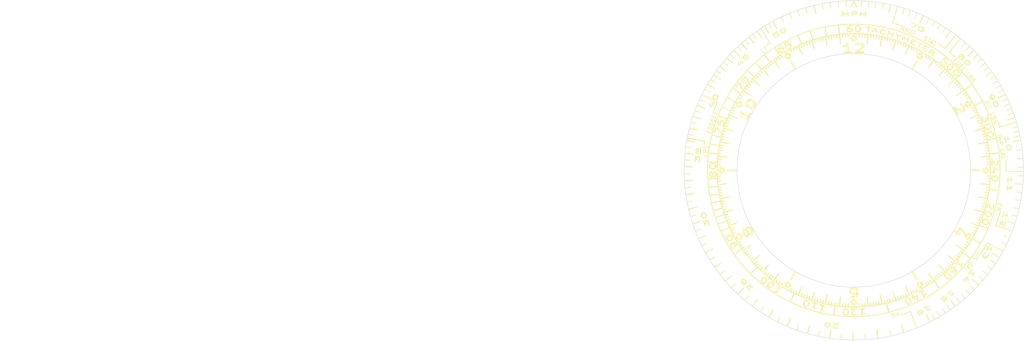
<source format=kicad_pcb>
(kicad_pcb (version 20211014) (generator pcbnew)

  (general
    (thickness 1.6)
  )

  (paper "A4")
  (layers
    (0 "F.Cu" signal)
    (31 "B.Cu" signal)
    (32 "B.Adhes" user "B.Adhesive")
    (33 "F.Adhes" user "F.Adhesive")
    (34 "B.Paste" user)
    (35 "F.Paste" user)
    (36 "B.SilkS" user "B.Silkscreen")
    (37 "F.SilkS" user "F.Silkscreen")
    (38 "B.Mask" user)
    (39 "F.Mask" user)
    (40 "Dwgs.User" user "User.Drawings")
    (41 "Cmts.User" user "User.Comments")
    (42 "Eco1.User" user "User.Eco1")
    (43 "Eco2.User" user "User.Eco2")
    (44 "Edge.Cuts" user)
    (45 "Margin" user)
    (46 "B.CrtYd" user "B.Courtyard")
    (47 "F.CrtYd" user "F.Courtyard")
    (48 "B.Fab" user)
    (49 "F.Fab" user)
    (50 "User.1" user)
    (51 "User.2" user)
    (52 "User.3" user)
    (53 "User.4" user)
    (54 "User.5" user)
    (55 "User.6" user)
    (56 "User.7" user)
    (57 "User.8" user)
    (58 "User.9" user)
  )

  (setup
    (stackup
      (layer "F.SilkS" (type "Top Silk Screen"))
      (layer "F.Paste" (type "Top Solder Paste"))
      (layer "F.Mask" (type "Top Solder Mask") (thickness 0.01))
      (layer "F.Cu" (type "copper") (thickness 0.035))
      (layer "dielectric 1" (type "core") (thickness 1.51) (material "FR4") (epsilon_r 4.5) (loss_tangent 0.02))
      (layer "B.Cu" (type "copper") (thickness 0.035))
      (layer "B.Mask" (type "Bottom Solder Mask") (thickness 0.01))
      (layer "B.Paste" (type "Bottom Solder Paste"))
      (layer "B.SilkS" (type "Bottom Silk Screen"))
      (copper_finish "None")
      (dielectric_constraints no)
    )
    (pad_to_mask_clearance 0)
    (pcbplotparams
      (layerselection 0x00010fc_ffffffff)
      (disableapertmacros false)
      (usegerberextensions false)
      (usegerberattributes true)
      (usegerberadvancedattributes true)
      (creategerberjobfile true)
      (svguseinch false)
      (svgprecision 6)
      (excludeedgelayer true)
      (plotframeref false)
      (viasonmask false)
      (mode 1)
      (useauxorigin false)
      (hpglpennumber 1)
      (hpglpenspeed 20)
      (hpglpendiameter 15.000000)
      (dxfpolygonmode true)
      (dxfimperialunits true)
      (dxfusepcbnewfont true)
      (psnegative false)
      (psa4output false)
      (plotreference true)
      (plotvalue true)
      (plotinvisibletext false)
      (sketchpadsonfab false)
      (subtractmaskfromsilk false)
      (outputformat 1)
      (mirror false)
      (drillshape 1)
      (scaleselection 1)
      (outputdirectory "")
    )
  )

  (net 0 "")

  (gr_line (start 184.773585 95.052638) (end 185.791215 95.383286) (layer "F.SilkS") (width 0.12) (tstamp 0004992d-5c5e-4f64-be3c-8f21a72cfbb4))
  (gr_line (start 195.052638 115.226415) (end 195.383286 114.208785) (layer "F.SilkS") (width 0.12) (tstamp 009f2547-91f3-427e-b0d0-e123408d2a63))
  (gr_line (start 185.114278 105.893674) (end 185.421104 105.772193) (layer "F.SilkS") (width 0.12) (tstamp 014a0780-13f8-492b-beb2-4932c3683069))
  (gr_line (start 197.993415 84.116244) (end 198.034775 84.443642) (layer "F.SilkS") (width 0.12) (tstamp 02cc5577-e1fd-479f-9b50-e2e2573af4b6))
  (gr_line (start 195.052638 84.773585) (end 195.383286 85.791215) (layer "F.SilkS") (width 0.12) (tstamp 03468f09-eef5-4eb5-b15a-2c771b464ac4))
  (gr_line (start 197.661211 115.83825) (end 197.709418 115.51179) (layer "F.SilkS") (width 0.12) (tstamp 0387f235-e051-4fd9-ac83-9d24086775a5))
  (gr_line (start 184.880534 94.734845) (end 185.192178 94.843371) (layer "F.SilkS") (width 0.12) (tstamp 0398df27-c1a6-48bd-893e-d36694a0c61e))
  (gr_line (start 208.859799 113.335069) (end 208.67718 113.060205) (layer "F.SilkS") (width 0.12) (tstamp 03d5f3f7-cd48-4b09-877d-316c5a25b090))
  (gr_line (start 215.953851 98.660318) (end 215.625008 98.687932) (layer "F.SilkS") (width 0.12) (tstamp 0473c7be-f5e8-4eae-9ce9-fe2660f55c17))
  (gr_line (start 215.995957 99.329571) (end 215.666246 99.34339) (layer "F.SilkS") (width 0.12) (tstamp 04f55b8b-862a-4d29-806d-8b9668585d4d))
  (gr_line (start 202.669968 84.214203) (end 202.614934 84.539582) (layer "F.SilkS") (width 0.12) (tstamp 0504866e-7180-4910-9e0d-01f15ad05aa4))
  (gr_line (start 187.453068 90.055424) (end 187.711687 90.260403) (layer "F.SilkS") (width 0.12) (tstamp 053cf5ba-b2c5-4730-8eb3-b01aa8e318cf))
  (gr_line (start 187.247556 109.679632) (end 187.510411 109.480114) (layer "F.SilkS") (width 0.12) (tstamp 06500f37-7c4a-4e38-9442-b5427398539c))
  (gr_line (start 184.214203 102.669968) (end 184.539582 102.614934) (layer "F.SilkS") (width 0.12) (tstamp 087ddaa9-dba5-4686-9290-451509bf474e))
  (gr_line (start 184.077704 101.673501) (end 184.405896 101.639007) (layer "F.SilkS") (width 0.12) (tstamp 08aea612-9c93-4e60-88dd-a0f3c67acc5e))
  (gr_circle (center 200 100) (end 217.15 99.99) (layer "F.SilkS") (width 0.1) (fill none) (tstamp 08e58b54-74de-4320-9ee7-d4bfa58ddc75))
  (gr_line (start 196.671334 84.339857) (end 196.8938 85.386475) (layer "F.SilkS") (width 0.12) (tstamp 09099e72-5d06-4291-90c6-d7da1d937840))
  (gr_line (start 215.785797 102.669968) (end 215.460418 102.614934) (layer "F.SilkS") (width 0.12) (tstamp 091f90b4-0d19-40e2-835b-83c4b419d3a0))
  (gr_line (start 192.085 113.709182) (end 191.969212 113.249733) (layer "F.SilkS") (width 0.2) (tstamp 09b0f844-3eb6-4681-ae03-f7f39f1b4c71))
  (gr_line (start 184.116244 97.993415) (end 184.443642 98.034775) (layer "F.SilkS") (width 0.12) (tstamp 0a9c0d95-1168-472a-82ae-4d98077efe53))
  (gr_line (start 208.044449 113.253394) (end 207.588661 113.123945) (layer "F.SilkS") (width 0.2) (tstamp 0adab5a0-1b2d-4743-93b5-2a57e8f8c28f))
  (gr_line (start 214.486281 93.183274) (end 214.187688 93.323781) (layer "F.SilkS") (width 0.12) (tstamp 0b257f26-4737-4a93-a9ad-0a084f35352e))
  (gr_line (start 186.48231 108.578587) (end 186.760938 108.401764) (layer "F.SilkS") (width 0.12) (tstamp 0b472fda-85e2-4078-b16b-3115a84b2b9f))
  (gr_line (start 184.273581 97.000025) (end 184.597736 97.061861) (layer "F.SilkS") (width 0.12) (tstamp 0c0d571a-4d98-4f1e-8434-8be2bb53c13d))
  (gr_line (start 214.625863 106.511854) (end 214.324393 106.377631) (layer "F.SilkS") (width 0.12) (tstamp 0c379fb9-c691-481d-894d-411b192d6c76))
  (gr_line (start 205.893674 85.114278) (end 205.772193 85.421104) (layer "F.SilkS") (width 0.12) (tstamp 0cc1d804-0c11-4986-8a67-8e7549199eac))
  (gr_line (start 210.461264 87.880509) (end 210.245635 88.130317) (layer "F.SilkS") (width 0.12) (tstamp 0dc5de63-bc92-4e33-afdc-236f3f7d8a51))
  (gr_line (start 207.118609 85.659655) (end 206.971879 85.95524) (layer "F.SilkS") (width 0.12) (tstamp 0e92f21f-9fe6-4786-9e3d-daf0e9b23a8f))
  (gr_line (start 201.005276 84.021592) (end 200.984555 84.350941) (layer "F.SilkS") (width 0.12) (tstamp 0f34d353-f24b-4b96-a4b4-bbded9dc997e))
  (gr_line (start 184.17 100) (end 184.51 99.67) (layer "F.SilkS") (width 0.2) (tstamp 0faa83a3-4f70-41e9-b55e-72e1a3e35e58))
  (gr_line (start 211.55 84.62) (end 210.74 85.695) (layer "F.SilkS") (width 0.1) (tstamp 10106f73-449c-4fd9-957a-82144b0207dc))
  (gr_line (start 209.410442 112.952362) (end 208.781512 112.086714) (layer "F.SilkS") (width 0.12) (tstamp 1185de33-615f-479a-b770-642484acfa44))
  (gr_line (start 214.759029 93.795875) (end 214.454814 93.923755) (layer "F.SilkS") (width 0.12) (tstamp 1416b43f-c74e-41ab-a1fb-12d1ff35d042))
  (gr_line (start 215.883756 97.993415) (end 215.556358 98.034775) (layer "F.SilkS") (width 0.12) (tstamp 1665c68c-4b0d-42c9-95d2-49438fff63a4))
  (gr_line (start 189.538736 87.880509) (end 189.754365 88.130317) (layer "F.SilkS") (width 0.12) (tstamp 1a70bda7-7dae-48a8-8915-275440fefb43))
  (gr_line (start 215.883756 102.006585) (end 215.556358 101.965225) (layer "F.SilkS") (width 0.12) (tstamp 1c944491-4941-4a6d-8bd3-82693461716d))
  (gr_line (start 209.944576 112.546932) (end 209.739597 112.288313) (layer "F.SilkS") (width 0.12) (tstamp 1cbbd1de-cd9e-4af7-9956-c571cd1331d4))
  (gr_line (start 188.102251 89.287219) (end 188.347489 89.508032) (layer "F.SilkS") (width 0.12) (tstamp 1d082565-60c7-4f5c-a294-fec660499ce7))
  (gr_line (start 190.055424 112.546932) (end 190.260403 112.288313) (layer "F.SilkS") (width 0.12) (tstamp 1d5a399c-5859-47de-8fd5-6d0af86fd0a2))
  (gr_line (start 191.140201 113.335069) (end 191.32282 113.060205) (layer "F.SilkS") (width 0.12) (tstamp 1e84c99f-5962-4bd3-a339-99662ae82fc9))
  (gr_line (start 212.546932 109.944576) (end 212.288313 109.739597) (layer "F.SilkS") (width 0.12) (tstamp 1ebd2aae-aa61-429d-a1e2-2caca6bf481d))
  (gr_line (start 207.118609 114.340345) (end 206.971879 114.04476) (layer "F.SilkS") (width 0.12) (tstamp 1f443161-5825-4a61-87cc-485003ce608c))
  (gr_line (start 210.712781 111.897749) (end 209.996811 111.102584) (layer "F.SilkS") (width 0.12) (tstamp 211994af-eb74-402b-bbb9-a759d4d9f87a))
  (gr_line (start 193.488146 114.625863) (end 193.622369 114.324393) (layer "F.SilkS") (width 0.12) (tstamp 2281c6c1-9004-4da3-90b7-7a1f1d60cc34))
  (gr_line (start 206.511854 114.625863) (end 206.076646 113.648369) (layer "F.SilkS") (width 0.12) (tstamp 22fc74f6-2196-420b-b07d-c030d828decb))
  (gr_line (start 203.328666 115.660143) (end 203.1062 114.613525) (layer "F.SilkS") (width 0.12) (tstamp 236568fb-9039-4b8d-a5a2-29648caf4bb8))
  (gr_line (start 184.339857 103.328666) (end 184.662646 103.260055) (layer "F.SilkS") (width 0.12) (tstamp 24be7fd3-0204-4465-ac1f-7a424d273a28))
  (gr_line (start 200.33 84.51) (end 199.99 84.84) (layer "F.SilkS") (width 0.2) (tstamp 24dbaa3e-25b4-407f-880e-70e27f29cfe7))
  (gr_line (start 212.335917 110.205158) (end 212.081648 109.994808) (layer "F.SilkS") (width 0.12) (tstamp 254196f9-b870-4bd2-a473-2aba62755452))
  (gr_line (start 184.077704 98.326499) (end 184.405896 98.360993) (layer "F.SilkS") (width 0.12) (tstamp 255dda04-7a46-4555-8e2c-a93e7ec67bde))
  (gr_line (start 184.673315 95.372601) (end 184.98923 95.467981) (layer "F.SilkS") (width 0.12) (tstamp 259b814e-9f89-4988-9543-991152cadf30))
  (gr_line (start 192.085 113.709182) (end 192.544449 113.593394) (layer "F.SilkS") (width 0.2) (tstamp 25d88948-474d-49b6-a43c-4d932a6a4ac1))
  (gr_line (start 184.16175 102.338789) (end 184.48821 102.290582) (layer "F.SilkS") (width 0.12) (tstamp 270787db-c266-492f-aca4-047a539adaec))
  (gr_line (start 208.859799 86.664931) (end 208.67718 86.939795) (layer "F.SilkS") (width 0.12) (tstamp 2709292c-017e-4341-9058-c4f840e0488d))
  (gr_line (start 199.66 84.5) (end 199.99 84.84) (layer "F.SilkS") (width 0.2) (tstamp 273e0b5a-ca40-4e6f-a021-8c637d2bc2e2))
  (gr_line (start 185.240971 106.204125) (end 185.545186 106.076245) (layer "F.SilkS") (width 0.12) (tstamp 274f3a78-a6b5-436f-ab8c-8e04de2fae37))
  (gr_line (start 215.83825 97.661211) (end 215.51179 97.709418) (layer "F.SilkS") (width 0.12) (tstamp 2818fffe-b2d3-4823-8a4a-06df77f595b7))
  (gr_line (start 202.669968 115.785797) (end 202.614934 115.460418) (layer "F.SilkS") (width 0.12) (tstamp 28f863b0-d2d9-4909-87b8-4359cd1df930))
  (gr_line (start 189.287219 88.102251) (end 190.003189 88.897416) (layer "F.SilkS") (width 0.12) (tstamp 291a05de-2cb2-438b-8ace-06a055855337))
  (gr_line (start 201.673501 115.922296) (end 201.639007 115.594104) (layer "F.SilkS") (width 0.12) (tstamp 297f09c5-3a86-4c82-9180-f74ea58f69c2))
  (gr_line (start 184.021592 98.994724) (end 184.350941 99.015445) (layer "F.SilkS") (width 0.12) (tstamp 29e1f82a-2d8b-49f3-8501-ecdc5d962648))
  (gr_line (start 208.578587 86.48231) (end 208.401764 86.760938) (layer "F.SilkS") (width 0.12) (tstamp 29f6664a-0f9c-4c23-8a6d-b2b214f8c241))
  (gr_line (start 184.273581 102.999975) (end 184.597736 102.938139) (layer "F.SilkS") (width 0.12) (tstamp 2aa7ba34-ead1-48d8-bcd2-04e30e4eb3e2))
  (gr_line (start 188.561292 88.79839) (end 188.797068 89.029279) (layer "F.SilkS") (width 0.12) (tstamp 2b41e702-8ce6-4e30-aa74-16a72686cfb0))
  (gr_line (start 212.952362 109.410442) (end 212.086714 108.781512) (layer "F.SilkS") (width 0.12) (tstamp 2c0ccef2-06a0-46f3-b36a-35a5c53124a3))
  (gr_line (start 191.421413 113.51769) (end 191.598236 113.239062) (layer "F.SilkS") (width 0.12) (tstamp 2d240fc3-83d8-4c5a-b717-a58f9d1eacc0))
  (gr_line (start 187.047638 90.589558) (end 187.913286 91.218488) (layer "F.SilkS") (width 0.12) (tstamp 2d87b614-8306-462a-839d-94c0bb35ba15))
  (gr_line (start 190.17 85.06) (end 189.73 85.37) (layer "F.SilkS") (width 0.1) (tstamp 2dbeb40f-b68a-4219-8d14-591122903ae7))
  (gr_line (start 211.20161 111.438708) (end 210.970721 111.202932) (layer "F.SilkS") (width 0.12) (tstamp 2e47c6a7-02c8-4cfb-a1e8-abeb8a189294))
  (gr_line (start 194.106326 114.885722) (end 194.227807 114.578896) (layer "F.SilkS") (width 0.12) (tstamp 2edb9340-2253-4d7e-b417-9e3c4c9ce3ae))
  (gr_line (start 185.513719 106.816726) (end 185.812312 106.676219) (layer "F.SilkS") (width 0.12) (tstamp 2f5e5a70-76b1-4186-b9fe-f38c332da80e))
  (gr_line (start 215.978408 101.005276) (end 215.649059 100.984555) (layer "F.SilkS") (width 0.12) (tstamp 2fe4db4e-6312-49eb-b4be-ff3f6a71668c))
  (gr_line (start 186.290818 107.915) (end 186.746606 108.044449) (layer "F.SilkS") (width 0.2) (tstamp 3059f614-7391-4f02-85ee-58534a67690e))
  (gr_line (start 213.335069 108.859799) (end 213.060205 108.67718) (layer "F.SilkS") (width 0.12) (tstamp 30ec0636-99ab-4e7d-b495-bccf839b2915))
  (gr_line (start 191.140201 86.664931) (end 191.32282 86.939795) (layer "F.SilkS") (width 0.12) (tstamp 31d6e2ec-6bad-4bab-b6b4-d4e943b99672))
  (gr_line (start 184.994115 94.419362) (end 185.303418 94.534391) (layer "F.SilkS") (width 0.12) (tstamp 35aadece-b63c-48e4-a4b2-6d1b662ef8d5))
  (gr_line (start 201.339682 84.046149) (end 201.312068 84.374992) (layer "F.SilkS") (width 0.12) (tstamp 35b6d627-4105-44c5-af89-4ac1683d774e))
  (gr_line (start 187.880509 110.461264) (end 188.130317 110.245635) (layer "F.SilkS") (width 0.12) (tstamp 35c54c97-e966-4823-aa4c-136b093ea73a))
  (gr_line (start 200.670429 84.004043) (end 200.65661 84.333754) (layer "F.SilkS") (width 0.12) (tstamp 35f9d886-2739-4a3d-a210-dfa1ef4b3a1f))
  (gr_line (start 197.993415 115.883756) (end 198.034775 115.556358) (layer "F.SilkS") (width 0.12) (tstamp 3684da7c-90c7-47ea-a788-32ea8cece70d))
  (gr_line (start 211.897749 89.287219) (end 211.102584 90.003189) (layer "F.SilkS") (width 0.12) (tstamp 37380a21-0cd2-438e-8f84-77acad6a039e))
  (gr_line (start 215.69 108.52) (end 214.9 109.78) (layer "F.SilkS") (width 0.12) (tstamp 37a2749c-dc21-444c-8833-f5b8b7c5777e))
  (gr_line (start 198.994724 115.978408) (end 199.015445 115.649059) (layer "F.SilkS") (width 0.12) (tstamp 3892951e-ab48-4569-b85e-66b511672f9f))
  (gr_line (start 193.488146 114.625863) (end 193.923354 113.648369) (layer "F.SilkS") (width 0.12) (tstamp 391b60aa-effd-4ec3-b895-ed4bed3dea57))
  (gr_line (start 184.994115 105.580638) (end 185.303418 105.465609) (layer "F.SilkS") (width 0.12) (tstamp 3944c87f-0844-481a-9dc2-004d9d68aebe))
  (gr_line (start 184 92.02) (end 183.57 92.98) (layer "F.SilkS") (width 0.12) (tstamp 395008ed-4f71-42a6-8b01-24fe89904474))
  (gr_line (start 215.005885 105.580638) (end 214.696582 105.465609) (layer "F.SilkS") (width 0.12) (tstamp 39dd69e4-42c8-49f8-a9c4-dbed053ab4a3))
  (gr_line (start 215.83825 102.338789) (end 215.51179 102.290582) (layer "F.SilkS") (width 0.12) (tstamp 39f9c08d-cd2c-417f-b1df-550d57b76857))
  (gr_line (start 212.335917 89.794842) (end 212.081648 90.005192) (layer "F.SilkS") (width 0.12) (tstamp 3a21bc4c-bf02-4ce2-8bd6-3b4b62a93d90))
  (gr_line (start 189.538736 112.119491) (end 189.754365 111.869683) (layer "F.SilkS") (width 0.12) (tstamp 3ab141a0-0296-4c4b-80c2-24219b7827a0))
  (gr_line (start 184.492984 103.981525) (end 184.812616 103.899457) (layer "F.SilkS") (width 0.12) (tstamp 3ae4caa2-2506-4e75-81f4-7ebc7b27bc18))
  (gr_line (start 198.326499 84.077704) (end 198.438344 85.141842) (layer "F.SilkS") (width 0.12) (tstamp 3b84835e-dc50-44b8-a083-ac257ae27fac))
  (gr_line (start 188.102251 89.287219) (end 188.897416 90.003189) (layer "F.SilkS") (width 0.12) (tstamp 3c68a850-1018-485e-920b-ee757599baba))
  (gr_line (start 186.420266 107.459212) (end 186.876054 107.588661) (layer "F.SilkS") (width 0.2) (tstamp 3c8e1eec-8bf1-433a-b196-6dc069f64f8c))
  (gr_line (start 184.077704 98.326499) (end 185.141842 98.438344) (layer "F.SilkS") (width 0.12) (tstamp 3c9b4222-021e-470f-83e5-7b8fd299cd84))
  (gr_line (start 185.240971 93.795875) (end 185.545186 93.923755) (layer "F.SilkS") (width 0.12) (tstamp 3cc51157-45be-4b78-a34d-5063b168a23a))
  (gr_line (start 187.664083 89.794842) (end 187.918352 90.005192) (layer "F.SilkS") (width 0.12) (tstamp 3d1381a9-0a98-45fd-a03b-9c7e2f7381b3))
  (gr_line (start 185.374137 93.488146) (end 185.675607 93.622369) (layer "F.SilkS") (width 0.12) (tstamp 3ee9e43f-b024-4606-8fa0-030dc07223f4))
  (gr_line (start 207.41737 114.188119) (end 207.264482 113.895672) (layer "F.SilkS") (width 0.12) (tstamp 3f574228-ad43-4f81-8cc8-8df5e1a43f40))
  (gr_line (start 185.513719 93.183274) (end 185.812312 93.323781) (layer "F.SilkS") (width 0.12) (tstamp 402c3a5e-86a3-448e-8155-689619b71f12))
  (gr_line (start 201.673501 84.077704) (end 201.639007 84.405896) (layer "F.SilkS") (width 0.12) (tstamp 40547628-27a2-4ee9-9628-16376c52fb30))
  (gr_line (start 203.328666 84.339857) (end 203.1062 85.386475) (layer "F.SilkS") (width 0.12) (tstamp 40d21fcb-037e-4e4a-9935-e915626daed1))
  (gr_line (start 192.881391 85.659655) (end 193.028121 85.95524) (layer "F.SilkS") (width 0.12) (tstamp 41a8d159-1a6f-4cba-8a8d-d24d4eb69788))
  (gr_line (start 185.659655 107.118609) (end 185.95524 106.971879) (layer "F.SilkS") (width 0.12) (tstamp 42333596-163a-417f-a80c-875ab66daaa9))
  (gr_line (start 192.085 86.290818) (end 191.955551 86.746606) (layer "F.SilkS") (width 0.2) (tstamp 4261189a-8810-460a-a06a-dbc009184fde))
  (gr_line (start 212.546932 90.055424) (end 212.288313 90.260403) (layer "F.SilkS") (width 0.12) (tstamp 4337c999-0aeb-4f41-8a65-884e99bba193))
  (gr_line (start 215.326685 104.627399) (end 215.01077 104.532019) (layer "F.SilkS") (width 0.12) (tstamp 4339123e-5997-4b1b-b355-11429a7812df))
  (gr_line (start 188.329212 89.040401) (end 188.569772 89.266302) (layer "F.SilkS") (width 0.12) (tstamp 4428b68e-9e55-4de2-b563-01c5e1f53c4e))
  (gr_line (start 212.752444 90.320368) (end 212.489589 90.519886) (layer "F.SilkS") (width 0.12) (tstamp 451a89e1-ff2c-4f98-a7c2-ef412e13f0c8))
  (gr_line (start 190.862876 86.853401) (end 191.051211 87.12438) (layer "F.SilkS") (width 0.12) (tstamp 459f79e6-cfb9-495d-b944-b6b64c272b6f))
  (gr_line (start 211.897749 89.287219) (end 211.652511 89.508032) (layer "F.SilkS") (width 0.12) (tstamp 477131f5-1345-4dc8-aee7-4b1ce08a729a))
  (gr_line (start 213.709182 107.915) (end 213.593394 107.455551) (layer "F.SilkS") (width 0.2) (tstamp 47aa39a8-c26a-423f-8cd3-a5494aeebad3))
  (gr_line (start 188.102251 110.712781) (end 188.347489 110.491968) (layer "F.SilkS") (width 0.12) (tstamp 47cf43a4-2785-4a32-bc88-f986b4572944))
  (gr_line (start 214.340345 92.881391) (end 214.04476 93.028121) (layer "F.SilkS") (width 0.12) (tstamp 48062f65-1032-4e77-b6d6-c23e27c1f2e7))
  (gr_line (start 200 80.18) (end 199.64 80.81) (layer "F.SilkS") (width 0.12) (tstamp 486f8657-8b69-43b4-a0e9-8a4c78506e33))
  (gr_line (start 195.694594 115.420233) (end 195.783338 115.102389) (layer "F.SilkS") (width 0.12) (tstamp 4876d72b-35ad-4895-bbdf-2aabf98cf997))
  (gr_line (start 184.579767 95.694594) (end 184.897611 95.783338) (layer "F.SilkS") (width 0.12) (tstamp 48d05653-364d-4c17-b40f-0153ca4b157b))
  (gr_line (start 206.511854 85.374137) (end 206.076646 86.351631) (layer "F.SilkS") (width 0.12) (tstamp 48d0d96c-d39f-4206-8254-694da7203447))
  (gr_line (start 196.671334 84.339857) (end 196.739945 84.662646) (layer "F.SilkS") (width 0.12) (tstamp 4b186b3d-3ca9-4226-a42a-8c3d40b4c5ef))
  (gr_line (start 218.46 94.53) (end 217.126469 94.928421) (layer "F.SilkS") (width 0.1) (tstamp 4b4f3c73-97a3-4641-b775-d7c12efe8c49))
  (gr_line (start 198.326499 115.922296) (end 198.360993 115.594104) (layer "F.SilkS") (width 0.12) (tstamp 4c6a5bf5-0b6f-4bce-bc4e-2b5ffa57d15e))
  (gr_line (start 186.48231 91.421413) (end 186.760938 91.598236) (layer "F.SilkS") (width 0.12) (tstamp 4cddb70f-77bb-4397-bd83-399470ca776a))
  (gr_line (start 204.947362 84.773585) (end 204.845386 85.087434) (layer "F.SilkS") (width 0.12) (tstamp 4d46e8d5-54cf-471f-81c9-00be287ad02b))
  (gr_line (start 190.320368 87.247556) (end 190.519886 87.510411) (layer "F.SilkS") (width 0.12) (tstamp 4d97e1bb-af0f-4ac9-ba8c-3d4485a63be7))
  (gr_line (start 184.046149 101.339682) (end 184.374992 101.312068) (layer "F.SilkS") (width 0.12) (tstamp 4f832fd3-2169-4fc8-be9a-6914e0e5267e))
  (gr_line (start 209.679632 112.752444) (end 209.480114 112.489589) (layer "F.SilkS") (width 0.12) (tstamp 4f8f85f6-47a2-46e0-822e-224081d97b56))
  (gr_line (start 207.41737 85.811881) (end 207.264482 86.104328) (layer "F.SilkS") (width 0.12) (tstamp 51a98084-6db5-4d09-97fa-1234e9f5554f))
  (gr_line (start 193.488146 85.374137) (end 193.622369 85.675607) (layer "F.SilkS") (width 0.12) (tstamp 531ca8ef-8960-435f-b5e6-ffcace78e861))
  (gr_line (start 214.625863 93.488146) (end 213.648369 93.923354) (layer "F.SilkS") (width 0.12) (tstamp 546fc78f-891f-490e-9a1e-7a2a347418dc))
  (gr_line (start 196.018475 115.507016) (end 196.100543 115.187384) (layer "F.SilkS") (width 0.12) (tstamp 555c0eef-f973-4838-84b2-edead4f25698))
  (gr_line (start 184.773585 104.947362) (end 185.791215 104.616714) (layer "F.SilkS") (width 0.12) (tstamp 567a96a3-2d4a-4653-b76a-00f7c0f3f95c))
  (gr_line (start 203.981525 84.492984) (end 203.899457 84.812616) (layer "F.SilkS") (width 0.12) (tstamp 57ad12e1-7a11-4779-8e55-8f959c46313b))
  (gr_line (start 197.000025 115.726419) (end 197.061861 115.402264) (layer "F.SilkS") (width 0.12) (tstamp 585efea5-a330-4ddb-aed7-c073cb696f2c))
  (gr_line (start 212.952362 109.410442) (end 212.685386 109.216473) (layer "F.SilkS") (width 0.12) (tstamp 5868c25c-d32d-4846-b8a5-396fed1c87e7))
  (gr_line (start 189.287219 111.897749) (end 189.508032 111.652511) (layer "F.SilkS") (width 0.12) (tstamp 589af591-c5b5-4fac-b934-4faf894d0e8f))
  (gr_line (start 207.455551 86.406606) (end 207.571339 86.866055) (layer "F.SilkS") (width 0.2) (tstamp 58eeabbd-1d6c-4036-8fca-119bd82b12b8))
  (gr_line (start 208.578587 113.51769) (end 208.401764 113.239062) (layer "F.SilkS") (width 0.12) (tstamp 593aa17d-ae4f-428d-b499-724cf2cf9884))
  (gr_circle (center 200 100) (end 200 83.97) (layer "F.SilkS") (width 0.12) (fill none) (tstamp 5a0b10ea-56f6-4fb4-9cd7-b6c12236f3a7))
  (gr_line (start 190.320368 112.752444) (end 190.519886 112.489589) (layer "F.SilkS") (width 0.12) (tstamp 5a534cfb-05e0-412f-b507-968f6be50ed1))
  (gr_line (start 190.589558 112.952362) (end 190.783527 112.685386) (layer "F.SilkS") (width 0.12) (tstamp 5b297b69-dec0-4a51-a3ef-44b96d89652b))
  (gr_line (start 207.915 86.290818) (end 207.455551 86.406606) (layer "F.SilkS") (width 0.2) (tstamp 5c6218f5-4893-4e83-8a19-e8094dba86e7))
  (gr_line (start 191.421413 86.48231) (end 191.598236 86.760938) (layer "F.SilkS") (width 0.12) (tstamp 5ce68ddc-c315-47bb-a740-31be0551f373))
  (gr_line (start 197.330032 115.785797) (end 197.385066 115.460418) (layer "F.SilkS") (width 0.12) (tstamp 5cfdf3d5-029a-444a-b69c-6a2c95af8cfa))
  (gr_line (start 196.018475 84.492984) (end 196.100543 84.812616) (layer "F.SilkS") (width 0.12) (tstamp 5d43b44f-70b7-4af2-aaf7-89d1dcdba810))
  (gr_line (start 196.671334 115.660143) (end 196.8938 114.613525) (layer "F.SilkS") (width 0.12) (tstamp 5dbc35e2-0671-40e1-8290-6ec8b2ba99e9))
  (gr_line (start 211.670788 110.959599) (end 211.430228 110.733698) (layer "F.SilkS") (width 0.12) (tstamp 5e025fbf-d0a9-40e0-b910-951716d1e329))
  (gr_line (start 213.146599 109.137124) (end 212.87562 108.948789) (layer "F.SilkS") (width 0.12) (tstamp 5e85900e-05f2-443e-9cdd-5c6a3b6435fa))
  (gr_line (start 217.119111 94.930697) (end 216.96089 94.409303) (layer "F.SilkS") (width 0.1) (tstamp 5fd271e3-4f05-4692-9326-6a50fc890e32))
  (gr_line (start 214.486281 106.816726) (end 214.187688 106.676219) (layer "F.SilkS") (width 0.12) (tstamp 6094c720-d7a7-4e6d-a156-12c8ab8456e6))
  (gr_line (start 195.052638 115.226415) (end 195.154614 114.912566) (layer "F.SilkS") (width 0.12) (tstamp 624842dc-243f-409f-af83-b361221f3f42))
  (gr_line (start 184.339857 96.671334) (end 185.386475 96.8938) (layer "F.SilkS") (width 0.12) (tstamp 63d9619f-da23-48f0-a801-95310265d8e0))
  (gr_line (start 203.328666 115.660143) (end 203.260055 115.337354) (layer "F.SilkS") (width 0.12) (tstamp 64a9d686-2b7a-4d33-9acf-b84400a54555))
  (gr_line (start 210.712781 88.102251) (end 210.491968 88.347489) (layer "F.SilkS") (width 0.12) (tstamp 64ec5e33-88a0-4423-8161-c059ae720c9f))
  (gr_line (start 198.660318 84.046149) (end 198.687932 84.374992) (layer "F.SilkS") (width 0.12) (tstamp 6627dbca-123d-443d-9302-3ba50d1e45d4))
  (gr_line (start 206.204125 114.759029) (end 206.076245 114.454814) (layer "F.SilkS") (width 0.12) (tstamp 6652f443-8c13-4e33-8835-e95c7eaa860b))
  (gr_line (start 202.999975 115.726419) (end 202.938139 115.402264) (layer "F.SilkS") (width 0.12) (tstamp 66c2f24d-f3f8-4273-9236-1a93f4a4d042))
  (gr_line (start 189.040401 88.329212) (end 189.266302 88.569772) (layer "F.SilkS") (width 0.12) (tstamp 6820d0aa-2604-4382-8bd0-85f883bc5fe6))
  (gr_line (start 202.338789 84.16175) (end 202.290582 84.48821) (layer "F.SilkS") (width 0.12) (tstamp 686f0151-8e56-473a-90fb-777398f35d2a))
  (gr_line (start 211.897749 110.712781) (end 211.652511 110.491968) (layer "F.SilkS") (width 0.12) (tstamp 6a6c25b4-78de-42c1-becf-b2f46fe07bdd))
  (gr_line (start 204.305406 84.579767) (end 204.216662 84.897611) (layer "F.SilkS") (width 0.12) (tstamp 6ac5a593-ff1c-4d58-af80-5b79d10eeae2))
  (gr_line (start 206.511854 114.625863) (end 206.377631 114.324393) (layer "F.SilkS") (width 0.12) (tstamp 6b42d14d-ad19-4332-8521-76235e6ce7b9))
  (gr_line (start 206.816726 114.486281) (end 206.676219 114.187688) (layer "F.SilkS") (width 0.12) (tstamp 6b637e61-72ff-43cd-bf4c-b08af8e1bb3f))
  (gr_line (start 192.544449 113.593394) (end 192.428661 113.133945) (layer "F.SilkS") (width 0.2) (tstamp 6b742e51-fa9b-49d6-8b6f-3a2d5adf8830))
  (gr_line (start 210.74 85.695) (end 209.9 85.105) (layer "F.SilkS") (width 0.1) (tstamp 6bd15c79-0cad-4f22-9da2-28081cf3cb59))
  (gr_line (start 206.511854 85.374137) (end 206.377631 85.675607) (layer "F.SilkS") (width 0.12) (tstamp 6f2b5b49-d95f-4457-938f-34db58913e25))
  (gr_line (start 195.372601 115.326685) (end 195.467981 115.01077) (layer "F.SilkS") (width 0.12) (tstamp 6fba5c00-2ab5-4e43-ac1d-763e01048e57))
  (gr_line (start 215.995957 100.670429) (end 215.666246 100.65661) (layer "F.SilkS") (width 0.12) (tstamp 705ed1ae-7820-41b1-8fca-30e39fe91521))
  (gr_line (start 201.339682 115.953851) (end 201.312068 115.625008) (layer "F.SilkS") (width 0.12) (tstamp 7078c259-9096-4a2f-8cd4-34c27987aa54))
  (gr_line (start 191.955551 86.746606) (end 192.411339 86.876055) (layer "F.SilkS") (width 0.2) (tstamp 71186e91-4467-4a4a-949d-0bfd026b3e5a))
  (gr_line (start 212.119491 89.538736) (end 211.869683 89.754365) (layer "F.SilkS") (width 0.12) (tstamp 71892b87-d9ba-4aa6-9d14-e647cb8b8b5a))
  (gr_line (start 195.052638 84.773585) (end 195.154614 85.087434) (layer "F.SilkS") (width 0.12) (tstamp 71b85673-f6db-4e66-a349-a1f5053a81a2))
  (gr_line (start 185.114278 94.106326) (end 185.421104 94.227807) (layer "F.SilkS") (width 0.12) (tstamp 71f2c5d0-c72b-4de8-9162-fdbe80fbf97a))
  (gr_line (start 204.305406 115.420233) (end 204.216662 115.102389) (layer "F.SilkS") (width 0.12) (tstamp 7334b0de-a56b-4664-a939-30ecf4a059f7))
  (gr_line (start 195.694594 84.579767) (end 195.783338 84.897611) (layer "F.SilkS") (width 0.12) (tstamp 73eb3e95-be4f-4f7e-855b-bb00e10744fe))
  (gr_line (start 215.119466 105.265155) (end 214.807822 105.156629) (layer "F.SilkS") (width 0.12) (tstamp 7481c84b-fdfb-449e-b838-78cb02a0cdf0))
  (gr_line (start 198.994724 84.021592) (end 199.015445 84.350941) (layer "F.SilkS") (width 0.12) (tstamp 75174e92-850a-4545-af2d-e2e1c286f3ac))
  (gr_line (start 203.328666 84.339857) (end 203.260055 84.662646) (layer "F.SilkS") (width 0.12) (tstamp 751e62c6-ebdf-4d43-bd83-1806cd8126c0))
  (gr_line (start 200.34 115.5) (end 200.01 115.16) (layer "F.SilkS") (width 0.2) (tstamp 7619a911-01e9-4e20-b232-5a142ce03cf4))
  (gr_line (start 215.226415 95.052638) (end 214.912566 95.154614) (layer "F.SilkS") (width 0.12) (tstamp 765041b3-314c-4e9a-ba7e-2481ea102059))
  (gr_line (start 189.794842 112.335917) (end 190.005192 112.081648) (layer "F.SilkS") (width 0.12) (tstamp 76d660fb-4d2d-41f4-889a-50ca37603daf))
  (gr_line (start 184.004043 99.329571) (end 184.333754 99.34339) (layer "F.SilkS") (width 0.12) (tstamp 77590e17-04d4-4891-bee7-29052d5f74f7))
  (gr_line (start 192.881391 114.340345) (end 193.028121 114.04476) (layer "F.SilkS") (width 0.12) (tstamp 77a261dd-d405-4f50-8c44-130cae359cec))
  (gr_line (start 188.329212 110.959599) (end 188.569772 110.733698) (layer "F.SilkS") (width 0.12) (tstamp 77b16bcc-e44f-4272-aa79-6a0c54a2846c))
  (gr_line (start 184.880534 105.265155) (end 185.192178 105.156629) (layer "F.SilkS") (width 0.12) (tstamp 77d4d428-4c7c-4935-b8ad-6d1fa97553e3))
  (gr_line (start 209.137124 86.853401) (end 208.948789 87.12438) (layer "F.SilkS") (width 0.12) (tstamp 77e84aa7-9f2e-4570-929a-d3248ba86ab9))
  (gr_line (start 198.660318 115.953851) (end 198.687932 115.625008) (layer "F.SilkS") (width 0.12) (tstamp 7873a8f4-6b95-4d0f-ae7f-f9f6f7d6ea3c))
  (gr_line (start 213.51769 108.578587) (end 213.239062 108.401764) (layer "F.SilkS") (width 0.12) (tstamp 79adf311-a630-4835-ac51-4b61d37ebd4e))
  (gr_line (start 193.795875 114.759029) (end 193.923755 114.454814) (layer "F.SilkS") (width 0.12) (tstamp 79c5a3b6-bc5e-4dd4-88b7-d330e6a4b946))
  (gr_line (start 205.265155 84.880534) (end 205.156629 85.192178) (layer "F.SilkS") (width 0.12) (tstamp 7a086493-424d-454f-998d-ae525d6af711))
  (gr_line (start 202.999975 84.273581) (end 202.938139 84.597736) (layer "F.SilkS") (width 0.12) (tstamp 7a4a9a47-8df9-4ba9-b9b1-49b794fcc35c))
  (gr_line (start 200 115.83) (end 199.67 115.49) (layer "F.SilkS") (width 0.2) (tstamp 7a7a6b79-81c3-49b0-a6ec-dcda9eca85f9))
  (gr_line (start 186.853401 90.862876) (end 187.12438 91.051211) (layer "F.SilkS") (width 0.12) (tstamp 7abcd33a-8362-47c0-8e11-d84f5e173040))
  (gr_line (start 184.773585 104.947362) (end 185.087434 104.845386) (layer "F.SilkS") (width 0.12) (tstamp 7ad2efa4-e935-471d-a174-210e2c95d17a))
  (gr_line (start 186.664931 91.140201) (end 186.939795 91.32282) (layer "F.SilkS") (width 0.12) (tstamp 7b97fc78-bb7f-4e96-933f-71b67f9939e9))
  (gr_line (start 184.116244 102.006585) (end 184.443642 101.965225) (layer "F.SilkS") (width 0.12) (tstamp 7bab7142-f24c-44f4-a804-5f34f667e78c))
  (gr_line (start 202.006585 115.883756) (end 201.965225 115.556358) (layer "F.SilkS") (width 0.12) (tstamp 7c27620c-c0d1-41e9-991a-06d1e2381223))
  (gr_line (start 189.794842 87.664083) (end 190.005192 87.918352) (layer "F.SilkS") (width 0.12) (tstamp 7d5a2119-df9b-432a-af85-e372718281bc))
  (gr_line (start 180.53 96.23) (end 182.49 96.58) (layer "F.SilkS") (width 0.12) (tstamp 7eb3a687-a7c2-40a9-b7e1-78593f00c985))
  (gr_line (start 184.16175 97.661211) (end 184.48821 97.709418) (layer "F.SilkS") (width 0.12) (tstamp 7f16a69f-9deb-48b6-8cd9-e6a0f942c634))
  (gr_line (start 186.290818 92.085) (end 186.406606 92.544449) (layer "F.SilkS") (width 0.2) (tstamp 7f2fe9c4-d2b4-40af-af1c-b28937b46450))
  (gr_line (start 215.005885 94.419362) (end 214.696582 94.534391) (layer "F.SilkS") (width 0.12) (tstamp 7fd8a3e7-69a2-456b-8b2e-bfedd9c86774))
  (gr_line (start 215.922296 101.673501) (end 215.594104 101.639007) (layer "F.SilkS") (width 0.12) (tstamp 80491a8b-6287-4486-bbf0-bb4c31cac294))
  (gr_line (start 210.205158 112.335917) (end 209.994808 112.081648) (layer "F.SilkS") (width 0.12) (tstamp 81378ac8-8261-416b-a4d1-f4586b380282))
  (gr_line (start 204.57 82.72) (end 205.6 83.02) (layer "F.SilkS") (width 0.1) (tstamp 81d00705-91c2-4823-9086-18380a9e65bf))
  (gr_line (start 189.040401 111.670788) (end 189.266302 111.430228) (layer "F.SilkS") (width 0.12) (tstamp 821bdd8b-f804-489e-bd7b-0b7437ccd98b))
  (gr_line (start 217.86 100.11) (end 219.82 100.12) (layer "F.SilkS") (width 0.1) (tstamp 8351b7c3-567e-4b76-adf0-be2542728bd6))
  (gr_line (start 199.67 115.49) (end 200.01 115.16) (layer "F.SilkS") (width 0.2) (tstamp 836fadba-7b61-4e56-90a5-5345e275a0f3))
  (gr_line (start 199.329571 115.995957) (end 199.34339 115.666246) (layer "F.SilkS") (width 0.12) (tstamp 83b3e6ae-a273-4293-8429-498c885e7841))
  (gr_line (start 215.507016 103.981525) (end 215.187384 103.899457) (layer "F.SilkS") (width 0.12) (tstamp 83e1619a-6515-4c85-9348-8c4bdeb7de8a))
  (gr_line (start 209.137124 113.146599) (end 208.948789 112.87562) (layer "F.SilkS") (width 0.12) (tstamp 8420eff2-009a-4114-aaf4-b87ab803e71a))
  (gr_line (start 205.893674 114.885722) (end 205.772193 114.578896) (layer "F.SilkS") (width 0.12) (tstamp 848482df-d1df-4613-abb9-97492266a6cf))
  (gr_line (start 215.726419 102.999975) (end 215.402264 102.938139) (layer "F.SilkS") (width 0.12) (tstamp 854f2410-ca63-43e8-a2c1-4350188a0a4a))
  (gr_line (start 215.586998 103.655897) (end 215.265717 103.580541) (layer "F.SilkS") (width 0.12) (tstamp 876ee370-8cd6-4dc2-b30f-a73e4e63110a))
  (gr_line (start 204.627399 84.673315) (end 204.532019 84.98923) (layer "F.SilkS") (width 0.12) (tstamp 87ad6555-226f-4d0e-b897-616046e3d972))
  (gr_line (start 210.959599 111.670788) (end 210.733698 111.430228) (layer "F.SilkS") (width 0.12) (tstamp 88441709-c258-4d9a-a29f-2dbe070c39b3))
  (gr_line (start 186.746606 108.044449) (end 186.876055 107.588661) (layer "F.SilkS") (width 0.2) (tstamp 88ea86d7-dc1d-4aae-aad0-b05d87b21e92))
  (gr_line (start 195.372601 84.673315) (end 195.467981 84.98923) (layer "F.SilkS") (width 0.12) (tstamp 895577a3-5e7b-4f8d-aebe-6663804deb7f))
  (gr_line (start 187.047638 90.589558) (end 187.314614 90.783527) (layer "F.SilkS") (width 0.12) (tstamp 8966effc-17ec-4f85-835a-44fab39032d0))
  (gr_line (start 213.249734 108.030788) (end 213.133946 107.571339) (layer "F.SilkS") (width 0.2) (tstamp 8bb7efd8-1e87-4b54-b7ef-8fd5d4e1493a))
  (gr_line (start 215.726419 97.000025) (end 215.402264 97.061861) (layer "F.SilkS") (width 0.12) (tstamp 8bf0d989-6462-4912-84ad-6fd82c80621d))
  (gr_line (start 215.49 100.33) (end 215.16 99.99) (layer "F.SilkS") (width 0.2) (tstamp 8c887ec0-539c-4447-9766-bbe8ab991adf))
  (gr_line (start 204.947362 84.773585) (end 204.616714 85.791215) (layer "F.SilkS") (width 0.12) (tstamp 8d00006b-9c73-4793-b482-0787377454c5))
  (gr_line (start 186.750266 91.969212) (end 186.866054 92.428661) (layer "F.SilkS") (width 0.2) (tstamp 8d7b04fd-d5b6-41a8-9c03-0c62d40af953))
  (gr_line (start 193.183274 85.513719) (end 193.323781 85.812312) (layer "F.SilkS") (width 0.12) (tstamp 8dea6fc4-61d0-4beb-87b1-3929611b6247))
  (gr_line (start 192.540788 86.420266) (end 192.411339 86.876054) (layer "F.SilkS") (width 0.2) (tstamp 8e1801e9-581d-4c55-8eab-de319dd49f56))
  (gr_line (start 215.660143 103.328666) (end 215.337354 103.260055) (layer "F.SilkS") (width 0.12) (tstamp 8e3528dd-e455-4717-ab2a-2b048a0bacd3))
  (gr_line (start 185.374137 93.488146) (end 186.351631 93.923354) (layer "F.SilkS") (width 0.12) (tstamp 8e5222bc-9ba2-437f-92f8-2919416db3aa))
  (gr_line (start 182.49 96.58) (end 182.43 96.97) (layer "F.SilkS") (width 0.12) (tstamp 8ec55e7f-531d-437b-8216-8fbfb535d1e3))
  (gr_line (start 207.915 113.709182) (end 208.044449 113.253394) (layer "F.SilkS") (width 0.2) (tstamp 8f143ea6-be78-4fe5-b439-f7cac8c363e1))
  (gr_line (start 196.344103 84.413002) (end 196.419459 84.734283) (layer "F.SilkS") (width 0.12) (tstamp 90a7bf2c-a734-4a58-8d30-85b8ebeedc46))
  (gr_line (start 215.922296 98.326499) (end 214.858158 98.438344) (layer "F.SilkS") (width 0.12) (tstamp 90b07ad6-9010-4c84-816e-9c15527d4858))
  (gr_line (start 213.51769 91.421413) (end 213.239062 91.598236) (layer "F.SilkS") (width 0.12) (tstamp 932492e1-6234-4bd6-91e3-6202a53ae39b))
  (gr_line (start 212.1 85.06) (end 211.24 86.12) (layer "F.SilkS") (width 0.1) (tstamp 93f5cf5f-b53e-49e2-93b1-56c6b3d24ac0))
  (gr_line (start 184.492984 96.018475) (end 184.812616 96.100543) (layer "F.SilkS") (width 0.12) (tstamp 941b9851-8bb8-4b13-9150-d6cab401fe5c))
  (gr_line (start 210.959599 88.329212) (end 210.733698 88.569772) (layer "F.SilkS") (width 0.12) (tstamp 946c44d9-9ca9-48b0-bafb-a57873928efe))
  (gr_line (start 214.625863 106.511854) (end 213.648369 106.076646) (layer "F.SilkS") (width 0.12) (tstamp 94dd8591-ffcc-4d27-9b89-948481d90105))
  (gr_line (start 215.226415 104.947362) (end 214.208785 104.616714) (layer "F.SilkS") (width 0.12) (tstamp 95467ab9-2718-4621-8aa3-053bef3ef958))
  (gr_line (start 211.20161 88.561292) (end 210.970721 88.797068) (layer "F.SilkS") (width 0.12) (tstamp 9699e01f-82be-47db-bfa7-cfcf1b7eecf9))
  (gr_line (start 190.589558 112.952362) (end 191.218488 112.086714) (layer "F.SilkS") (width 0.12) (tstamp 97d1e693-5617-49cf-8d1f-ca20a9ccac5c))
  (gr_line (start 188.561292 111.20161) (end 188.797068 110.970721) (layer "F.SilkS") (width 0.12) (tstamp 98c011a8-3637-4092-9c24-6e2f7b0fc5b5))
  (gr_line (start 215.119466 94.734845) (end 214.807822 94.843371) (layer "F.SilkS") (width 0.12) (tstamp 991adad7-a599-4c26-baf8-4166b302f4fd))
  (gr_line (start 216.67 106.48) (end 217.17 104.93) (layer "F.SilkS") (width 0.12) (tstamp 99990b0f-5690-420f-b0c1-a0ba75246557))
  (gr_line (start 203.655897 115.586998) (end 203.580541 115.265717) (layer "F.SilkS") (width 0.12) (tstamp 9b9b7261-acd0-4ddf-ba07-d1c7aacc0138))
  (gr_line (start 185.811881 107.41737) (end 186.104328 107.264482) (layer "F.SilkS") (width 0.12) (tstamp 9bbf9b81-4548-40ed-af1b-3ce226698536))
  (gr_line (start 209.410442 87.047638) (end 208.781512 87.913286) (layer "F.SilkS") (width 0.12) (tstamp 9bef692a-ce2a-42d0-952a-81874f6d7f07))
  (gr_line (start 213.709182 92.085) (end 213.579733 92.540788) (layer "F.SilkS") (width 0.2) (tstamp 9c523730-c49d-4349-b8d2-bea8cc554eea))
  (gr_line (start 202.338789 115.83825) (end 202.290582 115.51179) (layer "F.SilkS") (width 0.12) (tstamp 9c70f473-ffca-440f-a105-b65381505d66))
  (gr_line (start 207.459212 113.579734) (end 207.588661 113.123946) (layer "F.SilkS") (width 0.2) (tstamp 9ced35da-c4c4-4ce1-95a0-0c0cbe9bcc9f))
  (gr_line (start 209.944576 87.453068) (end 209.739597 87.711687) (layer "F.SilkS") (width 0.12) (tstamp 9cf4d235-c5d3-42d5-9913-2f63891e7454))
  (gr_line (start 188.79839 111.438708) (end 189.029279 111.202932) (layer "F.SilkS") (width 0.12) (tstamp 9d4da23a-25ce-4159-87b3-52b45c62c0af))
  (gr_line (start 184.773585 95.052638) (end 185.087434 95.154614) (layer "F.SilkS") (width 0.12) (tstamp 9d59e075-2f14-4cee-a633-ecb8a54004c7))
  (gr_line (start 217.98 106.89) (end 216.67 106.48) (layer "F.SilkS") (width 0.12) (tstamp 9d84b658-5310-4d64-8809-c0801d2b33a3))
  (gr_line (start 215.83 100) (end 215.5 99.66) (layer "F.SilkS") (width 0.2) (tstamp 9dfb9e45-59d3-4b98-87ba-2b0f473d5e93))
  (gr_line (start 214.188119 107.41737) (end 213.895672 107.264482) (layer "F.SilkS") (width 0.12) (tstamp 9e349fd2-d64b-43ff-8623-85d04d57f532))
  (gr_line (start 201.005276 115.978408) (end 200.984555 115.649059) (layer "F.SilkS") (width 0.12) (tstamp 9eea236b-36da-40bf-ade1-35c2397aceb0))
  (gr_line (start 185.659655 92.881391) (end 185.95524 93.028121) (layer "F.SilkS") (width 0.12) (tstamp 9efc4d2c-ac94-48c4-80f1-faaa8a641d62))
  (gr_line (start 215.953851 101.339682) (end 215.625008 101.312068) (layer "F.SilkS") (width 0.12) (tstamp a057a865-f0d4-41db-846d-b2efe1d7e70e))
  (gr_line (start 187.880509 89.538736) (end 188.130317 89.754365) (layer "F.SilkS") (width 0.12) (tstamp a0eba398-003c-494f-ba71-deb40d292c5f))
  (gr_line (start 196.344103 115.586998) (end 196.419459 115.265717) (layer "F.SilkS") (width 0.12) (tstamp a0f61838-babb-49c7-bbd3-4665b2faeb10))
  (gr_line (start 214.885722 94.106326) (end 214.578896 94.227807) (layer "F.SilkS") (width 0.12) (tstamp a1001d9b-df64-4265-bb63-621a42354367))
  (gr_line (start 194.734845 84.880534) (end 194.843371 85.192178) (layer "F.SilkS") (width 0.12) (tstamp a1131e03-38c0-463d-b6b0-d1fbcc8e8069))
  (gr_line (start 184.5 100.34) (end 184.84 100.01) (layer "F.SilkS") (width 0.2) (tstamp a195b6e1-8439-45e2-81bb-50e1ee51b7b7))
  (gr_line (start 198.326499 84.077704) (end 198.360993 84.405896) (layer "F.SilkS") (width 0.12) (tstamp a336f511-d7a6-49c8-ad72-cdd595f9eb8b))
  (gr_line (start 201.673501 115.922296) (end 201.561656 114.858158) (layer "F.SilkS") (width 0.12) (tstamp a38adfd2-c896-4d19-bc52-84240035eefd))
  (gr_line (start 200 84.17) (end 200.33 84.51) (layer "F.SilkS") (width 0.2) (tstamp a3d3a792-7ff3-42d5-ab97-8e245f3ccc9d))
  (gr_line (start 184.413002 96.344103) (end 184.734283 96.419459) (layer "F.SilkS") (width 0.12) (tstamp a3fc30f1-98e2-462e-b4ee-a898d86c9500))
  (gr_line (start 194.419362 84.994115) (end 194.534391 85.303418) (layer "F.SilkS") (width 0.12) (tstamp a518518b-0037-4815-886a-7265bfca5a69))
  (gr_line (start 215.5 99.66) (end 215.16 99.99) (layer "F.SilkS") (width 0.2) (tstamp a56d3e95-8eb5-4352-bc22-9a1d18894a06))
  (gr_line (start 201.673501 84.077704) (end 201.561656 85.141842) (layer "F.SilkS") (width 0.12) (tstamp a5ddbb31-7e57-4902-a25e-5ef11708aef9))
  (gr_line (start 187.453068 109.944576) (end 187.711687 109.739597) (layer "F.SilkS") (width 0.12) (tstamp a5fd1ac5-63d0-4706-bcb8-48ece4a99fb7))
  (gr_line (start 183.054311 91.544525) (end 184 92.02) (layer "F.SilkS") (width 0.12) (tstamp a738f162-ec34-48c6-a3fd-29b1c9fc4780))
  (gr_line (start 215.507016 96.018475) (end 215.187384 96.100543) (layer "F.SilkS") (width 0.12) (tstamp a749a8ce-5edb-4e57-916b-e4dd4cba20d2))
  (gr_line (start 215.226415 104.947362) (end 214.912566 104.845386) (layer "F.SilkS") (width 0.12) (tstamp a88b0e6a-fecd-4d02-ac01-83f997d2f62d))
  (gr_line (start 193.795875 85.240971) (end 193.923755 85.545186) (layer "F.SilkS") (width 0.12) (tstamp a910399d-4efa-45f8-a796-caeffc91126a))
  (gr_line (start 193.183274 114.486281) (end 193.323781 114.187688) (layer "F.SilkS") (width 0.12) (tstamp a9f2beee-a4e2-483c-91a8-0326d3ac0f5d))
  (gr_line (start 211.670788 89.040401) (end 211.430228 89.266302) (layer "F.SilkS") (width 0.12) (tstamp ab113c70-7972-422e-87ce-8e988d2f3470))
  (gr_line (start 187.664083 110.205158) (end 187.918352 109.994808) (layer "F.SilkS") (width 0.12) (tstamp abb66b61-96ad-4009-9325-fe4af0e9d2de))
  (gr_line (start 217.86 100.11) (end 217.83 98.84) (layer "F.SilkS") (width 0.1) (tstamp abcf794c-b2b9-45e6-86b8-f179d8d7cb01))
  (gr_line (start 215.922296 101.673501) (end 214.858158 101.561656) (layer "F.SilkS") (width 0.12) (tstamp ac0458c4-fd63-4771-bc9d-7456a1d5e1b8))
  (gr_line (start 189.287219 111.897749) (end 190.003189 111.102584) (layer "F.SilkS") (width 0.12) (tstamp ac28546e-96c5-47eb-99b2-73bcbde4b4ff))
  (gr_line (start 185.374137 106.511854) (end 186.351631 106.076646) (layer "F.SilkS") (width 0.12) (tstamp ad4a310b-2a0d-48d5-b95b-f506b756f1c0))
  (gr_line (start 184.046149 98.660318) (end 184.374992 98.687932) (layer "F.SilkS") (width 0.12) (tstamp ae53c5b7-8883-44d8-9965-8113b2d3af96))
  (gr_line (start 184.004043 100.670429) (end 184.333754 100.65661) (layer "F.SilkS") (width 0.12) (tstamp aeb7fe9a-d8fc-4036-8dfd-18df5909e93b))
  (gr_line (start 186.290818 107.915) (end 186.420267 107.459212) (layer "F.SilkS") (width 0.2) (tstamp af2d7e62-4ee3-47ab-ad58-bb71fce6e670))
  (gr_line (start 200.36 80.81) (end 200 80.18) (layer "F.SilkS") (width 0.12) (tstamp afaf56c4-337e-477d-b34d-097f4656c401))
  (gr_line (start 211.897749 110.712781) (end 211.102584 109.996811) (layer "F.SilkS") (width 0.12) (tstamp afdac5b1-7e99-42fe-94c6-7b781e744299))
  (gr_line (start 215.226415 95.052638) (end 214.208785 95.383286) (layer "F.SilkS") (width 0.12) (tstamp b002313a-77c7-4b36-899d-1b006aef438e))
  (gr_line (start 198.326499 115.922296) (end 198.438344 114.858158) (layer "F.SilkS") (width 0.12) (tstamp b010a73b-2973-4b90-8fb8-fe18bf96c636))
  (gr_line (start 188.102251 110.712781) (end 188.897416 109.996811) (layer "F.SilkS") (width 0.12) (tstamp b0cf8ad6-fc2f-403b-9e9f-68d8f91133da))
  (gr_line (start 205.580638 115.005885) (end 205.465609 114.696582) (layer "F.SilkS") (width 0.12) (tstamp b142a42d-16f2-4f21-8e5d-78c4fe760a96))
  (gr_line (start 187.247556 90.320368) (end 187.510411 90.519886) (layer "F.SilkS") (width 0.12) (tstamp b1780a8b-337f-46f1-b9f7-fd872573ae2b))
  (gr_line (start 215.922296 98.326499) (end 215.594104 98.360993) (layer "F.SilkS") (width 0.12) (tstamp b1ef8194-ea3d-4185-9258-b49c941b273f))
  (gr_line (start 186.290818 92.085) (end 186.750267 91.969212) (layer "F.SilkS") (width 0.2) (tstamp b1f2b8f2-5fb8-43fa-b1c5-822766c214a6))
  (gr_line (start 210.712781 111.897749) (end 210.491968 111.652511) (layer "F.SilkS") (width 0.12) (tstamp b2d69c75-99f6-4857-b480-fac6c3ecf2f8))
  (gr_line (start 190.862876 113.146599) (end 191.051211 112.87562) (layer "F.SilkS") (width 0.12) (tstamp b3dad04d-819f-494f-b325-3df5b27615de))
  (gr_line (start 184.214203 97.330032) (end 184.539582 97.385066) (layer "F.SilkS") (width 0.12) (tstamp b4b2c649-5b06-463d-831f-c689c1095d73))
  (gr_line (start 200 84.17) (end 199.66 84.5) (layer "F.SilkS") (width 0.2) (tstamp b5d6905e-136e-4cc0-97df-28d575a0b03f))
  (gr_line (start 215.326685 95.372601) (end 215.01077 95.467981) (layer "F.SilkS") (width 0.12) (tstamp b61876d1-ac1e-406e-8230-1bc6108ce323))
  (gr_line (start 204.627399 115.326685) (end 204.532019 115.01077) (layer "F.SilkS") (width 0.12) (tstamp b672d4e1-f9ed-4249-9163-1021aaab08e3))
  (gr_line (start 204.57 82.72) (end 204.94 81.42) (layer "F.SilkS") (width 0.1) (tstamp b72fb908-5bb4-49f0-b4f6-70da07629319))
  (gr_line (start 214.625863 93.488146) (end 214.324393 93.622369) (layer "F.SilkS") (width 0.12) (tstamp b7eecb5f-3be9-4d34-b05b-e6c7e7481df7))
  (gr_line (start 197.661211 84.16175) (end 197.709418 84.48821) (layer "F.SilkS") (width 0.12) (tstamp b863bfdf-1a27-48a0-a172-e1c7282db156))
  (gr_line (start 192.58263 85.811881) (end 192.735518 86.104328) (layer "F.SilkS") (width 0.12) (tstamp b8a17a74-2b0f-482a-ba58-45db42c66990))
  (gr_line (start 189.442662 83.901629) (end 190.17 85.06) (layer "F.SilkS") (width 0.1) (tstamp b9021f18-99a1-4723-8f66-ee3907474be1))
  (gr_line (start 205.45 117.01) (end 206.64 116.57) (layer "F.SilkS") (width 0.1) (tstamp babf75ee-ed24-4c7a-972d-1284dea70cdf))
  (gr_line (start 194.419362 115.005885) (end 194.534391 114.696582) (layer "F.SilkS") (width 0.12) (tstamp bad59da8-e5ff-4350-bc76-312283e11f71))
  (gr_line (start 190.589558 87.047638) (end 191.218488 87.913286) (layer "F.SilkS") (width 0.12) (tstamp bb4cfeb1-b126-44c6-937a-82450da83495))
  (gr_line (start 202.006585 84.116244) (end 201.965225 84.443642) (layer "F.SilkS") (width 0.12) (tstamp bca6893c-8272-4209-ac3e-047fcecd78a6))
  (gr_line (start 207.915 113.709182) (end 207.459212 113.579733) (layer "F.SilkS") (width 0.2) (tstamp be5dce81-79f8-4968-8896-d8f4434b3164))
  (gr_line (start 184.579767 104.305406) (end 184.897611 104.216662) (layer "F.SilkS") (width 0.12) (tstamp be7696ee-0b9c-4284-bb7b-06122871ff7a))
  (gr_line (start 184.077704 101.673501) (end 185.141842 101.561656) (layer "F.SilkS") (width 0.12) (tstamp bef10660-9075-4b5f-9251-cc7c46059097))
  (gr_line (start 213.579734 92.540788) (end 213.123946 92.411339) (layer "F.SilkS") (width 0.2) (tstamp c06d709f-b1fb-4644-b3d5-8c6a3822070c))
  (gr_line (start 215.660143 103.328666) (end 214.613525 103.1062) (layer "F.SilkS") (width 0.12) (tstamp c09c109a-fba9-444d-ad88-9547c8fdb539))
  (gr_line (start 213.709182 107.915) (end 213.249733 108.030788) (layer "F.SilkS") (width 0.2) (tstamp c0a364c3-044e-4712-b2f5-a6eb5bd2a762))
  (gr_line (start 206.816726 85.513719) (end 206.676219 85.812312) (layer "F.SilkS") (width 0.12) (tstamp c0a9ebe8-3c00-40f8-b945-47b6685d6be0))
  (gr_line (start 190.055424 87.453068) (end 190.260403 87.711687) (layer "F.SilkS") (width 0.12) (tstamp c154f916-2c2c-4fee-aab6-d30d51c6a9c2))
  (gr_line (start 197.000025 84.273581) (end 197.061861 84.597736) (layer "F.SilkS") (width 0.12) (tstamp c2058911-5104-4ce6-80b0-e479b0ed3f3a))
  (gr_line (start 184.339857 96.671334) (end 184.662646 96.739945) (layer "F.SilkS") (width 0.12) (tstamp c2a81b85-dca1-4ba0-a11e-4fd177a79639))
  (gr_line (start 216.93 109.19) (end 215.69 108.52) (layer "F.SilkS") (width 0.12) (tstamp c2b36a9a-93e6-4e90-b5f4-8ccaf8cdd6da))
  (gr_line (start 203.981525 115.507016) (end 203.899457 115.187384) (layer "F.SilkS") (width 0.12) (tstamp c2f8da84-3549-435c-a966-a09305398ab9))
  (gr_line (start 209.679632 87.247556) (end 209.480114 87.510411) (layer "F.SilkS") (width 0.12) (tstamp c435e520-e01c-4ce9-acb8-fb88ebe70f51))
  (gr_line (start 212.752444 109.679632) (end 212.489589 109.480114) (layer "F.SilkS") (width 0.12) (tstamp c4fc8914-9e5f-4563-ab87-be2d33f56069))
  (gr_line (start 187.047638 109.410442) (end 187.913286 108.781512) (layer "F.SilkS") (width 0.12) (tstamp c6e7f526-b5c0-4635-99a1-7a7cd4c56167))
  (gr_line (start 215.420233 104.305406) (end 215.102389 104.216662) (layer "F.SilkS") (width 0.12) (tstamp c8933f07-332f-457b-b253-23bae607af17))
  (gr_line (start 199.329571 84.004043) (end 199.34339 84.333754) (layer "F.SilkS") (width 0.12) (tstamp ca708281-514b-490f-99b1-10406cbaccd4))
  (gr_line (start 184.339857 103.328666) (end 185.386475 103.1062) (layer "F.SilkS") (width 0.12) (tstamp cad5965b-8656-47bf-afa2-e115f9a84583))
  (gr_line (start 210.461264 112.119491) (end 210.245635 111.869683) (layer "F.SilkS") (width 0.12) (tstamp cbd1513b-4e7b-4b8d-a2e5-17b8a8928e55))
  (gr_line (start 196.671334 115.660143) (end 196.739945 115.337354) (layer "F.SilkS") (width 0.12) (tstamp cbe9e6d6-01c4-4a4a-8ab5-0afaac845130))
  (gr_line (start 190.589558 87.047638) (end 190.783527 87.314614) (layer "F.SilkS") (width 0.12) (tstamp cc08b396-f68d-4180-8fdf-b268c18fc880))
  (gr_line (start 204.947362 115.226415) (end 204.845386 114.912566) (layer "F.SilkS") (width 0.12) (tstamp cc0c6264-d09c-4515-bfa7-b7c3f5316dfb))
  (gr_line (start 215.83 100) (end 215.49 100.33) (layer "F.SilkS") (width 0.2) (tstamp cc8de1b7-4b1b-497f-8e1a-5b1ccc3afdf5))
  (gr_line (start 186.853401 109.137124) (end 187.12438 108.948789) (layer "F.SilkS") (width 0.12) (tstamp ce3bc29d-f353-4b1c-a3de-692b66525896))
  (gr_line (start 215.420233 95.694594) (end 215.102389 95.783338) (layer "F.SilkS") (width 0.12) (tstamp cebd3731-3a44-4b78-84f1-a75081197ed9))
  (gr_line (start 187.047638 109.410442) (end 187.314614 109.216473) (layer "F.SilkS") (width 0.12) (tstamp d08a6180-dd3b-4e08-a66c-f87a1e18aaa4))
  (gr_line (start 213.253394 91.955551) (end 213.123945 92.411339) (layer "F.SilkS") (width 0.2) (tstamp d090bbfc-169b-494c-bc79-bd70fd725dfe))
  (gr_line (start 215.586998 96.344103) (end 215.265717 96.419459) (layer "F.SilkS") (width 0.12) (tstamp d1710eee-c2fc-48b9-b681-1169dca96fb9))
  (gr_line (start 214.188119 92.58263) (end 213.895672 92.735518) (layer "F.SilkS") (width 0.12) (tstamp d1fa79be-dd58-4658-8ef0-0011ef2898df))
  (gr_line (start 213.335069 91.140201) (end 213.060205 91.32282) (layer "F.SilkS") (width 0.12) (tstamp d22745e4-eca7-4aa2-a5e7-d2f972bad370))
  (gr_line (start 205.580638 84.994115) (end 205.465609 85.303418) (layer "F.SilkS") (width 0.12) (tstamp d31d7426-7ad0-4dca-87ab-e43ea3409ad0))
  (gr_line (start 192.085 86.290818) (end 192.540788 86.420267) (layer "F.SilkS") (width 0.2) (tstamp d3bf297d-80f0-4624-9ef4-cc39d2b06251))
  (gr_line (start 213.146599 90.862876) (end 212.87562 91.051211) (layer "F.SilkS") (width 0.12) (tstamp d53ad00e-8125-4dbd-8e1c-12c7050b347e))
  (gr_line (start 197.330032 84.214203) (end 197.385066 84.539582) (layer "F.SilkS") (width 0.12) (tstamp d6df56f7-4aab-47b2-8f8e-297f493fde47))
  (gr_line (start 184.673315 104.627399) (end 184.98923 104.532019) (layer "F.SilkS") (width 0.12) (tstamp d7018a00-6337-4ffb-9163-461243c28ff1))
  (gr_line (start 213.593394 107.455551) (end 213.133945 107.571339) (layer "F.SilkS") (width 0.2) (tstamp d75f3568-bfce-4d77-a7c6-0648cba521c0))
  (gr_line (start 213.709182 92.085) (end 213.253394 91.955551) (layer "F.SilkS") (width 0.2) (tstamp d7c67606-7529-4071-bb84-c494b810dd89))
  (gr_line (start 206.204125 85.240971) (end 206.076245 85.545186) (layer "F.SilkS") (width 0.12) (tstamp db66d633-c679-403b-a132-38bf44ec2e22))
  (gr_line (start 215.978408 98.994724) (end 215.649059 99.015445) (layer "F.SilkS") (width 0.12) (tstamp db85c46e-a0af-444a-bd8c-05d48f45196a))
  (gr_line (start 184.17 100) (end 184.5 100.34) (layer "F.SilkS") (width 0.2) (tstamp dc2da704-c0af-492f-8fa6-fb7208e8342d))
  (gr_line (start 185.811881 92.58263) (end 186.104328 92.735518) (layer "F.SilkS") (width 0.12) (tstamp dc3ac168-fe9a-435b-847b-06887d4a5c78))
  (gr_line (start 184.021592 101.005276) (end 184.350941 100.984555) (layer "F.SilkS") (width 0.12) (tstamp dcb5e2ef-4bab-4a7c-ac8c-211ac21254cf))
  (gr_line (start 212.952362 90.589558) (end 212.086714 91.218488) (layer "F.SilkS") (width 0.12) (tstamp ddf8b1f3-34e4-401d-835d-50e85bf1c65d))
  (gr_line (start 189.287219 88.102251) (end 189.508032 88.347489) (layer "F.SilkS") (width 0.12) (tstamp df115fab-b131-46ac-85e3-94c7b96b6e30))
  (gr_line (start 204.947362 115.226415) (end 204.616714 114.208785) (layer "F.SilkS") (width 0.12) (tstamp df7d724e-2c28-46fc-b58b-badf8745ec1c))
  (gr_line (start 185.374137 106.511854) (end 185.675607 106.377631) (layer "F.SilkS") (width 0.12) (tstamp e1ffe9cf-52be-4a6d-8056-ec9b5e084603))
  (gr_line (start 194.734845 115.119466) (end 194.843371 114.807822) (layer "F.SilkS") (width 0.12) (tstamp e2365ef1-fd77-4a08-8db3-cfdbb0144cf2))
  (gr_line (start 200.670429 115.995957) (end 200.65661 115.666246) (layer "F.SilkS") (width 0.12) (tstamp e2701437-d86f-4b6d-823a-018dff9d7d23))
  (gr_line (start 207.17 117.86) (end 206.64 116.57) (layer "F.SilkS") (width 0.1) (tstamp e32616fc-c0a2-4ba3-b557-8823026b7345))
  (gr_line (start 212.952362 90.589558) (end 212.685386 90.783527) (layer "F.SilkS") (width 0.12) (tstamp e42f1916-8752-452f-a5f5-2515ba8218dd))
  (gr_line (start 203.655897 84.413002) (end 203.580541 84.734283) (layer "F.SilkS") (width 0.12) (tstamp e545a7fc-bd11-4f2b-944c-916f69e4102d))
  (gr_line (start 212.119491 110.461264) (end 211.869683 110.245635) (layer "F.SilkS") (width 0.12) (tstamp e58c6c24-2333-42cb-9457-9b9335948239))
  (gr_line (start 200 115.83) (end 200.34 115.5) (layer "F.SilkS") (width 0.2) (tstamp e6e07181-6554-4a40-84a8-1bb5c0997610))
  (gr_line (start 211.438708 88.79839) (end 211.202932 89.029279) (layer "F.SilkS") (width 0.12) (tstamp e76d5ce3-0c1c-405e-b05e-217773a17613))
  (gr_line (start 209.410442 87.047638) (end 209.216473 87.314614) (layer "F.SilkS") (width 0.12) (tstamp e79127c6-72cb-44be-8345-28dc0b66bdde))
  (gr_line (start 186.664931 108.859799) (end 186.939795 108.67718) (layer "F.SilkS") (width 0.12) (tstamp e8680189-7bbb-454d-874b-b0e35f2b9595))
  (gr_line (start 188.79839 88.561292) (end 189.029279 88.797068) (layer "F.SilkS") (width 0.12) (tstamp e99adf9b-56bc-448c-817c-b532fc5afe03))
  (gr_line (start 210.205158 87.664083) (end 209.994808 87.918352) (layer "F.SilkS") (width 0.12) (tstamp eaa58c44-3edc-4f9c-b0d6-83b98ecf1da4))
  (gr_line (start 215.660143 96.671334) (end 215.337354 96.739945) (layer "F.SilkS") (width 0.12) (tstamp eab9cb4d-f03a-41bf-827b-01fe8e92a11b))
  (gr_line (start 194.106326 85.114278) (end 194.227807 85.421104) (layer "F.SilkS") (width 0.12) (tstamp eae1aa65-8a4f-4bc6-a756-b7577e84be6d))
  (gr_line (start 184.51 99.67) (end 184.84 100.01) (layer "F.SilkS") (width 0.2) (tstamp ec081ec5-75d9-4078-a284-5c7cc87eba14))
  (gr_line (start 214.885722 105.893674) (end 214.578896 105.772193) (layer "F.SilkS") (width 0.12) (tstamp eda8d78e-ca4b-43ed-bbc9-defb6c9d7718))
  (gr_line (start 191.969212 113.249734) (end 192.428661 113.133946) (layer "F.SilkS") (width 0.2) (tstamp f01a53fa-0548-482d-8a4a-d7c94927b425))
  (gr_line (start 210.712781 88.102251) (end 209.996811 88.897416) (layer "F.SilkS") (width 0.12) (tstamp f1cbc033-076e-4efc-9eec-0cb4225c4094))
  (gr_line (start 209.410442 112.952362) (end 209.216473 112.685386) (layer "F.SilkS") (width 0.12) (tstamp f32c1cbd-c13a-4693-b31d-066af814f9b9))
  (gr_line (start 215.785797 97.330032) (end 215.460418 97.385066) (layer "F.SilkS") (width 0.12) (tstamp f3e21017-1baa-41ce-9a71-17045f6cf31d))
  (gr_line (start 215.660143 96.671334) (end 214.613525 96.8938) (layer "F.SilkS") (width 0.12) (tstamp f5e5c11f-3e78-4328-9f9c-ae742a623105))
  (gr_line (start 186.406606 92.544449) (end 186.866055 92.428661) (layer "F.SilkS") (width 0.2) (tstamp f75320b8-a7bf-4d2e-898e-99f3b53d42d8))
  (gr_line (start 192.58263 114.188119) (end 192.735518 113.895672) (layer "F.SilkS") (width 0.12) (tstamp f7d24626-1c63-4cde-a501-e3791b361a0c))
  (gr_line (start 211.24 86.12) (end 211.95 86.72) (layer "F.SilkS") (width 0.1) (tstamp f8538ac3-f196-494c-bc74-10cf525f0339))
  (gr_line (start 214.759029 106.204125) (end 214.454814 106.076245) (layer "F.SilkS") (width 0.12) (tstamp f92ebe82-d623-4ea3-a86c-75e69f886fad))
  (gr_line (start 184.413002 103.655897) (end 184.734283 103.580541) (layer "F.SilkS") (width 0.12) (tstamp f9473bc1-a1be-4d02-bcdd-a010084fb6e4))
  (gr_line (start 207.915 86.290818) (end 208.030788 86.750267) (layer "F.SilkS") (width 0.2) (tstamp f964e948-8514-4293-aca3-412e2f7edca5))
  (gr_line (start 193.488146 85.374137) (end 193.923354 86.351631) (layer "F.SilkS") (width 0.12) (tstamp fb070414-2cf1-4d86-ad31-0e5a927fb40a))
  (gr_line (start 205.265155 115.119466) (end 205.156629 114.807822) (layer "F.SilkS") (width 0.12) (tstamp fcd29353-82ca-4ba8-a8a1-436952cd4c97))
  (gr_line (start 214.340345 107.118609) (end 214.04476 106.971879) (layer "F.SilkS") (width 0.12) (tstamp fd600a2c-93d7-40b6-ab97-dd9816af4b23))
  (gr_line (start 211.438708 111.20161) (end 211.202932 110.970721) (layer "F.SilkS") (width 0.12) (tstamp fd67307c-6830-4f93-9b5b-b926915e045b))
  (gr_line (start 208.030788 86.750266) (end 207.571339 86.866054) (layer "F.SilkS") (width 0.2) (tstamp ffad1c07-5e7f-4aa5-9596-73c52c12d026))
  (gr_circle (center 200 100) (end 213.7 100) (layer "Edge.Cuts") (width 0.05) (fill none) (tstamp 0a127740-4e7c-45a4-9d1b-0275da592592))
  (gr_circle (center 200 100) (end 219.9 100) (layer "Edge.Cuts") (width 0.05) (fill none) (tstamp d19e1192-6ce8-4740-ba62-767b20e46129))
  (gr_line (start 187.070524 88.839576) (end 187.365752 89.09441) (layer "User.1") (width 0.1) (tstamp 00455a6c-c6d2-43a7-844e-f07c5f7a1557))
  (gr_line (start 216.945319 102.140692) (end 216.558394 102.091812) (layer "User.1") (width 0.1) (tstamp 00887f46-4c02-474f-b5e0-5b00273555e3))
  (gr_line (start 213.160366 89.112798) (end 212.859866 89.361393) (layer "User.1") (width 0.1) (tstamp 00cc8018-7b24-4ea6-b487-add0aab1bc96))
  (gr_line (start 183.371272 96.099767) (end 183.750968 96.188824) (layer "User.1") (width 0.1) (tstamp 01a1c85c-af3b-4653-ac98-d860dc033b50))
  (gr_line (start 214.967318 91.771647) (end 214.625558 91.959531) (layer "User.1") (width 0.1) (tstamp 01d1ff2c-c52c-4d3a-89a5-14b67efc5781))
  (gr_line (start 213.81801 110.039372) (end 212.790558 109.292885) (layer "User.1") (width 0.1) (tstamp 01e8e8f3-ab4f-4096-9f50-15ead32b7598))
  (gr_line (start 183.013566 101.785346) (end 183.40143 101.74458) (layer "User.1") (width 0.1) (tstamp 0239dc52-58f2-496c-b5d0-205d272a01dc))
  (gr_line (start 197.504902 83.103229) (end 197.561874 83.489045) (layer "User.1") (width 0.1) (tstamp 03b205b4-ab17-4e1d-8039-b14c0fffc19f))
  (gr_line (start 215.880582 93.712433) (end 215.517969 93.856002) (layer "User.1") (width 0.1) (tstamp 03c16333-55a6-4eba-a2fe-fecb7b069857))
  (gr_line (start 202.140692 116.945319) (end 202.091812 116.558394) (layer "User.1") (width 0.1) (tstamp 03e90e2a-82b2-479d-8cdd-2d5101585ad5))
  (gr_line (start 201.429218 117.020098) (end 201.396584 116.631466) (layer "User.1") (width 0.1) (tstamp 0469e880-43ab-4ed5-99a8-a7e93cf929fb))
  (gr_line (start 211.428751 87.307086) (end 210.578955 88.25088) (layer "User.1") (width 0.1) (tstamp 06318bc4-7ab3-4a85-ade6-d87b9002e4c1))
  (gr_line (start 210.039372 113.81801) (end 209.810136 113.502493) (layer "User.1") (width 0.1) (tstamp 071c8ff2-3faf-47ba-b3ca-7a8c61e771c8))
  (gr_line (start 215.603356 93.052938) (end 214.443153 93.569494) (layer "User.1") (width 0.1) (tstamp 0815b3f7-061e-4ee0-888f-d2f3126172c3))
  (gr_line (start 182.934982 99.284764) (end 183.32464 99.301096) (layer "User.1") (width 0.1) (tstamp 087d2741-c8ed-487a-8e21-bc7f31b96de6))
  (gr_line (start 203.200473 116.777466) (end 203.127394 116.394374) (layer "User.1") (width 0.1) (tstamp 08c1996a-902a-4c6e-a129-7915c26515db))
  (gr_line (start 204.247623 116.5434) (end 204.150634 116.165653) (layer "User.1") (width 0.1) (tstamp 0979b0d5-7002-45ea-be27-eb1e7a7b924b))
  (gr_line (start 216.840812 102.84841) (end 216.456274 102.78337) (layer "User.1") (width 0.1) (tstamp 097d1443-7362-4b3c-8ee5-60a189e79e62))
  (gr_line (start 190.548072 114.226295) (end 190.763895 113.901456) (layer "User.1") (width 0.1) (tstamp 09e7530f-e667-4dda-9109-17e9ade16669))
  (gr_circle (center 200 100) (end 200.1 100) (layer "User.1") (width 0.1) (fill none) (tstamp 0b161dbf-9038-4443-bd96-4069f467db1c))
  (gr_line (start 199.284764 82.934982) (end 199.301096 83.32464) (layer "User.1") (width 0.1) (tstamp 0bd602e0-5a44-42c7-94b1-d8c0690b14b3))
  (gr_line (start 213.81801 110.039372) (end 213.502493 109.810136) (layer "User.1") (width 0.1) (tstamp 0c7dbb05-620d-43e4-b159-bf55466f691b))
  (gr_line (start 200.715236 117.065018) (end 200.698904 116.67536) (layer "User.1") (width 0.1) (tstamp 0cb28ef2-aac0-4d1e-8c10-5867350a4e4d))
  (gr_line (start 182.953703 101.072462) (end 183.342933 101.047974) (layer "User.1") (width 0.1) (tstamp 0d7fdba2-4710-4b8a-834e-01152aec2e06))
  (gr_line (start 210.609204 86.614516) (end 210.366956 86.920156) (layer "User.1") (width 0.1) (tstamp 0e3d21b4-77a9-4606-b21f-c42f869fb59d))
  (gr_line (start 183.159188 102.84841) (end 183.543726 102.78337) (layer "User.1") (width 0.1) (tstamp 0ef50e91-9812-4c6e-86a8-559269f42de2))
  (gr_line (start 214.609622 108.847901) (end 214.27603 108.64587) (layer "User.1") (width 0.1) (tstamp 0fcc47f9-0d15-45e0-a11d-a726d8b493f7))
  (gr_line (start 209.151922 114.421121) (end 208.94295 114.091833) (layer "User.1") (width 0.1) (tstamp 0fdb9dc5-751e-4104-82fc-01955c494612))
  (gr_line (start 182.979902 101.429218) (end 183.368534 101.396584) (layer "User.1") (width 0.1) (tstamp 115f0d05-19a6-48ae-afa4-14c4b6f132b0))
  (gr_line (start 216.5434 104.247623) (end 216.165653 104.150634) (layer "User.1") (width 0.1) (tstamp 11b69555-4746-40bc-8324-7686f37a6891))
  (gr_line (start 210.887202 86.839634) (end 210.638607 87.140134) (layer "User.1") (width 0.1) (tstamp 13220a9b-ffcf-4ca2-9f3d-602289ec7013))
  (gr_line (start 216.777466 96.799527) (end 216.394374 96.872606) (layer "User.1") (width 0.1) (tstamp 13489638-13f9-4440-83a6-5c0397dd9afe))
  (gr_line (start 216.628728 103.900233) (end 216.249032 103.811176) (layer "User.1") (width 0.1) (tstamp 14214c36-559e-4c00-9cd1-1d02f10ae23d))
  (gr_line (start 210.887202 113.160366) (end 210.638607 112.859866) (layer "User.1") (width 0.1) (tstamp 150bb3f3-50b2-4103-b647-41c041b7a9e3))
  (gr_line (start 183.648983 95.063337) (end 184.022338 95.176059) (layer "User.1") (width 0.1) (tstamp 16504f34-2794-4c81-a688-b9563740d7bf))
  (gr_line (start 192.086904 84.863643) (end 192.267589 85.209262) (layer "User.1") (width 0.1) (tstamp 1687fd20-5328-4847-bcdb-363d7ff23780))
  (gr_line (start 212.692914 111.428751) (end 211.74912 110.578955) (layer "User.1") (width 0.1) (tstamp 16a376dc-126c-45ed-8007-7eecfc0ae9bc))
  (gr_line (start 198.214654 116.986434) (end 198.25542 116.59857) (layer "User.1") (width 0.1) (tstamp 16fc92c9-51e6-4931-922a-b186f6aed2cc))
  (gr_line (start 184.119418 106.287567) (end 184.482031 106.143998) (layer "User.1") (width 0.1) (tstamp 17745825-544e-4943-aa6a-bc682e3db160))
  (gr_line (start 215.298757 92.405631) (end 214.949429 92.579039) (layer "User.1") (width 0.1) (tstamp 1897b352-f2db-4bda-a340-806410c1ee34))
  (gr_line (start 216.896771 97.504902) (end 216.510955 97.561874) (layer "User.1") (width 0.1) (tstamp 18d810ff-4692-409c-8f96-f2f207b7637a))
  (gr_line (start 188.571249 87.307086) (end 188.83221 87.596912) (layer "User.1") (width 0.1) (tstamp 18ddb827-6c4d-4ff1-aeea-517466b0f1f1))
  (gr_line (start 206.947062 115.603356) (end 206.788435 115.247073) (layer "User.1") (width 0.1) (tstamp 191fd151-e99f-4596-a8f5-850e7f811a58))
  (gr_line (start 203.900233 116.628728) (end 203.811176 116.249032) (layer "User.1") (width 0.1) (tstamp 1b8dd13e-3ded-4f27-95f5-2d4958f18e29))
  (gr_line (start 213.81801 89.960628) (end 212.790558 90.707115) (layer "User.1") (width 0.1) (tstamp 1bb447e0-7298-49f9-92fe-6412dc60537a))
  (gr_line (start 213.160366 110.887202) (end 212.859866 110.638607) (layer "User.1") (width 0.1) (tstamp 1cccc380-7252-450e-bee4-2d29cc51042e))
  (gr_line (start 196.099767 83.371272) (end 196.188824 83.750968) (layer "User.1") (width 0.1) (tstamp 2015c7e9-1a0a-491b-8abc-7dc28ba26a61))
  (gr_line (start 197.15159 116.840812) (end 197.21663 116.456274) (layer "User.1") (width 0.1) (tstamp 20f5d421-fb93-4016-aade-d549237d5945))
  (gr_line (start 202.140692 83.054681) (end 202.091812 83.441606) (layer "User.1") (width 0.1) (tstamp 215043f0-c65e-4cce-9a1c-13b4025bd156))
  (gr_line (start 216.706761 96.448868) (end 215.464514 96.712916) (layer "User.1") (width 0.1) (tstamp 2187d8d6-de28-4e8a-b522-58b897b0e13a))
  (gr_line (start 216.5434 95.752377) (end 216.165653 95.849366) (layer "User.1") (width 0.1) (tstamp 224666f2-3977-4ad9-aa57-ea5941b27e3f))
  (gr_line (start 185.208286 108.54) (end 185.546036 108.345) (layer "User.1") (width 0.1) (tstamp 2246aa01-fdd8-4cdc-aede-158168124ade))
  (gr_line (start 199.642303 117.076254) (end 199.650471 116.68634) (layer "User.1") (width 0.1) (tstamp 23835548-8459-4a8d-ae56-c863c7877bbf))
  (gr_line (start 205.953611 116.008776) (end 205.817668 115.643236) (layer "User.1") (width 0.1) (tstamp 25025bd9-33f1-453b-8495-05564083b6ec))
  (gr_line (start 183.755955 94.72199) (end 184.126867 94.842507) (layer "User.1") (width 0.1) (tstamp 25099635-cb71-425b-ba40-564588e1bb75))
  (gr_line (start 198.214654 83.013566) (end 198.347405 84.276609) (layer "User.1") (width 0.1) (tstamp 25513a49-b8e1-47b7-a175-203416f412ff))
  (gr_line (start 189.960628 86.18199) (end 190.707115 87.209442) (layer "User.1") (width 0.1) (tstamp 25d76b06-e119-442b-a0bf-51791335d4e0))
  (gr_line (start 190.848078 114.421121) (end 191.05705 114.091833) (layer "User.1") (width 0.1) (tstamp 262de0cf-3fb2-4355-b94c-db76fee31134))
  (gr_line (start 185.390378 108.847901) (end 185.72397 108.64587) (layer "User.1") (width 0.1) (tstamp 263ede08-ef5e-4d17-95f6-d37fd3be213f))
  (gr_line (start 183.549183 104.593151) (end 183.924816 104.488272) (layer "User.1") (width 0.1) (tstamp 2737f0b3-b8b5-454b-a6a7-d3c385fb2755))
  (gr_line (start 201.072462 117.046297) (end 201.047974 116.657067) (layer "User.1") (width 0.1) (tstamp 2986483a-ab11-4348-a263-bbd7771cd0f0))
  (gr_line (start 200.357697 82.923746) (end 200.349529 83.31366) (layer "User.1") (width 0.1) (tstamp 2adb9830-bb7c-4916-a576-643626731920))
  (gr_line (start 193.052938 115.603356) (end 193.569494 114.443153) (layer "User.1") (width 0.1) (tstamp 2b6a2d19-2cf4-4367-92e3-e507a683727d))
  (gr_line (start 217.065018 100.715236) (end 216.67536 100.698904) (layer "User.1") (width 0.1) (tstamp 2c8898aa-c3a2-488c-b832-6f8aafe205a7))
  (gr_line (start 188.571249 112.692914) (end 188.83221 112.403088) (layer "User.1") (width 0.1) (tstamp 2caa3ae1-204d-42c3-b73f-7e7517d7c0ee))
  (gr_line (start 215.298757 107.594369) (end 214.949429 107.420961) (layer "User.1") (width 0.1) (tstamp 2d594247-f212-4c5f-8697-49f6a8ea8884))
  (gr_line (start 188.839576 112.929476) (end 189.09441 112.634248) (layer "User.1") (width 0.1) (tstamp 2d7197ad-2c28-4eeb-a238-274622d405d2))
  (gr_line (start 183.293239 103.551132) (end 184.535486 103.287084) (layer "User.1") (width 0.1) (tstamp 2da69aed-0362-4e5d-8d5f-dd213cb52431))
  (gr_line (start 217.08 100) (end 215.81 100) (layer "User.1") (width 0.1) (tstamp 2ddf16a6-6ed5-4eeb-a814-e61ceda9c331))
  (gr_line (start 196.799527 116.777466) (end 196.872606 116.394374) (layer "User.1") (width 0.1) (tstamp 329bd42a-0628-4039-aa37-dab39866f69a))
  (gr_line (start 215.454446 107.27231) (end 215.101563 107.106256) (layer "User.1") (width 0.1) (tstamp 32da18e3-c76c-4e60-8320-7e70cc4e5c80))
  (gr_line (start 198.214654 83.013566) (end 198.25542 83.40143) (layer "User.1") (width 0.1) (tstamp 32df4379-69a9-4212-8606-7bf369794af8))
  (gr_line (start 210.326553 86.395269) (end 210.090759 86.705916) (layer "User.1") (width 0.1) (tstamp 33380005-59bf-4e1d-a951-78de1b8adb85))
  (gr_line (start 211.95025 112.203193) (end 211.677381 111.924549) (layer "User.1") (width 0.1) (tstamp 33720ee2-2e28-40b1-a7ae-d9b5f737aa57))
  (gr_line (start 212.692914 88.571249) (end 211.74912 89.421045) (layer "User.1") (width 0.1) (tstamp 343a0e52-9eaa-429d-a8cc-22315595250c))
  (gr_line (start 205.27801 83.755955) (end 205.157493 84.126867) (layer "User.1") (width 0.1) (tstamp 34a4cf2b-18b9-49b8-a018-26a5a6d1c451))
  (gr_line (start 212.929476 111.160424) (end 212.634248 110.90559) (layer "User.1") (width 0.1) (tstamp 34f2d502-738d-4712-b3c5-5a16b2af45a6))
  (gr_line (start 190.252212 85.974772) (end 190.47479 86.29502) (layer "User.1") (width 0.1) (tstamp 3663381b-78f4-4a39-9e3e-9ad2faee5068))
  (gr_line (start 183.991224 94.046389) (end 184.356764 94.182332) (layer "User.1") (width 0.1) (tstamp 368b7ad8-3189-4c58-a240-f28fe168ff5b))
  (gr_line (start 183.4566 95.752377) (end 183.834347 95.849366) (layer "User.1") (width 0.1) (tstamp 36f812e5-3916-475a-8f65-543dc605b832))
  (gr_line (start 213.604731 110.326553) (end 213.294084 110.090759) (layer "User.1") (width 0.1) (tstamp 372173e9-28c9-4ec8-b17d-a63e767dc94a))
  (gr_line (start 216.628728 96.099767) (end 216.249032 96.188824) (layer "User.1") (width 0.1) (tstamp 3728ad43-30d1-4b13-b8d4-1cdf5e2f4c33))
  (gr_line (start 200.357697 117.076254) (end 200.349529 116.68634) (layer "User.1") (width 0.1) (tstamp 3805b14d-bb53-4660-ac28-89e2f276d70a))
  (gr_line (start 191.152099 85.390378) (end 191.35413 85.72397) (layer "User.1") (width 0.1) (tstamp 3a6ec40d-386b-4347-ba57-bece8b4bd223))
  (gr_line (start 207.913096 84.863643) (end 207.732411 85.209262) (layer "User.1") (width 0.1) (tstamp 3e96bfcd-986b-4ba0-a522-5b1e78b1cd76))
  (gr_line (start 204.936663 83.648983) (end 204.823941 84.022338) (layer "User.1") (width 0.1) (tstamp 3f3d54b1-94df-429d-bcf8-cf0e7322f37d))
  (gr_line (start 199.284764 117.065018) (end 199.301096 116.67536) (layer "User.1") (width 0.1) (tstamp 3f51316b-d7cf-45a1-8a05-2c21087aed77))
  (gr_line (start 214.791714 108.54) (end 213.691862 107.905) (layer "User.1") (width 0.1) (tstamp 413d6f87-b679-41ee-9ad0-83242df55e85))
  (gr_line (start 184.396644 106.947062) (end 184.752927 106.788435) (layer "User.1") (width 0.1) (tstamp 42826671-cf79-4241-b39f-66b2a67555ce))
  (gr_line (start 191.152099 114.609622) (end 191.35413 114.27603) (layer "User.1") (width 0.1) (tstamp 42a0236f-4ff4-475b-977f-e249c8f7df19))
  (gr_line (start 186.395269 89.673447) (end 186.705916 89.909241) (layer "User.1") (width 0.1) (tstamp 4417398a-1aa8-499f-bdaf-3b2a0b8dd095))
  (gr_line (start 210.609204 113.385484) (end 210.366956 113.079844) (layer "User.1") (width 0.1) (tstamp 45d070e6-60b7-4e00-8687-e4612a08c955))
  (gr_line (start 210.326553 113.604731) (end 210.090759 113.294084) (layer "User.1") (width 0.1) (tstamp 47df28f0-ecbc-4033-bbf9-7091becac28a))
  (gr_line (start 214.421121 90.848078) (end 214.091833 91.05705) (layer "User.1") (width 0.1) (tstamp 4819f78a-cfe6-4efd-8bf1-eeea2ece01b1))
  (gr_line (start 207.27231 84.545554) (end 207.106256 84.898437) (layer "User.1") (width 0.1) (tstamp 4832efea-c6e7-4a28-9c50-204f3b26d3e7))
  (gr_line (start 197.504902 116.896771) (end 197.561874 116.510955) (layer "User.1") (width 0.1) (tstamp 48a9607d-c0c5-4801-9f14-1b7cf783ff29))
  (gr_line (start 207.27231 115.454446) (end 207.106256 115.101563) (layer "User.1") (width 0.1) (tstamp 4a593040-cea6-410b-8ca5-f2daa1102faf))
  (gr_line (start 185.032682 108.228353) (end 185.374442 108.040469) (layer "User.1") (width 0.1) (tstamp 4af885a8-f4b5-4af7-aa05-0a85cf270551))
  (gr_line (start 203.551132 83.293239) (end 203.287084 84.535486) (layer "User.1") (width 0.1) (tstamp 4bafd5d2-a1eb-44c4-acc3-30bf544cebae))
  (gr_line (start 208.54 114.791714) (end 207.905 113.691862) (layer "User.1") (width 0.1) (tstamp 4c052c93-a180-43f7-a405-edc269a7d048))
  (gr_line (start 194.046389 83.991224) (end 194.182332 84.356764) (layer "User.1") (width 0.1) (tstamp 4c9c1984-5da6-41c3-a1fa-ae0ea73e6a2f))
  (gr_line (start 194.046389 116.008776) (end 194.182332 115.643236) (layer "User.1") (width 0.1) (tstamp 4e2cf6e0-e9e4-4650-b205-7aab3dab6964))
  (gr_line (start 191.46 114.791714) (end 192.095 113.691862) (layer "User.1") (width 0.1) (tstamp 4e9478c4-09c8-4b9c-aedf-334060a7eda6))
  (gr_line (start 214.025228 90.252212) (end 213.70498 90.47479) (layer "User.1") (width 0.1) (tstamp 4f08eb18-425c-40e4-85de-fb3af4832cea))
  (gr_line (start 190.848078 85.578879) (end 191.05705 85.908167) (layer "User.1") (width 0.1) (tstamp 4f10b1f7-21e5-440d-b0a9-e9951cb15051))
  (gr_line (start 211.692065 87.549216) (end 211.425092 87.833514) (layer "User.1") (width 0.1) (tstamp 4f7c74e6-1323-4e20-bed4-5f368b24247a))
  (gr_line (start 182.923746 100.357697) (end 183.31366 100.349529) (layer "User.1") (width 0.1) (tstamp 5127a5de-abd4-480f-8a7d-069423075ff5))
  (gr_line (start 183.870052 105.617042) (end 184.238359 105.488784) (layer "User.1") (width 0.1) (tstamp 528072ae-cb45-4d8c-8f1c-54ae4636d09b))
  (gr_line (start 198.570782 82.979902) (end 198.603416 83.368534) (layer "User.1") (width 0.1) (tstamp 5345bd54-0597-4a4d-85e8-0cbb39e4c78f))
  (gr_line (start 214.791714 91.46) (end 213.691862 92.095) (layer "User.1") (width 0.1) (tstamp 53d7eed1-7d5c-430b-a8ca-0ad46cdde73c))
  (gr_line (start 183.054681 97.859308) (end 183.441606 97.908188) (layer "User.1") (width 0.1) (tstamp 53e60066-6229-4caf-9b83-6cd5b8d907fb))
  (gr_line (start 196.799527 83.222534) (end 196.872606 83.605626) (layer "User.1") (width 0.1) (tstamp 540601d7-145d-49f8-82b1-ae00b99f87f5))
  (gr_line (start 203.200473 83.222534) (end 203.127394 83.605626) (layer "User.1") (width 0.1) (tstamp 541719d4-6446-4e2f-bebb-91a4e5b8ef85))
  (gr_line (start 215.603356 106.947062) (end 215.247073 106.788435) (layer "User.1") (width 0.1) (tstamp 543ca94e-cbf9-4f14-9e54-489eeaabfaec))
  (gr_line (start 197.859308 83.054681) (end 197.908188 83.441606) (layer "User.1") (width 0.1) (tstamp 5469171a-a5c5-4519-989a-1a9b35dc8fd1))
  (gr_line (start 217.020098 98.570782) (end 216.631466 98.603416) (layer "User.1") (width 0.1) (tstamp 546dd58a-d562-4c4c-b3e9-08025ddfbaa7))
  (gr_line (start 216.896771 102.495098) (end 216.510955 102.438126) (layer "User.1") (width 0.1) (tstamp 549d7836-1cd6-47b5-aaf7-b622ad67c55f))
  (gr_line (start 202.84841 116.840812) (end 202.78337 116.456274) (layer "User.1") (width 0.1) (tstamp 55d15725-ebdd-4f33-8716-0d2247d46e9e))
  (gr_line (start 215.745423 106.618766) (end 215.385896 106.467635) (layer "User.1") (width 0.1) (tstamp 56c7b759-e646-48c7-878c-9f3c237d0005))
  (gr_line (start 204.936663 116.351017) (end 204.823941 115.977662) (layer "User.1") (width 0.1) (tstamp 56e13bc4-699c-499f-b3b7-88005ed3f2f6))
  (gr_line (start 208.847901 85.390378) (end 208.64587 85.72397) (layer "User.1") (width 0.1) (tstamp 59065b05-9216-4be6-9b6b-015634ed1163))
  (gr_line (start 183.755955 94.72199) (end 184.963797 95.114442) (layer "User.1") (width 0.1) (tstamp 59f0b1bf-2536-44c7-9830-09ee48baf545))
  (gr_line (start 216.244045 94.72199) (end 215.036203 95.114442) (layer "User.1") (width 0.1) (tstamp 5a00fee0-280b-4906-a5e9-889db5607c5b))
  (gr_line (start 184.396644 106.947062) (end 185.556847 106.430506) (layer "User.1") (width 0.1) (tstamp 5ceba651-2db7-4289-bf9e-180721b7770b))
  (gr_line (start 189.112798 113.160366) (end 189.361393 112.859866) (layer "User.1") (width 0.1) (tstamp 5d0d7639-446f-4f79-8c9e-df6e54233060))
  (gr_line (start 187.070524 111.160424) (end 187.365752 110.90559) (layer "User.1") (width 0.1) (tstamp 5dc2d2d6-703d-4be5-bb71-93f678272392))
  (gr_line (start 183.013566 101.785346) (end 184.276609 101.652595) (layer "User.1") (width 0.1) (tstamp 5dee38ca-b2e6-4e50-9a17-12fa81e75b6e))
  (gr_line (start 209.151922 85.578879) (end 208.94295 85.908167) (layer "User.1") (width 0.1) (tstamp 5f5fcf6f-cfdf-4f01-b22d-3ddb1e84df68))
  (gr_line (start 214.609622 91.152099) (end 214.27603 91.35413) (layer "User.1") (width 0.1) (tstamp 5f6de2fc-7c8e-42e1-b4fa-a768af14c767))
  (gr_line (start 187.549216 88.307935) (end 187.833514 88.574908) (layer "User.1") (width 0.1) (tstamp 5f7bdabf-3e20-4fd6-9ad1-05a802a8663c))
  (gr_line (start 217.065018 99.284764) (end 216.67536 99.301096) (layer "User.1") (width 0.1) (tstamp 5fa34630-0496-4019-b768-e7da5e0a0ed3))
  (gr_line (start 200.715236 82.934982) (end 200.698904 83.32464) (layer "User.1") (width 0.1) (tstamp 5fee76db-195a-4244-82ec-e53329db5314))
  (gr_line (start 203.551132 83.293239) (end 203.470046 83.674717) (layer "User.1") (width 0.1) (tstamp 5fff1eb8-4fbf-4077-b9da-c5ef68141f08))
  (gr_line (start 201.785346 83.013566) (end 201.652595 84.276609) (layer "User.1") (width 0.1) (tstamp 60b6387f-0392-4011-9d36-f77f7da71377))
  (gr_line (start 205.27801 116.244045) (end 205.157493 115.873133) (layer "User.1") (width 0.1) (tstamp 614934b2-7e77-4fbc-8c5a-fd1a41f13593))
  (gr_line (start 193.381234 84.254577) (end 193.532365 84.614104) (layer "User.1") (width 0.1) (tstamp 633b8680-f9ed-4073-b379-f023ca4e3bd0))
  (gr_line (start 188.839576 87.070524) (end 189.09441 87.365752) (layer "User.1") (width 0.1) (tstamp 650b3e9c-c2ec-4b15-bb1b-4178e559460f))
  (gr_line (start 201.785346 116.986434) (end 201.74458 116.59857) (layer "User.1") (width 0.1) (tstamp 654bcab3-d0db-4902-b76d-4ae8b46d62f9))
  (gr_line (start 216.986434 101.785346) (end 215.723391 101.652595) (layer "User.1") (width 0.1) (tstamp 66bde71f-986b-4518-9e92-79453b2d4df8))
  (gr_line (start 205.617042 116.129948) (end 205.488784 115.761641) (layer "User.1") (width 0.1) (tstamp 66e71410-69d0-454b-8755-c81755eef49e))
  (gr_line (start 195.063337 83.648983) (end 195.176059 84.022338) (layer "User.1") (width 0.1) (tstamp 683a3cd3-055a-415e-acce-bb00de15faed))
  (gr_line (start 216.008776 94.046389) (end 215.643236 94.182332) (layer "User.1") (width 0.1) (tstamp 68565008-19f0-4085-91ba-0288d6159e7f))
  (gr_line (start 214.791714 91.46) (end 214.453964 91.655) (layer "User.1") (width 0.1) (tstamp 6ad11bd9-1ea9-48fb-a238-854145aba93a))
  (gr_line (start 185.773705 109.451928) (end 186.098544 109.236105) (layer "User.1") (width 0.1) (tstamp 6cfc5669-620b-45e5-8ea0-fb657a75ded4))
  (gr_line (start 189.390796 113.385484) (end 189.633044 113.079844) (layer "User.1") (width 0.1) (tstamp 6cfcd064-1cab-42f6-8d4d-8e457ef3188e))
  (gr_line (start 183.991224 105.953611) (end 184.356764 105.817668) (layer "User.1") (width 0.1) (tstamp 6d90ab90-48df-49fb-9390-178d28e6afda))
  (gr_line (start 187.307086 88.571249) (end 188.25088 89.421045) (layer "User.1") (width 0.1) (tstamp 6da63526-b5ea-4073-9295-d708eaab2610))
  (gr_line (start 216.008776 105.953611) (end 215.643236 105.817668) (layer "User.1") (width 0.1) (tstamp 6dcb4a1e-3e7a-45e9-a6b9-a934d8aff7be))
  (gr_line (start 182.92 100) (end 183.31 100) (layer "User.1") (width 0.1) (tstamp 6e7c3b33-c11a-4227-9a88-80f19e4e0d79))
  (gr_line (start 216.450817 95.406849) (end 216.075184 95.511728) (layer "User.1") (width 0.1) (tstamp 6eaebcb7-8c8d-417d-aa75-c77a462fc128))
  (gr_circle (center 100 100) (end 100.1 100) (layer "User.1") (width 0.1) (fill none) (tstamp 6f88a9b1-ea4e-42eb-9cef-22ad4f1c3fa7))
  (gr_line (start 209.747788 85.974772) (end 209.52521 86.29502) (layer "User.1") (width 0.1) (tstamp 6fd13e03-ab0a-455e-ae4e-d1d12c8d70e7))
  (gr_line (start 189.390796 86.614516) (end 189.633044 86.920156) (layer "User.1") (width 0.1) (tstamp 6fdc69ea-06af-431e-a307-ebc013af9c6d))
  (gr_line (start 206.618766 84.254577) (end 206.467635 84.614104) (layer "User.1") (width 0.1) (tstamp 75c03b64-9088-4a96-9e7e-8e06b0d43315))
  (gr_line (start 217.046297 101.072462) (end 216.657067 101.047974) (layer "User.1") (width 0.1) (tstamp 76a85a8b-c64d-4cd8-aad4-615432bd6ed5))
  (gr_line (start 215.603356 93.052938) (end 215.247073 93.211565) (layer "User.1") (width 0.1) (tstamp 77ba4983-7877-494f-87fc-ed7d7e294f30))
  (gr_line (start 205.953611 83.991224) (end 205.817668 84.356764) (layer "User.1") (width 0.1) (tstamp 782ba8bd-f350-40ac-8ed4-2a2de4f85d81))
  (gr_line (start 192.72769 115.454446) (end 192.893744 115.101563) (layer "User.1") (width 0.1) (tstamp 78511c9d-b50d-4512-a554-372c9cdd44f6))
  (gr_line (start 190.252212 114.025228) (end 190.47479 113.70498) (layer "User.1") (width 0.1) (tstamp 78be2c0e-a957-4b8c-b110-66aec902e8cc))
  (gr_line (start 190.548072 85.773705) (end 190.763895 86.098544) (layer "User.1") (width 0.1) (tstamp 78c12111-0526-424b-aead-b1d3b3bf0ddd))
  (gr_line (start 196.099767 116.628728) (end 196.188824 116.249032) (layer "User.1") (width 0.1) (tstamp 79015da0-e227-4126-80ba-cc23fad6276d))
  (gr_line (start 211.95025 87.796807) (end 211.677381 88.075451) (layer "User.1") (width 0.1) (tstamp 79755e4b-6fa5-431a-962c-4af24ec789f1))
  (gr_line (start 208.228353 114.967318) (end 208.040469 114.625558) (layer "User.1") (width 0.1) (tstamp 79c4d2e3-c606-4d2d-af76-96950360ce34))
  (gr_line (start 194.382958 83.870052) (end 194.511216 84.238359) (layer "User.1") (width 0.1) (tstamp 7a36e03f-8e93-4812-a541-e682e8ff4d48))
  (gr_line (start 204.593151 116.450817) (end 204.488272 116.075184) (layer "User.1") (width 0.1) (tstamp 7a6f4555-dd77-4907-9abf-99161ff82384))
  (gr_line (start 206.947062 84.396644) (end 206.788435 84.752927) (layer "User.1") (width 0.1) (tstamp 7a896c10-4f78-4d1c-92b0-a86d1fce36b2))
  (gr_line (start 182.92 100) (end 184.19 100) (layer "User.1") (width 0.1) (tstamp 7aa8af8a-dfe0-4d5c-bfb2-de04fe8e47dd))
  (gr_line (start 188.04975 112.203193) (end 188.322619 111.924549) (layer "User.1") (width 0.1) (tstamp 7b5ebfdf-fb21-4561-8d49-b2d1873f5d8f))
  (gr_line (start 189.112798 86.839634) (end 189.361393 87.140134) (layer "User.1") (width 0.1) (tstamp 7b7e335f-d935-46f0-99e6-eda111dafa6e))
  (gr_line (start 212.450784 88.307935) (end 212.166486 88.574908) (layer "User.1") (width 0.1) (tstamp 7c017552-ac11-4277-a86c-03c5cce966a9))
  (gr_line (start 203.900233 83.371272) (end 203.811176 83.750968) (layer "User.1") (width 0.1) (tstamp 7c3b9548-d61f-4b39-876c-2ed67f93734a))
  (gr_line (start 184.545554 92.72769) (end 184.898437 92.893744) (layer "User.1") (width 0.1) (tstamp 7cc365e0-b270-4d18-b236-76908bd7aa84))
  (gr_line (start 205.27801 116.244045) (end 204.885558 115.036203) (layer "User.1") (width 0.1) (tstamp 7d110359-770b-42ad-a8c4-ff55bdca4384))
  (gr_line (start 183.293239 96.448868) (end 183.674717 96.529954) (layer "User.1") (width 0.1) (tstamp 7e71248b-16e1-4443-906b-4bcb6581a290))
  (gr_line (start 184.396644 93.052938) (end 185.556847 93.569494) (layer "User.1") (width 0.1) (tstamp 7ea27c6e-a929-47ae-9d2b-37b20da68350))
  (gr_line (start 198.570782 117.020098) (end 198.603416 116.631466) (layer "User.1") (width 0.1) (tstamp 7f77529d-08c3-44cc-af87-9731cd365a5c))
  (gr_line (start 198.927538 82.953703) (end 198.952026 83.342933) (layer "User.1") (width 0.1) (tstamp 7fe2c14a-cc5f-49da-9cde-beb87e0249c1))
  (gr_line (start 207.594369 115.298757) (end 207.420961 114.949429) (layer "User.1") (width 0.1) (tstamp 80963cc2-6c57-48c2-b459-b87d7f3c6ef5))
  (gr_line (start 213.385484 89.390796) (end 213.079844 89.633044) (layer "User.1") (width 0.1) (tstamp 809e8c18-4d57-4bef-9a54-39321329de92))
  (gr_line (start 198.214654 116.986434) (end 198.347405 115.723391) (layer "User.1") (width 0.1) (tstamp 80b00f09-8f7b-4022-9bc7-afed8fc21187))
  (gr_line (start 183.870052 94.382958) (end 184.238359 94.511216) (layer "User.1") (width 0.1) (tstamp 80fb04aa-5402-4a41-983d-ea7972dd0b4a))
  (gr_line (start 201.785346 116.986434) (end 201.652595 115.723391) (layer "User.1") (width 0.1) (tstamp 81447aff-92c8-4005-a7b5-7220d8ae7c4f))
  (gr_line (start 184.254577 93.381234) (end 184.614104 93.532365) (layer "User.1") (width 0.1) (tstamp 814fb913-fa86-47e7-8068-60f4e7372250))
  (gr_line (start 214.226295 90.548072) (end 213.901456 90.763895) (layer "User.1") (width 0.1) (tstamp 8205d785-a0c5-458a-a0ba-d846dad7be49))
  (gr_line (start 185.578879 109.151922) (end 185.908167 108.94295) (layer "User.1") (width 0.1) (tstamp 82cac016-3912-4ba6-89b4-8811f26d4b10))
  (gr_line (start 185.390378 91.152099) (end 185.72397 91.35413) (layer "User.1") (width 0.1) (tstamp 83150551-93d7-495e-83c7-8c7b0b63d0c5))
  (gr_line (start 192.405631 84.701243) (end 192.579039 85.050571) (layer "User.1") (width 0.1) (tstamp 83dafb01-e9df-4839-91ad-0199da9a5081))
  (gr_line (start 215.136357 92.086904) (end 214.790738 92.267589) (layer "User.1") (width 0.1) (tstamp 84002650-0150-4c71-905d-cacef954f28d))
  (gr_line (start 183.103229 97.504902) (end 183.489045 97.561874) (layer "User.1") (width 0.1) (tstamp 8527b28e-5236-43bf-87a4-741689f53229))
  (gr_line (start 212.203193 88.04975) (end 211.924549 88.322619) (layer "User.1") (width 0.1) (tstamp 854571c9-10c6-4dd0-bf2e-0c7babbb6689))
  (gr_line (start 212.203193 111.95025) (end 211.924549 111.677381) (layer "User.1") (width 0.1) (tstamp 8740d267-3fa2-4bd6-9308-643cf952481e))
  (gr_line (start 202.495098 83.103229) (end 202.438126 83.489045) (layer "User.1") (width 0.1) (tstamp 87ffeeb0-ad2e-4f49-a30a-6f61625772c2))
  (gr_line (start 212.450784 111.692065) (end 212.166486 111.425092) (layer "User.1") (width 0.1) (tstamp 8973bf14-7674-4ae3-bbf8-2c27e2cab415))
  (gr_line (start 216.351017 104.936663) (end 215.977662 104.823941) (layer "User.1") (width 0.1) (tstamp 8a145a0d-f639-450c-b971-35fa758a55c6))
  (gr_line (start 185.974772 109.747788) (end 186.29502 109.52521) (layer "User.1") (width 0.1) (tstamp 8a95309c-e156-4d3e-bd7c-5c0450becc1a))
  (gr_line (start 194.72199 83.755955) (end 195.114442 84.963797) (layer "User.1") (width 0.1) (tstamp 8ba14342-5151-4a56-8229-79ccb91b651b))
  (gr_line (start 206.618766 115.745423) (end 206.467635 115.385896) (layer "User.1") (width 0.1) (tstamp 8bb830a7-2796-48cd-8d5e-5b097984ddd8))
  (gr_line (start 192.405631 115.298757) (end 192.579039 114.949429) (layer "User.1") (width 0.1) (tstamp 8ca0dedb-9d12-48be-b227-47dfff2b2e0a))
  (gr_line (start 192.72769 84.545554) (end 192.893744 84.898437) (layer "User.1") (width 0.1) (tstamp 8cdcbd1c-af07-4904-b35a-9a544b86defc))
  (gr_line (start 214.967318 108.228353) (end 214.625558 108.040469) (layer "User.1") (width 0.1) (tstamp 8d08c0b8-a63e-46a2-8d61-a2f1c98fbd97))
  (gr_line (start 216.129948 94.382958) (end 215.761641 94.511216) (layer "User.1") (width 0.1) (tstamp 8df4041a-3eb9-4f4d-9b6b-10d93c84d1e8))
  (gr_line (start 210.039372 86.18199) (end 209.292885 87.209442) (layer "User.1") (width 0.1) (tstamp 8e339aa9-b5bb-4bbf-b0bb-9c19f9d71b67))
  (gr_line (start 186.395269 110.326553) (end 186.705916 110.090759) (layer "User.1") (width 0.1) (tstamp 8f30650d-2d89-4d78-91f4-52fb0a4b2603))
  (gr_line (start 216.244045 105.27801) (end 215.873133 105.157493) (layer "User.1") (width 0.1) (tstamp 925c7be1-ad47-4987-966d-15f81c642454))
  (gr_line (start 216.450817 104.593151) (end 216.075184 104.488272) (layer "User.1") (width 0.1) (tstamp 927ecd5e-bc00-4667-bd32-9aa6abccd0c3))
  (gr_line (start 215.745423 93.381234) (end 215.385896 93.532365) (layer "User.1") (width 0.1) (tstamp 934458cd-2330-4c70-97db-b2fc61d178fc))
  (gr_line (start 202.84841 83.159188) (end 202.78337 83.543726) (layer "User.1") (width 0.1) (tstamp 93be5f69-0b11-4817-a203-2e87a3f0ea2b))
  (gr_line (start 184.701243 107.594369) (end 185.050571 107.420961) (layer "User.1") (width 0.1) (tstamp 9419359a-25ba-40eb-8cf0-d83611bdb1c3))
  (gr_line (start 216.986434 101.785346) (end 216.59857 101.74458) (layer "User.1") (width 0.1) (tstamp 94e1ef37-7bd4-496b-a2f8-552cf69cd4a2))
  (gr_line (start 191.46 85.208286) (end 191.655 85.546036) (layer "User.1") (width 0.1) (tstamp 94f7a5e9-0935-47f9-80c8-7fe0164dd1b8))
  (gr_line (start 186.839634 110.887202) (end 187.140134 110.638607) (layer "User.1") (width 0.1) (tstamp 95d0d05f-3cbd-44b7-bd4a-004adb7f354c))
  (gr_line (start 212.692914 88.571249) (end 212.403088 88.83221) (layer "User.1") (width 0.1) (tstamp 95e75d6e-ce16-4abd-928c-a40f1bed0876))
  (gr_line (start 199.642303 82.923746) (end 199.650471 83.31366) (layer "User.1") (width 0.1) (tstamp 969fe9c4-c609-4194-ade8-8467c6b48363))
  (gr_line (start 193.712433 115.880582) (end 193.856002 115.517969) (layer "User.1") (width 0.1) (tstamp 9771b922-65c0-497d-a6bc-8e3f6b1b175b))
  (gr_line (start 193.052938 84.396644) (end 193.569494 85.556847) (layer "User.1") (width 0.1) (tstamp 98c1832d-8372-46b9-ac2e-3b61f225fe54))
  (gr_line (start 187.307086 111.428751) (end 188.25088 110.578955) (layer "User.1") (width 0.1) (tstamp 98e380a4-06c5-42d1-a95b-e2af9f2cece1))
  (gr_line (start 184.119418 93.712433) (end 184.482031 93.856002) (layer "User.1") (width 0.1) (tstamp 991fd160-e637-4908-8c55-57f4949a5384))
  (gr_line (start 197.859308 116.945319) (end 197.908188 116.558394) (layer "User.1") (width 0.1) (tstamp 9a72f81f-1bbf-45f8-9fef-68ebde0b7431))
  (gr_line (start 185.773705 90.548072) (end 186.098544 90.763895) (layer "User.1") (width 0.1) (tstamp 9b5e4c0f-ebeb-4646-b40b-86590e9a0e92))
  (gr_line (start 210.039372 86.18199) (end 209.810136 86.497507) (layer "User.1") (width 0.1) (tstamp 9b7c2a82-b69b-44a3-adda-e185384e39cc))
  (gr_line (start 195.752377 116.5434) (end 195.849366 116.165653) (layer "User.1") (width 0.1) (tstamp 9b960b38-1776-4376-b443-782f4d767835))
  (gr_line (start 186.614516 89.390796) (end 186.920156 89.633044) (layer "User.1") (width 0.1) (tstamp 9cf92ab6-9555-4ab1-980c-14ba8465b73d))
  (gr_line (start 186.18199 110.039372) (end 187.209442 109.292885) (layer "User.1") (width 0.1) (tstamp 9d2197da-0b8c-4c71-80a9-79c91c24eecd))
  (gr_line (start 205.617042 83.870052) (end 205.488784 84.238359) (layer "User.1") (width 0.1) (tstamp 9dc9bbaa-3a0a-4346-ae81-018e28263d5e))
  (gr_line (start 186.614516 110.609204) (end 186.920156 110.366956) (layer "User.1") (width 0.1) (tstamp 9df33eac-e8b0-426f-928a-3da8137b7203))
  (gr_line (start 186.18199 89.960628) (end 186.497507 90.189864) (layer "User.1") (width 0.1) (tstamp 9e189709-9457-4d2c-a21a-bffff74bee70))
  (gr_line (start 200 117.08) (end 200 116.69) (layer "User.1") (width 0.1) (tstamp 9e364a89-2759-40d1-a678-5be3ca36744a))
  (gr_line (start 211.428751 112.692914) (end 211.16779 112.403088) (layer "User.1") (width 0.1) (tstamp 9f53d76c-9011-4ca0-9070-4f6bb90586d0))
  (gr_line (start 213.604731 89.673447) (end 213.294084 89.909241) (layer "User.1") (width 0.1) (tstamp a0045caf-0eec-4fbf-93f8-4a7fbd7726fa))
  (gr_line (start 188.04975 87.796807) (end 188.322619 88.075451) (layer "User.1") (width 0.1) (tstamp a166b168-c746-4fd9-a1f4-f7169d87a922))
  (gr_line (start 183.222534 96.799527) (end 183.605626 96.872606) (layer "User.1") (width 0.1) (tstamp a25cb0b7-cdb3-4070-a70c-c30faa77151b))
  (gr_line (start 210.039372 113.81801) (end 209.292885 112.790558) (layer "User.1") (width 0.1) (tstamp a2886aaa-f4ab-4d76-8a94-d31a0ebe3c2d))
  (gr_line (start 183.755955 105.27801) (end 184.126867 105.157493) (layer "User.1") (width 0.1) (tstamp a291997a-f334-4a62-86aa-25505562680d))
  (gr_line (start 188.307935 112.450784) (end 188.574908 112.166486) (layer "User.1") (width 0.1) (tstamp a2994042-d96a-4964-9040-ad5273eb2b62))
  (gr_line (start 184.254577 106.618766) (end 184.614104 106.467635) (layer "User.1") (width 0.1) (tstamp a2f17783-c836-4cd0-bcf0-7029156320e7))
  (gr_line (start 201.072462 82.953703) (end 201.047974 83.342933) (layer "User.1") (width 0.1) (tstamp a3c77b09-a74f-44f0-adcb-a173b8085e90))
  (gr_line (start 183.371272 103.900233) (end 183.750968 103.811176) (layer "User.1") (width 0.1) (tstamp a533cc7d-b6cd-49da-9fb6-6d0eff8db559))
  (gr_line (start 191.771647 85.032682) (end 191.959531 85.374442) (layer "User.1") (width 0.1) (tstamp a6070c05-bf2f-48c1-8609-de6e95baa712))
  (gr_line (start 195.752377 83.4566) (end 195.849366 83.834347) (layer "User.1") (width 0.1) (tstamp a763bb86-3022-4b80-8988-e99591c70275))
  (gr_line (start 214.791714 108.54) (end 214.453964 108.345) (layer "User.1") (width 0.1) (tstamp a7a1481e-707d-4535-8326-f74d022e4a7e))
  (gr_line (start 200 117.08) (end 200 115.81) (layer "User.1") (width 0.1) (tstamp a7daf144-848f-4f94-ac20-bc461d5ca014))
  (gr_line (start 185.208286 91.46) (end 185.546036 91.655) (layer "User.1") (width 0.1) (tstamp a9abfba5-655d-4002-a5c7-1bbf816483a5))
  (gr_line (start 194.72199 116.244045) (end 194.842507 115.873133) (layer "User.1") (width 0.1) (tstamp aa3c299a-e2af-400b-9882-10d6fd10a86e))
  (gr_line (start 208.54 114.791714) (end 208.345 114.453964) (layer "User.1") (width 0.1) (tstamp aa8efa23-44c5-40d5-b364-a6e33d0dd29c))
  (gr_line (start 184.701243 92.405631) (end 185.050571 92.579039) (layer "User.1") (width 0.1) (tstamp aae8f8fc-b2b4-4829-8d51-3cb7cf6c50a3))
  (gr_line (start 209.747788 114.025228) (end 209.52521 113.70498) (layer "User.1") (width 0.1) (tstamp aaf278b8-a86a-40bc-af23-89b6ff314fd4))
  (gr_line (start 217.046297 98.927538) (end 216.657067 98.952026) (layer "User.1") (width 0.1) (tstamp abde69b2-c395-4dbf-a063-08cf665425d2))
  (gr_line (start 211.160424 112.929476) (end 210.90559 112.634248) (layer "User.1") (width 0.1) (tstamp aca6d8c9-e953-4040-a10b-8c0e301ef94f))
  (gr_line (start 194.382958 116.129948) (end 194.511216 115.761641) (layer "User.1") (width 0.1) (tstamp acdc128e-3113-46d7-b72b-e3d7db3cccf8))
  (gr_line (start 201.785346 83.013566) (end 201.74458 83.40143) (layer "User.1") (width 0.1) (tstamp ae2676fb-3720-45ba-a07a-1b805f3acf99))
  (gr_line (start 191.46 85.208286) (end 192.095 86.308138) (layer "User.1") (width 0.1) (tstamp aed87447-010e-480f-b8fe-bf2eedb4a061))
  (gr_line (start 198.927538 117.046297) (end 198.952026 116.657067) (layer "User.1") (width 0.1) (tstamp b0707c46-4ea6-485e-ac74-5612485dcbcd))
  (gr_line (start 216.706761 103.551132) (end 216.325283 103.470046) (layer "User.1") (width 0.1) (tstamp b0e8b6d0-f595-471c-9f6d-ed14f8c6da3d))
  (gr_line (start 182.923746 99.642303) (end 183.31366 99.650471) (layer "User.1") (width 0.1) (tstamp b1032056-3958-46c5-8cfe-81d6df691d58))
  (gr_line (start 185.208286 91.46) (end 186.308138 92.095) (layer "User.1") (width 0.1) (tstamp b2e5318f-3a81-4c50-bcb9-501b69730641))
  (gr_line (start 185.578879 90.848078) (end 185.908167 91.05705) (layer "User.1") (width 0.1) (tstamp b334ae8d-688c-40e9-9920-83ecbcde8fef))
  (gr_line (start 213.81801 89.960628) (end 213.502493 90.189864) (layer "User.1") (width 0.1) (tstamp b5592da6-a1a8-4289-86ae-5844f8f80ae6))
  (gr_line (start 182.934982 100.715236) (end 183.32464 100.698904) (layer "User.1") (width 0.1) (tstamp b5b611cb-2465-483f-8cf1-396a69a6b4ea))
  (gr_line (start 217.020098 101.429218) (end 216.631466 101.396584) (layer "User.1") (width 0.1) (tstamp b5b86698-4f58-4f4c-ac31-85a5663ab5da))
  (gr_line (start 186.839634 89.112798) (end 187.140134 89.361393) (layer "User.1") (width 0.1) (tstamp b6d2d8a5-2633-43d5-92f8-3616642818ca))
  (gr_line (start 183.013566 98.214654) (end 184.276609 98.347405) (layer "User.1") (width 0.1) (tstamp b6ec645e-c5f8-4c59-9d4b-89c171b6ee03))
  (gr_line (start 183.755955 105.27801) (end 184.963797 104.885558) (layer "User.1") (width 0.1) (tstamp b8edd8b5-bf5f-4e3e-9896-28cae29ca8ad))
  (gr_line (start 189.673447 86.395269) (end 189.909241 86.705916) (layer "User.1") (width 0.1) (tstamp b9e53257-ebde-4b68-8821-5ee59db07ce1))
  (gr_line (start 216.986434 98.214654) (end 216.59857 98.25542) (layer "User.1") (width 0.1) (tstamp ba8f2dcb-d034-4efd-95fb-1d120aaa784e))
  (gr_line (start 183.013566 98.214654) (end 183.40143 98.25542) (layer "User.1") (width 0.1) (tstamp bacf867e-0efd-42bb-a52f-65afed432d99))
  (gr_line (start 215.603356 106.947062) (end 214.443153 106.430506) (layer "User.1") (width 0.1) (tstamp bad0f3d6-6aca-4e0b-95b4-fdd63f221954))
  (gr_line (start 187.307086 88.571249) (end 187.596912 88.83221) (layer "User.1") (width 0.1) (tstamp bb7d7a3b-8f99-4c98-8b59-e45c660d223e))
  (gr_line (start 195.063337 116.351017) (end 195.176059 115.977662) (layer "User.1") (width 0.1) (tstamp bc0af8ea-1ee3-4ad8-a88c-68bbbd5dc954))
  (gr_line (start 194.72199 116.244045) (end 195.114442 115.036203) (layer "User.1") (width 0.1) (tstamp bc41b2e8-90d2-4901-b5d0-b2083255f2e8))
  (gr_line (start 204.247623 83.4566) (end 204.150634 83.834347) (layer "User.1") (width 0.1) (tstamp bc9498ea-300f-44ca-a804-7b320ae5bfd0))
  (gr_line (start 216.244045 105.27801) (end 215.036203 104.885558) (layer "User.1") (width 0.1) (tstamp bc9d34bd-6419-4d16-b0ff-8f3680401a24))
  (gr_line (start 183.293239 103.551132) (end 183.674717 103.470046) (layer "User.1") (width 0.1) (tstamp bce79aec-f418-49a9-bc34-0285376e527c))
  (gr_line (start 187.796807 111.95025) (end 188.075451 111.677381) (layer "User.1") (width 0.1) (tstamp bdf6bd02-5e32-4478-9743-0d1aa20995d7))
  (gr_line (start 217.076254 99.642303) (end 216.68634 99.650471) (layer "User.1") (width 0.1) (tstamp be70fe47-12d7-4cd2-b9ad-b5476f4eff40))
  (gr_line (start 185.032682 91.771647) (end 185.374442 91.959531) (layer "User.1") (width 0.1) (tstamp be9ecd1f-c962-42e6-8095-db39b9b94ed1))
  (gr_line (start 184.863643 107.913096) (end 185.209262 107.732411) (layer "User.1") (width 0.1) (tstamp bf00fa57-cf02-4abe-a0a2-1259b0d36dc2))
  (gr_line (start 207.594369 84.701243) (end 207.420961 85.050571) (layer "User.1") (width 0.1) (tstamp bf9cd408-4525-4c52-bfd0-1e2694534ada))
  (gr_line (start 189.960628 113.81801) (end 190.189864 113.502493) (layer "User.1") (width 0.1) (tstamp c22a3027-3d86-42f8-8fa7-f47d4cefc1de))
  (gr_line (start 202.495098 116.896771) (end 202.438126 116.510955) (layer "User.1") (width 0.1) (tstamp c268ff83-1428-412a-9d38-f75edb623d24))
  (gr_line (start 216.945319 97.859308) (end 216.558394 97.908188) (layer "User.1") (width 0.1) (tstamp c373c84e-3bd2-4588-83e1-75c661fd0368))
  (gr_line (start 215.454446 92.72769) (end 215.101563 92.893744) (layer "User.1") (width 0.1) (tstamp c58922f9-260e-4504-98a1-41fcb4690693))
  (gr_line (start 208.54 85.208286) (end 207.905 86.308138) (layer "User.1") (width 0.1) (tstamp c5fb7ba9-835e-467a-ba8f-6616e4648ef7))
  (gr_line (start 216.777466 103.200473) (end 216.394374 103.127394) (layer "User.1") (width 0.1) (tstamp c674886e-8ea6-4cf9-b68c-0b62758bb431))
  (gr_line (start 216.706761 96.448868) (end 216.325283 96.529954) (layer "User.1") (width 0.1) (tstamp c76044d2-f386-4e32-8a87-5f6ee289313b))
  (gr_line (start 212.692914 111.428751) (end 212.403088 111.16779) (layer "User.1") (width 0.1) (tstamp c78a73da-99ce-426c-a8ba-55a15d461cef))
  (gr_line (start 182.953703 98.927538) (end 183.342933 98.952026) (layer "User.1") (width 0.1) (tstamp c79ac6b9-ba25-4628-adc2-790a761ed589))
  (gr_line (start 196.448868 116.706761) (end 196.712916 115.464514) (layer "User.1") (width 0.1) (tstamp c81a8e44-b012-48d2-8e58-0b339d442082))
  (gr_line (start 195.406849 116.450817) (end 195.511728 116.075184) (layer "User.1") (width 0.1) (tstamp c8b90ff5-d015-4b62-b508-b4d2a876411f))
  (gr_line (start 212.929476 88.839576) (end 212.634248 89.09441) (layer "User.1") (width 0.1) (tstamp ca51a9fc-9285-4e87-a90a-00d712fe946d))
  (gr_line (start 186.18199 89.960628) (end 187.209442 90.707115) (layer "User.1") (width 0.1) (tstamp cadb8d7f-2237-48dc-bdde-ec8ac509a251))
  (gr_line (start 216.244045 94.72199) (end 215.873133 94.842507) (layer "User.1") (width 0.1) (tstamp ccb36ab7-df31-41bf-93f3-59f541f05bb9))
  (gr_line (start 208.54 85.208286) (end 208.345 85.546036) (layer "User.1") (width 0.1) (tstamp ccbc3f45-52f0-460e-818c-4c30b3c6ae3c))
  (gr_line (start 215.880582 106.287567) (end 215.517969 106.143998) (layer "User.1") (width 0.1) (tstamp ccdc41f0-3de3-498e-8ef3-96f1ca5f2216))
  (gr_line (start 194.72199 83.755955) (end 194.842507 84.126867) (layer "User.1") (width 0.1) (tstamp ccef6e63-4e6b-42fc-9389-2584846d5e90))
  (gr_line (start 187.307086 111.428751) (end 187.596912 111.16779) (layer "User.1") (width 0.1) (tstamp ccf71622-087e-43a1-97d4-7b7462e03ea5))
  (gr_line (start 187.796807 88.04975) (end 188.075451 88.322619) (layer "User.1") (width 0.1) (tstamp ce220da0-7ba4-44e4-8a52-33fee63f9e64))
  (gr_line (start 208.228353 85.032682) (end 208.040469 85.374442) (layer "User.1") (width 0.1) (tstamp d0851ad1-6966-488e-ac02-a52c951428be))
  (gr_line (start 188.307935 87.549216) (end 188.574908 87.833514) (layer "User.1") (width 0.1) (tstamp d0935fa1-50c4-4fbd-945b-467e9fe86d03))
  (gr_line (start 206.947062 115.603356) (end 206.430506 114.443153) (layer "User.1") (width 0.1) (tstamp d162513a-dfc2-4c02-afd4-a37f4293ed84))
  (gr_line (start 188.571249 87.307086) (end 189.421045 88.25088) (layer "User.1") (width 0.1) (tstamp d44da4d3-3c83-4cd6-b80e-9c78ace346f9))
  (gr_line (start 205.27801 83.755955) (end 204.885558 84.963797) (layer "User.1") (width 0.1) (tstamp d5f50532-2a67-405c-91fa-c6af7051253f))
  (gr_line (start 213.385484 110.609204) (end 213.079844 110.366956) (layer "User.1") (width 0.1) (tstamp d642092e-f93e-4644-aeda-eae2c9e4b584))
  (gr_line (start 211.428751 87.307086) (end 211.16779 87.596912) (layer "User.1") (width 0.1) (tstamp da32ceb1-c831-4f19-a5a5-c535975f6d95))
  (gr_line (start 203.551132 116.706761) (end 203.287084 115.464514) (layer "User.1") (width 0.1) (tstamp da66bc59-1fd7-4dfd-aebb-7d1bf4c2c5f9))
  (gr_line (start 193.052938 115.603356) (end 193.211565 115.247073) (layer "User.1") (width 0.1) (tstamp da6b96ba-4d6d-4032-93e3-cf6e913ea271))
  (gr_line (start 189.960628 113.81801) (end 190.707115 112.790558) (layer "User.1") (width 0.1) (tstamp db711898-b6ec-423e-98c2-cedb087f67da))
  (gr_line (start 216.129948 105.617042) (end 215.761641 105.488784) (layer "User.1") (width 0.1) (tstamp db78cc37-70d6-4b92-8308-a25f31ddc610))
  (gr_line (start 183.549183 95.406849) (end 183.924816 95.511728) (layer "User.1") (width 0.1) (tstamp dcd27aa3-1cef-46bf-9830-956672a6285c))
  (gr_line (start 185.208286 108.54) (end 186.308138 107.905) (layer "User.1") (width 0.1) (tstamp dd3fc0c7-f60e-4fb2-9046-e5762866ef08))
  (gr_line (start 191.46 114.791714) (end 191.655 114.453964) (layer "User.1") (width 0.1) (tstamp dd5ffd93-7279-4643-b255-ab80f0e5c099))
  (gr_line (start 185.974772 90.252212) (end 186.29502 90.47479) (layer "User.1") (width 0.1) (tstamp ddd79db3-110d-4636-a785-88102aebd1c9))
  (gr_line (start 187.549216 111.692065) (end 187.833514 111.425092) (layer "User.1") (width 0.1) (tstamp ddedf406-dd38-4fd0-8399-1ee657aacec1))
  (gr_line (start 183.222534 103.200473) (end 183.605626 103.127394) (layer "User.1") (width 0.1) (tstamp deefcd99-b2fa-4c25-87cf-1b585959594c))
  (gr_line (start 189.673447 113.604731) (end 189.909241 113.294084) (layer "User.1") (width 0.1) (tstamp def0a802-6769-4ab8-9b3c-83dc6dd28a6f))
  (gr_line (start 200 82.92) (end 200 83.31) (layer "User.1") (width 0.1) (tstamp df2febfd-d350-4885-be62-e131570a2238))
  (gr_line (start 217.08 100) (end 216.69 100) (layer "User.1") (width 0.1) (tstamp e02c568d-dd54-4027-a5b7-4aa043050036))
  (gr_line (start 182.979902 98.570782) (end 183.368534 98.603416) (layer "User.1") (width 0.1) (tstamp e0652354-fe3f-4cfc-b155-eee19f598e6d))
  (gr_line (start 214.226295 109.451928) (end 213.901456 109.236105) (layer "User.1") (width 0.1) (tstamp e189d3da-2182-4ecb-98eb-a7e2c764a5b7))
  (gr_line (start 214.025228 109.747788) (end 213.70498 109.52521) (layer "User.1") (width 0.1) (tstamp e33c0595-1266-476b-9934-505305fc9065))
  (gr_line (start 183.159188 97.15159) (end 183.543726 97.21663) (layer "User.1") (width 0.1) (tstamp e3d7da2d-b9a0-4fc5-b15b-ea4ee89df997))
  (gr_line (start 197.15159 83.159188) (end 197.21663 83.543726) (layer "User.1") (width 0.1) (tstamp e437bad7-0de7-49ea-9bd9-511ea85a18e8))
  (gr_line (start 214.421121 109.151922) (end 214.091833 108.94295) (layer "User.1") (width 0.1) (tstamp e5ba991c-1aed-4123-b67d-8820d1993c2c))
  (gr_line (start 209.451928 114.226295) (end 209.236105 113.901456) (layer "User.1") (width 0.1) (tstamp e6aadd98-74b8-40c9-9eb6-8cb8629b8814))
  (gr_line (start 217.076254 100.357697) (end 216.68634 100.349529) (layer "User.1") (width 0.1) (tstamp e7029255-b09b-43ff-8e6a-23a5a6606e7a))
  (gr_line (start 206.287567 84.119418) (end 206.143998 84.482031) (layer "User.1") (width 0.1) (tstamp e8ff8c22-968c-4f7a-907e-5b193e47bf3d))
  (gr_line (start 193.381234 115.745423) (end 193.532365 115.385896) (layer "User.1") (width 0.1) (tstamp eb0b144a-f2a1-4131-8997-b56b1143870f))
  (gr_line (start 216.840812 97.15159) (end 216.456274 97.21663) (layer "User.1") (width 0.1) (tstamp eb70574f-860d-4ebb-8c2b-e21ed8ef93df))
  (gr_line (start 183.648983 104.936663) (end 184.022338 104.823941) (layer "User.1") (width 0.1) (tstamp ec2e9aad-2a58-4705-9d8e-96c1c120bd79))
  (gr_line (start 183.103229 102.495098) (end 183.489045 102.438126) (layer "User.1") (width 0.1) (tstamp eced2a0d-286b-48b5-9d18-08b6d9dccb2f))
  (gr_line (start 193.712433 84.119418) (end 193.856002 84.482031) (layer "User.1") (width 0.1) (tstamp ed090bfa-c0f5-4a7d-9050-57098460c902))
  (gr_line (start 196.448868 83.293239) (end 196.712916 84.535486) (layer "User.1") (width 0.1) (tstamp ed2b6fb0-c4e6-46c4-95f3-30ead0cee217))
  (gr_line (start 207.913096 115.136357) (end 207.732411 114.790738) (layer "User.1") (width 0.1) (tstamp ee182171-42f2-458a-96ab-2db071033ddd))
  (gr_line (start 196.448868 83.293239) (end 196.529954 83.674717) (layer "User.1") (width 0.1) (tstamp efd5d94c-c126-4ba7-ab63-dcf88ba0061a))
  (gr_line (start 193.052938 84.396644) (end 193.211565 84.752927) (layer "User.1") (width 0.1) (tstamp f07729e8-40f8-4f20-8395-f730d7e6c2ab))
  (gr_line (start 203.551132 116.706761) (end 203.470046 116.325283) (layer "User.1") (width 0.1) (tstamp f0918f31-902f-4b05-84d8-b52fc3e3f6f0))
  (gr_line (start 184.863643 92.086904) (end 185.209262 92.267589) (layer "User.1") (width 0.1) (tstamp f0ae7093-09c1-4dbb-92d0-a421744cc491))
  (gr_line (start 196.448868 116.706761) (end 196.529954 116.325283) (layer "User.1") (width 0.1) (tstamp f0eb6a90-50d4-470d-881b-7d68ae294ba6))
  (gr_line (start 206.947062 84.396644) (end 206.430506 85.556847) (layer "User.1") (width 0.1) (tstamp f10fbfb9-3012-4a47-ad4b-a8a2f4aa07a5))
  (gr_line (start 195.406849 83.549183) (end 195.511728 83.924816) (layer "User.1") (width 0.1) (tstamp f1100917-0c2a-4a0f-a578-90c97b0c47db))
  (gr_line (start 216.986434 98.214654) (end 215.723391 98.347405) (layer "User.1") (width 0.1) (tstamp f13f125e-31d6-42c5-bd8e-484e805b6570))
  (gr_line (start 183.293239 96.448868) (end 184.535486 96.712916) (layer "User.1") (width 0.1) (tstamp f18d3771-c0c4-45d3-bbb0-2985ca5ab0dd))
  (gr_line (start 184.396644 93.052938) (end 184.752927 93.211565) (layer "User.1") (width 0.1) (tstamp f1a6d17a-2894-4e53-a163-fbe6f1e89c61))
  (gr_line (start 186.18199 110.039372) (end 186.497507 109.810136) (layer "User.1") (width 0.1) (tstamp f1d3ac78-370b-4d0f-a96d-efb9f5334c9c))
  (gr_line (start 192.086904 115.136357) (end 192.267589 114.790738) (layer "User.1") (width 0.1) (tstamp f237055b-06a1-48fb-8ad9-5ada3dff1c3e))
  (gr_line (start 184.545554 107.27231) (end 184.898437 107.106256) (layer "User.1") (width 0.1) (tstamp f28563f0-8c70-45df-abc3-f908d11723ee))
  (gr_line (start 189.960628 86.18199) (end 190.189864 86.497507) (layer "User.1") (width 0.1) (tstamp f2a0f232-62fc-4644-b372-95696762273f))
  (gr_line (start 209.451928 85.773705) (end 209.236105 86.098544) (layer "User.1") (width 0.1) (tstamp f475739f-d84c-43b6-bf07-80dbe6f52c39))
  (gr_line (start 216.706761 103.551132) (end 215.464514 103.287084) (layer "User.1") (width 0.1) (tstamp f47954e0-3f46-4eab-a022-81b15a5d6b78))
  (gr_line (start 215.136357 107.913096) (end 214.790738 107.732411) (layer "User.1") (width 0.1) (tstamp f5e1b3aa-4304-4c38-bc35-45447403eeb7))
  (gr_line (start 206.287567 115.880582) (end 206.143998 115.517969) (layer "User.1") (width 0.1) (tstamp f6a4af92-b4f6-43a5-9605-4eccfef0f2d7))
  (gr_line (start 191.771647 114.967318) (end 191.959531 114.625558) (layer "User.1") (width 0.1) (tstamp f92ce4eb-0b75-40a3-b08e-907dde9956e7))
  (gr_line (start 201.429218 82.979902) (end 201.396584 83.368534) (layer "User.1") (width 0.1) (tstamp f9f38f44-9f1d-46ed-a4ce-7130ab5cde7b))
  (gr_line (start 216.351017 95.063337) (end 215.977662 95.176059) (layer "User.1") (width 0.1) (tstamp fbd2af13-569a-4788-8ec9-9d28fe98460a))
  (gr_line (start 204.593151 83.549183) (end 204.488272 83.924816) (layer "User.1") (width 0.1) (tstamp fca6b85c-f7b9-4b33-87de-88ba4b889ae3))
  (gr_line (start 211.428751 112.692914) (end 210.578955 111.74912) (layer "User.1") (width 0.1) (tstamp fd10b47f-d355-4a30-a7fb-be3aaf189197))
  (gr_line (start 183.4566 104.247623) (end 183.834347 104.150634) (layer "User.1") (width 0.1) (tstamp fd144bd5-4ebd-4e0a-98f5-e12a37765652))
  (gr_line (start 211.692065 112.450784) (end 211.425092 112.166486) (layer "User.1") (width 0.1) (tstamp fe274586-c5fb-4ad6-970f-34c203ea3dfd))
  (gr_line (start 208.847901 114.609622) (end 208.64587 114.27603) (layer "User.1") (width 0.1) (tstamp feb840e9-a36a-4815-9062-17c73c7fabb1))
  (gr_line (start 183.054681 102.140692) (end 183.441606 102.091812) (layer "User.1") (width 0.1) (tstamp fef4fde2-fd27-444c-a5cb-88cd4b6d0838))
  (gr_line (start 211.160424 87.070524) (end 210.90559 87.365752) (layer "User.1") (width 0.1) (tstamp ff94a131-ce9d-45db-a8d9-fa37f2333be4))
  (gr_line (start 188.571249 112.692914) (end 189.421045 111.74912) (layer "User.1") (width 0.1) (tstamp ffbcc913-230f-4d2e-8103-50cdbd05dfa9))
  (gr_text "20" (at 197.41 118.15 171.83) (layer "F.SilkS") (tstamp 0149c975-2254-4e8c-a593-85a4cb939beb)
    (effects (font (size 0.5 1) (thickness 0.125)))
  )
  (gr_text "|" (at 214.402835 108.32483 -120) (layer "F.SilkS") (tstamp 030df16c-70e1-4acf-9a8f-60f87562566a)
    (effects (font (size 0.7 1) (thickness 0.12)))
  )
  (gr_text "|" (at 183.775276 103.738494 -257.1) (layer "F.SilkS") (tstamp 037ea7fc-3a64-417e-a674-cd27cb4da600)
    (effects (font (size 0.7 1) (thickness 0.12)))
  )
  (gr_text "70" (at 186.99 89.8 -308.4) (layer "F.SilkS") (tstamp 04bd46ba-6219-4d80-9f06-4b869e49aef5)
    (effects (font (size 0.7 1) (thickness 0.15)))
  )
  (gr_text "|" (at 182.06 92.54 67.35) (layer "F.SilkS") (tstamp 04f58e28-4ddd-4cec-8c39-a09c37d84df2)
    (effects (font (size 0.6 1) (thickness 0.125)))
  )
  (gr_text "|" (at 180.54 102.02 95.92) (layer "F.SilkS") (tstamp 0506647b-3cf3-4dc8-94cd-abe25fa10117)
    (effects (font (size 0.4 1) (thickness 0.1)))
  )
  (gr_text "|" (at 209.96 116.84 210.67) (layer "F.SilkS") (tstamp 06e613f6-d3d5-488d-b49c-b8fed6067ecf)
    (effects (font (size 0.4 1) (thickness 0.1)))
  )
  (gr_text "|" (at 186.403829 109.592761 -234.9) (layer "F.SilkS") (tstamp 06efbae2-0c76-434c-a2ab-df13ea7fb0f7)
    (effects (font (size 0.7 1) (thickness 0.12)))
  )
  (gr_text "160" (at 211.68 111.7 225) (layer "F.SilkS") (tstamp 06f75c13-27cb-405e-aebf-746d7397d28c)
    (effects (font (size 0.7 1) (thickness 0.15)))
  )
  (gr_text "|" (at 183.26 90.14 59.529) (layer "F.SilkS") (tstamp 07c378f0-1856-48cc-bf21-ad8bf4e3f7b8)
    (effects (font (size 0.6 1) (thickness 0.125)))
  )
  (gr_text "|" (at 199.91 119.43 179.85) (layer "F.SilkS") (tstamp 082ac2c1-d92b-46b2-a913-8a175d7d2a0f)
    (effects (font (size 0.6 1) (thickness 0.125)))
  )
  (gr_text "|" (at 219.56 99.64 271.09) (layer "F.SilkS") (tstamp 0a30512d-deca-448d-a7d2-0671029dd4d4)
    (effects (font (size 0.4 1) (thickness 0.1)))
  )
  (gr_text "|" (at 211.61 115.58 216.81) (layer "F.SilkS") (tstamp 0adbda30-8f22-4eb3-a302-608b8ce9f02a)
    (effects (font (size 0.6 1) (thickness 0.125)))
  )
  (gr_text "H" (at 204.32 84.03 345) (layer "F.SilkS") (tstamp 0b67dfa1-e934-4bcd-b24e-65ee3fa3c842)
    (effects (font (size 0.5 1) (thickness 0.125)))
  )
  (gr_text "80" (at 212.96 87.05 -44.91) (layer "F.SilkS") (tstamp 0b70d406-737a-432d-a3cd-9095282fbdf5)
    (effects (font (size 0.5 1) (thickness 0.125)))
  )
  (gr_text "|" (at 200.89 80.45 -2.58) (layer "F.SilkS") (tstamp 0cc96d75-c232-488a-b77d-6a1971cd8959)
    (effects (font (size 0.4 1) (thickness 0.1)))
  )
  (gr_text "|" (at 207.29 81.84 -21.85) (layer "F.SilkS") (tstamp 0ce927ac-5649-48ba-bb21-553c8aac7dbc)
    (effects (font (size 0.4 1) (thickness 0.1)))
  )
  (gr_text "|" (at 181.59 93.81 71.41) (layer "F.SilkS") (tstamp 0d47fb2e-482a-4c01-bc3d-7c192714450a)
    (effects (font (size 0.6 1) (thickness 0.125)))
  )
  (gr_text "|" (at 185.88 113.55 133.84) (layer "F.SilkS") (tstamp 0de33605-6e3b-4cbc-97bb-c901eaab471a)
    (effects (font (size 0.4 1) (thickness 0.1)))
  )
  (gr_text "|" (at 214.29 86.64 -46.92) (layer "F.SilkS") (tstamp 0e2cdc30-ce84-43f0-be77-d2e4db950514)
    (effects (font (size 0.4 1) (thickness 0.1)))
  )
  (gr_text "120" (at 200 116.57 180) (layer "F.SilkS") (tstamp 0e3560db-4df7-40af-8c70-e968884fcea1)
    (effects (font (size 0.7 1) (thickness 0.15)))
  )
  (gr_text "|" (at 182.48 108.69 116.45) (layer "F.SilkS") (tstamp 0e7148b4-24c5-405c-85eb-0cb295ef1382)
    (effects (font (size 0.4 1) (thickness 0.1)))
  )
  (gr_text "|" (at 207.16366 112.387824 210) (layer "F.SilkS") (tstamp 0f768ff3-028e-4905-8eef-e0c7b50bf984)
    (effects (font (size 0.7 1.5) (thickness 0.175)))
  )
  (gr_text "|" (at 211.13 116.09 214.74) (layer "F.SilkS") (tstamp 0f91ed96-96f3-4e09-bf69-89a5e69a6c33)
    (effects (font (size 0.4 1) (thickness 0.1)))
  )
  (gr_text "|" (at 194.44 81.24 16.47) (layer "F.SilkS") (tstamp 13fb9314-2186-4d88-905a-e5cf3017ef55)
    (effects (font (size 0.4 1) (thickness 0.1)))
  )
  (gr_text "|" (at 217.94 107.81 246.57) (layer "F.SilkS") (tstamp 152b9727-83d9-42ad-a565-0f97569ea26a)
    (effects (font (size 0.4 1) (thickness 0.1)))
  )
  (gr_text "|" (at 218.84 105.29 254.32) (layer "F.SilkS") (tstamp 173dc9d9-7c47-40a5-998b-73344becdf49)
    (effects (font (size 0.4 1) (thickness 0.1)))
  )
  (gr_text "|" (at 184.95 87.5 50.28) (layer "F.SilkS") (tstamp 199a71a7-fea9-4fc4-b1af-c674d6e0fd08)
    (effects (font (size 0.4 1) (thickness 0.1)))
  )
  (gr_text "100" (at 190.26 113.43 144) (layer "F.SilkS") (tstamp 1ba0cc09-590c-4d75-9a93-5380c1a37adb)
    (effects (font (size 0.7 1) (thickness 0.15)))
  )
  (gr_text "11" (at 218.27 101.62 265.326) (layer "F.SilkS") (tstamp 1e2bd0b8-351f-4974-9c86-5708b3622864)
    (effects (font (size 0.5 1) (thickness 0.125)))
  )
  (gr_text "|" (at 180.78 103.65 100.81) (layer "F.SilkS") (tstamp 200a1eea-4cbd-42c8-842e-358222727f52)
    (effects (font (size 0.4 1) (thickness 0.1)))
  )
  (gr_text "|" (at 214.31 113.14 227.59) (layer "F.SilkS") (tstamp 221e8c47-81c8-4465-958d-b1aae7bce866)
    (effects (font (size 0.6 1) (thickness 0.125)))
  )
  (gr_text "|" (at 183.03 109.45 119.22) (layer "F.SilkS") (tstamp 226edd00-77f0-4776-a921-015de237a3b3)
    (effects (font (size 0.6 1) (thickness 0.125)))
  )
  (gr_text "R" (at 209.15 86.18 327) (layer "F.SilkS") (tstamp 22a3e291-e047-4e74-91d3-aadbbe8c8e8f)
    (effects (font (size 0.5 1) (thickness 0.125)))
  )
  (gr_text "|" (at 218.46 93.95 -71.78) (layer "F.SilkS") (tstamp 230baefa-69e8-44f8-8dd8-7ce81c2e8122)
    (effects (font (size 0.6 1) (thickness 0.125)))
  )
  (gr_text "LT" (at 189.49 85.89 36.52) (layer "F.SilkS") (tstamp 25135fd7-48bf-4724-9b95-62fa51f86943)
    (effects (font (size 0.5 0.5) (thickness 0.08)))
  )
  (gr_text "|" (at 188.35 84.28 36.52) (layer "F.SilkS") (tstamp 2647e1a2-bff7-41c7-9e49-79be83b43c9b)
    (effects (font (size 0.4 1) (thickness 0.1)))
  )
  (gr_text "|" (at 183.996198 104.590859 -254.1) (layer "F.SilkS") (tstamp 26c8af42-b3d6-4aa2-957a-8931db9e0630)
    (effects (font (size 0.7 1) (thickness 0.12)))
  )
  (gr_text "|" (at 180.67 98.06 84.33) (layer "F.SilkS") (tstamp 29f29284-87d0-4ce0-a3f8-112ff40433e6)
    (effects (font (size 0.6 1) (thickness 0.125)))
  )
  (gr_text "A" (at 202.48 83.59 351) (layer "F.SilkS") (tstamp 2a96611b-5d09-4a2d-9734-ebfbd17d9ee7)
    (effects (font (size 0.5 1) (thickness 0.125)))
  )
  (gr_text "|" (at 182.81 90.65 61.45) (layer "F.SilkS") (tstamp 2b85f79c-6c19-42f8-8902-6a58b9fb4a07)
    (effects (font (size 0.4 1) (thickness 0.1)))
  )
  (gr_text "65" (at 191.87 85.58 -332.4) (layer "F.SilkS") (tstamp 2d415645-f463-474a-9c27-d0654e7e29e8)
    (effects (font (size 0.7 1) (thickness 0.15)))
  )
  (gr_text "|" (at 195.45 81.11 13.669) (layer "F.SilkS") (tstamp 2e07bfa3-dc92-47e6-9cbf-67db00b09df2)
    (effects (font (size 0.6 1) (thickness 0.125)))
  )
  (gr_text "|" (at 215.26 106.65 -113.7) (layer "F.SilkS") (tstamp 2fbd1354-ffd8-4f96-94af-56fc9b8ad308)
    (effects (font (size 0.7 1) (thickness 0.12)))
  )
  (gr_text "|" (at 186.72 114.17 136.94) (layer "F.SilkS") (tstamp 331dc7bd-1898-4182-ac53-f3093f4c77d5)
    (effects (font (size 0.6 1) (thickness 0.125)))
  )
  (gr_text "|" (at 206.54 81.56 -19.57) (layer "F.SilkS") (tstamp 33e48202-3f66-42e6-a511-73873e0c3a4c)
    (effects (font (size 0.4 1) (thickness 0.1)))
  )
  (gr_text "|" (at 207.14634 87.602176 330) (layer "F.SilkS") (tstamp 33e92727-a122-41e1-83b2-b6bca332f7dd)
    (effects (font (size 0.7 1.5) (thickness 0.175)))
  )
  (gr_text "16" (at 208.19 116.43 206.719) (layer "F.SilkS") (tstamp 347e6431-b29e-4ce5-87e1-5a1715e43f66)
    (effects (font (size 0.5 1) (thickness 0.125)))
  )
  (gr_text "|" (at 189.804391 86.843623 -322.2) (layer "F.SilkS") (tstamp 363dec4e-4020-4721-9225-38adc6f15d3d)
    (effects (font (size 0.7 1) (thickness 0.12)))
  )
  (gr_text "|" (at 213.286066 110.019575 -127.8) (layer "F.SilkS") (tstamp 36c34ab3-69bc-4bf6-b4e7-41111c44b968)
    (effects (font (size 0.7 1) (thickness 0.12)))
  )
  (gr_text "|" (at 218.27 107 249.11) (layer "F.SilkS") (tstamp 37db7647-dcc0-458b-83cf-501a6854504f)
    (effects (font (size 0.4 1) (thickness 0.1)))
  )
  (gr_text "|" (at 203.977523 116.161333 -166.2) (layer "F.SilkS") (tstamp 3923c593-6cfb-41e8-96ca-8ee823c1d081)
    (effects (font (size 0.7 1) (thickness 0.12)))
  )
  (gr_text "|" (at 203.42 80.73 -10.09) (layer "F.SilkS") (tstamp 3950ab6e-d371-4be7-bdc3-1a4b04ed013e)
    (effects (font (size 0.4 1) (thickness 0.1)))
  )
  (gr_text "|" (at 217.6 108.58 244.07) (layer "F.SilkS") (tstamp 3afa3209-9b4b-4641-8f26-8d605c72ff3f)
    (effects (font (size 0.4 1) (thickness 0.1)))
  )
  (gr_text "KG" (at 204.84 116.91 197.24) (layer "F.SilkS") (tstamp 3d2ce42d-b784-4dc5-b31e-a5132329d1bd)
    (effects (font (size 0.5 0.5) (thickness 0.08)))
  )
  (gr_text "|" (at 187.13 85.45 41.54) (layer "F.SilkS") (tstamp 3e94fc68-f958-469c-9951-1260f41b09bd)
    (effects (font (size 0.6 1) (thickness 0.125)))
  )
  (gr_text "|" (at 184.252372 105.358838 -251.04) (layer "F.SilkS") (tstamp 3f138af5-2132-4bff-85f2-04e256e8d66e)
    (effects (font (size 0.7 1) (thickness 0.12)))
  )
  (gr_text "|" (at 197.25 80.63 8.02) (layer "F.SilkS") (tstamp 3f5f602a-50c7-4b36-8a00-ce60cb12c13a)
    (effects (font (size 0.4 1) (thickness 0.1)))
  )
  (gr_text "|" (at 219.52 98.62 274.07) (layer "F.SilkS") (tstamp 3ff83a6b-87dc-4ecb-ae31-84a79515e114)
    (effects (font (size 0.4 1) (thickness 0.1)))
  )
  (gr_text "90" (at 216.41 91.82 -63.33) (layer "F.SilkS") (tstamp 42854c15-7044-488d-bcd9-21658e5aa4b5)
    (effects (font (size 0.5 1) (thickness 0.125)))
  )
  (gr_text "|" (at 185.011162 92.756883 -295.8) (layer "F.SilkS") (tstamp 433cd0d4-b7f6-4651-909c-a684b360fa3f)
    (effects (font (size 0.7 1) (thickness 0.12)))
  )
  (gr_text "140" (at 207.21 114.89 205.74) (layer "F.SilkS") (tstamp 43a61a52-11e0-45e7-909a-926e0d1a16e4)
    (effects (font (size 0.7 1) (thickness 0.15)))
  )
  (gr_text "|" (at 196.34 80.78 10.79) (layer "F.SilkS") (tstamp 446f5b79-468a-4a0a-8d4e-7365f4d04174)
    (effects (font (size 0.4 1) (thickness 0.1)))
  )
  (gr_text "E" (at 206.96 84.97 336) (layer "F.SilkS") (tstamp 44881869-246f-41fd-a0ad-30cb4b2f85f6)
    (effects (font (size 0.5 1) (thickness 0.125)))
  )
  (gr_text "|" (at 202.54 80.6 -7.63) (layer "F.SilkS") (tstamp 44cf14bf-3de7-4343-b25e-e6725484df28)
    (effects (font (size 0.4 1) (thickness 0.1)))
  )
  (gr_text "|" (at 214.73 87.12 -48.84) (layer "F.SilkS") (tstamp 44d122be-a4cc-422b-bb74-71473e4b9e19)
    (effects (font (size 0.4 1) (thickness 0.1)))
  )
  (gr_text "|" (at 183.47 89.53 57.64) (layer "F.SilkS") (tstamp 46a31997-14cc-422a-93ec-17edcf12f303)
    (effects (font (size 0.4 1) (thickness 0.1)))
  )
  (gr_text "|" (at 211.75 84.36 -36.96) (layer "F.SilkS") (tstamp 46edacae-a997-4a4b-b680-45b0832f4cfe)
    (effects (font (size 0.4 1) (thickness 0.1)))
  )
  (gr_text "|" (at 183.374961 99.037609 -273.3) (layer "F.SilkS") (tstamp 47282b9c-efbc-4eae-a0b1-c64d83cd6ce6)
    (effects (font (size 0.7 1) (thickness 0.12)))
  )
  (gr_text "|" (at 183.848898 95.987981 -284.1) (layer "F.SilkS") (tstamp 4802df8e-d1d7-4265-a404-5291a0af958a)
    (effects (font (size 0.7 1) (thickness 0.12)))
  )
  (gr_text "FUEL LBS" (at 212.99 88.27 -48.84) (layer "F.SilkS") (tstamp 488e4b58-7d41-4d89-8f15-e3f3f840f720)
    (effects (font (size 0.5 0.5) (thickness 0.08)))
  )
  (gr_text "|" (at 184.06 111.1 124.91) (layer "F.SilkS") (tstamp 4b4506ab-1978-4ef1-98dc-c95c087724fd)
    (effects (font (size 0.6 1) (thickness 0.125)))
  )
  (gr_text "|" (at 191.21 117.49 153.41) (layer "F.SilkS") (tstamp 4b465c05-d7dc-48f3-a261-1a568077f433)
    (effects (font (size 0.4 1) (thickness 0.1)))
  )
  (gr_text "|" (at 192.83634 87.612176 30) (layer "F.SilkS") (tstamp 4c87cfeb-ac72-414e-915d-8e5e08470498)
    (effects (font (size 0.7 1.5) (thickness 0.175)))
  )
  (gr_text "|" (at 180.61 101.18 93.53) (layer "F.SilkS") (tstamp 4e97f38c-3be9-478e-a1e6-3f6842a8180e)
    (effects (font (size 0.6 1) (thickness 0.125)))
  )
  (gr_text "|" (at 219.05 104.45 256.99) (layer "F.SilkS") (tstamp 4eca02f8-98c1-4051-9a02-45a33e9af841)
    (effects (font (size 0.4 1) (thickness 0.1)))
  )
  (gr_text "|" (at 212.28 115.25 218.91) (layer "F.SilkS") (tstamp 507c351b-cb79-41f5-bab6-6bcd5a208922)
    (effects (font (size 0.4 1) (thickness 0.1)))
  )
  (gr_text "|" (at 215.81 88.72 -54.39) (layer "F.SilkS") (tstamp 50cda8fd-3e50-4ebd-b5e6-56b7784d058e)
    (effects (font (size 0.6 1) (thickness 0.125)))
  )
  (gr_text "110" (at 195.36 115.9 163.68) (layer "F.SilkS") (tstamp 5194c190-2dde-40f7-ad13-112aef205710)
    (effects (font (size 0.7 1) (thickness 0.15)))
  )
  (gr_text "|" (at 209.34 82.8 -28.51) (layer "F.SilkS") (tstamp 51a0f6cb-e8ed-4957-925e-eb7ebb9d48ce)
    (effects (font (size 0.4 1) (thickness 0.1)))
  )
  (gr_text "|" (at 216.52 98.02 -83.04) (layer "F.SilkS") (tstamp 51c1a18b-bd03-48cf-a560-52440df6ccf3)
    (effects (font (size 0.7 1) (thickness 0.12)))
  )
  (gr_text "|" (at 207.95 82.28 -24.04) (layer "F.SilkS") (tstamp 529614d1-4edc-440f-9261-0f3905f2bd38)
    (effects (font (size 0.6 1) (thickness 0.125)))
  )
  (gr_text "|" (at 186.244413 90.651673 -304.2) (layer "F.SilkS") (tstamp 5308737d-63f0-4c01-85a8-2fd34d23161b)
    (effects (font (size 0.7 1) (thickness 0.12)))
  )
  (gr_text "|" (at 190.27 116.82 149.98) (layer "F.SilkS") (tstamp 5380954b-66c5-4a49-a5ae-91cfc1df5606)
    (effects (font (size 0.6 1) (thickness 0.125)))
  )
  (gr_text "|" (at 185.601753 91.676846 -300) (layer "F.SilkS") (tstamp 5459620a-4a4b-4324-a470-6887c36bc139)
    (effects (font (size 0.7 1) (thickness 0.12)))
  )
  (gr_text "|" (at 216.479842 102.296368 -98.16) (layer "F.SilkS") (tstamp 5524beaf-065b-4226-9af6-f11cf7df0e41)
    (effects (font (size 0.7 1) (thickness 0.12)))
  )
  (gr_text "60" (at 200 83.43) (layer "F.SilkS") (tstamp 56ab22d7-8aff-4537-85ef-340e97c5f059)
    (effects (font (size 0.7 1) (thickness 0.15)))
  )
  (gr_text "STAT" (at 208.94 84.85 -30.66) (layer "F.SilkS") (tstamp 56b8e10e-4188-43c0-9c1f-f5fbe6604308)
    (effects (font (size 0.5 0.5) (thickness 0.08)))
  )
  (gr_text "|" (at 209.97 83.16 -30.66) (layer "F.SilkS") (tstamp 57c6ee31-4a41-4787-96c0-c29bb31c2123)
    (effects (font (size 0.4 1) (thickness 0.1)))
  )
  (gr_text "50" (at 191.3 83.87 28.51) (layer "F.SilkS") (tstamp 57f35f62-bee3-4d42-9bc2-100bd79b1790)
    (effects (font (size 0.5 1) (thickness 0.125)))
  )
  (gr_text "|" (at 213.37 114.29 223.19) (layer "F.SilkS") (tstamp 5d8a7cf5-e1d3-4cde-9949-7769dda0a831)
    (effects (font (size 0.4 1) (thickness 0.1)))
  )
  (gr_text "|" (at 184.54 111.99 127.83) (layer "F.SilkS") (tstamp 5e130237-7bc4-4c13-98e5-4d5776bc43ea)
    (effects (font (size 0.4 1) (thickness 0.1)))
  )
  (gr_text "|" (at 180.88 96.58 79.87) (layer "F.SilkS") (tstamp 5e377564-a1ed-47a7-8e3e-e23296c8e50e)
    (effects (font (size 0.6 1) (thickness 0.125)))
  )
  (gr_text "|" (at 182.22 91.84 65.36) (layer "F.SilkS") (tstamp 5ff3a3ac-12b0-4a10-a0fd-4a9c5b51786b)
    (effects (font (size 0.4 1) (thickness 0.1)))
  )
  (gr_text "|" (at 212.37 88.86 -48) (layer "F.SilkS") (tstamp 5ffa2ebf-566b-436d-9256-e7b6b9d69ea9)
    (effects (font (size 0.7 1) (thickness 0.12)))
  )
  (gr_text "70" (at 207.46 83.26 -24.04) (layer "F.SilkS") (tstamp 600fe5b5-8c7e-45da-aee6-375decfa073b)
    (effects (font (size 0.5 1) (thickness 0.125)))
  )
  (gr_text "|" (at 188.39 115.58 143.32) (layer "F.SilkS") (tstamp 601e9bdc-8ff7-4fd2-b796-8ec1c20e6311)
    (effects (font (size 0.6 1) (thickness 0.125)))
  )
  (gr_text "25" (at 187.46 113.38 136.94) (layer "F.SilkS") (tstamp 60253900-c93f-4e36-9092-c9462344c18f)
    (effects (font (size 0.5 1) (thickness 0.125)))
  )
  (gr_text "|" (at 212.86 85.25 -41.02) (layer "F.SilkS") (tstamp 60952692-3322-4d37-82e7-f6e5b1e0d946)
    (effects (font (size 0.4 1) (thickness 0.1)))
  )
  (gr_text "12" (at 199.99 85.69) (layer "F.SilkS") (tstamp 6127bee0-630c-49d9-8aef-f5e148d66358)
    (effects (font (size 1 1.5) (thickness 0.2)))
  )
  (gr_text "|" (at 188.91 84.05 34.89) (layer "F.SilkS") (tstamp 615d27f9-c766-4d38-bdfb-f9f561045259)
    (effects (font (size 0.6 1) (thickness 0.125)))
  )
  (gr_text "|" (at 182.62 91.33 63.46) (layer "F.SilkS") (tstamp 61b58d24-9638-4ef1-ac7e-83b542724542)
    (effects (font (size 0.6 1) (thickness 0.125)))
  )
  (gr_text "|" (at 218.21 92.84 -68.46) (layer "F.SilkS") (tstamp 62242553-1ac3-43c6-b97f-0b0a405cb945)
    (effects (font (size 0.4 1) (thickness 0.1)))
  )
  (gr_text "13" (at 215.68 109.61 239.18) (layer "F.SilkS") (tstamp 62f9cdf7-8c62-4828-a86e-767511d7123a)
    (effects (font (size 0.5 1) (thickness 0.125)))
  )
  (gr_text "2" (at 212.387824 92.83634 300) (layer "F.SilkS") (tstamp 62ff2be5-73e1-4ccd-b9a5-f63180aec8b6)
    (effects (font (size 1 1.5) (thickness 0.2)))
  )
  (gr_text "|" (at 214.94 112.63 229.84) (layer "F.SilkS") (tstamp 6383285f-8bfc-4e38-a793-ef4e246cafbf)
    (effects (font (size 0.4 1) (thickness 0.1)))
  )
  (gr_text "500" (at 211.29 87.91 -43.2) (layer "F.SilkS") (tstamp 63e46853-31f6-47ca-a5ac-8a94332b6438)
    (effects (font (size 0.7 1) (thickness 0.15)))
  )
  (gr_text "|" (at 187.43 115 140.1) (layer "F.SilkS") (tstamp 6403d39c-11ab-4ba9-83d1-8857dcd0ac33)
    (effects (font (size 0.4 1) (thickness 0.1)))
  )
  (gr_text "|" (at 183.467175 101.914801 -263.4) (layer "F.SilkS") (tstamp 64213ae3-fe89-4073-9b3a-a2108ca8c10e)
    (effects (font (size 0.7 1) (thickness 0.12)))
  )
  (gr_text "|" (at 188.238602 111.766209 -225) (layer "F.SilkS") (tstamp 648f7b97-43af-4eb7-9aa4-64a3f7bb1625)
    (effects (font (size 0.7 1) (thickness 0.12)))
  )
  (gr_text "|" (at 183.473716 98.01284 -276.9) (layer "F.SilkS") (tstamp 651e0089-2bf3-4817-b42a-92e19f321281)
    (effects (font (size 0.7 1) (thickness 0.12)))
  )
  (gr_text "|" (at 189.78 83.48 31.66) (layer "F.SilkS") (tstamp 66d2a638-d62d-4f2c-bffd-79e3f84f274c)
    (effects (font (size 0.6 1) (thickness 0.125)))
  )
  (gr_text "T" (at 207.72 85.34 333) (layer "F.SilkS") (tstamp 6922e917-ba6a-4f34-a710-4b44839afcc9)
    (effects (font (size 0.5 1) (thickness 0.125)))
  )
  (gr_text "|" (at 209.78 113.47 -144) (layer "F.SilkS") (tstamp 69332b07-2bbb-4ea9-be6e-b5ca007ca499)
    (effects (font (size 0.7 1) (thickness 0.12)))
  )
  (gr_text "|" (at 216.28 89.14 -56.279) (layer "F.SilkS") (tstamp 69765999-62f1-44e9-9bcd-2bd679232094)
    (effects (font (size 0.4 1) (thickness 0.1)))
  )
  (gr_text "|" (at 201.34 119.52 184.02) (layer "F.SilkS") (tstamp 6c03a480-ee54-432c-ab6e-4e9adea894f5)
    (effects (font (size 0.4 1) (thickness 0.1)))
  )
  (gr_text "|" (at 187.860309 88.607912 -313.2) (layer "F.SilkS") (tstamp 6cf67698-1be7-40e7-abd8-3dfbdd3293b3)
    (effects (font (size 0.7 1) (thickness 0.12)))
  )
  (gr_text "|" (at 218.44 106.11 251.69) (layer "F.SilkS") (tstamp 6dd57042-057c-4088-801e-cff55649a91c)
    (effects (font (size 0.6 1) (thickness 0.125)))
  )
  (gr_text "|" (at 217.23 90.71 -61.65) (layer "F.SilkS") (tstamp 72677ee8-6154-4b30-a02a-f513c0dfd8b2)
    (effects (font (size 0.4 1) (thickness 0.1)))
  )
  (gr_text "|" (at 184.67 88.08 52.09) (layer "F.SilkS") (tstamp 73948dab-063d-4d1f-97f8-9f02b65db801)
    (effects (font (size 0.6 1) (thickness 0.125)))
  )
  (gr_text "|" (at 180.47 98.8 86.58) (layer "F.SilkS") (tstamp 7435988a-ba6b-4ab8-ada5-eda34294a9de)
    (effects (font (size 0.4 1) (thickness 0.1)))
  )
  (gr_text "|" (at 192.85366 112.397824 150) (layer "F.SilkS") (tstamp 7713739b-fd4a-4309-83e7-24d86d19b06e)
    (effects (font (size 0.7 1.5) (thickness 0.175)))
  )
  (gr_text "4" (at 212.397824 107.14634 240) (layer "F.SilkS") (tstamp 7716c06e-8563-4b01-a4fa-464585656496)
    (effects (font (size 1 1.5) (thickness 0.2)))
  )
  (gr_text "|" (at 192.58 81.9 22.37) (layer "F.SilkS") (tstamp 77ec3eb0-3dce-44a0-8dec-3c02d811e581)
    (effects (font (size 0.4 1) (thickness 0.1)))
  )
  (gr_text "|" (at 198.19 80.52 5.3) (layer "F.SilkS") (tstamp 7850a98d-1d18-4429-94bf-0a79e347d6f1)
    (effects (font (size 0.4 1) (thickness 0.1)))
  )
  (gr_text "|" (at 207.29 118.16 201.91) (layer "F.SilkS") (tstamp 7b05364e-6ef0-4a0f-81e6-2124b63d2115)
    (effects (font (size 0.4 1) (thickness 0.1)))
  )
  (gr_text "10" (at 218.07 96.88 -79.8) (layer "F.SilkS") (tstamp 7d0f83a8-64cb-4b31-8d9b-57eadbeaeab4)
    (effects (font (size 0.5 1) (thickness 0.125)))
  )
  (gr_text "35" (at 181.75 98.2 84.33) (layer "F.SilkS") (tstamp 7d4d7ee0-2e7c-4744-9a2c-d64c664ee580)
    (effects (font (size 0.5 1) (thickness 0.125)))
  )
  (gr_text "|" (at 180.61 97.32 82.5) (layer "F.SilkS") (tstamp 7dcb312b-6a6f-4d11-af68-925f7a18d41b)
    (effects (font (size 0.4 1) (thickness 0.1)))
  )
  (gr_text "|" (at 202.77 119.23 188.3) (layer "F.SilkS") (tstamp 7f2dfbc8-2e9c-4e46-816b-ccb388323770)
    (effects (font (size 0.6 1) (thickness 0.125)))
  )
  (gr_text "80" (at 183.48 100 -270) (layer "F.SilkS") (tstamp 7f7bf4c2-ae33-4360-80f0-29f3f2e6b9b7)
    (effects (font (size 0.7 1) (thickness 0.15)))
  )
  (gr_text "|" (at 194.7 118.69 164.2) (layer "F.SilkS") (tstamp 8009342a-62f1-4448-8f8e-3a6e28e7845c)
    (effects (font (size 0.6 1) (thickness 0.125)))
  )
  (gr_text "|" (at 217.75 91.76 -65.06) (layer "F.SilkS") (tstamp 814719e9-92ea-4382-a9cd-98b8db3783cb)
    (effects (font (size 0.4 1) (thickness 0.1)))
  )
  (gr_text "|" (at 185.45 87.12 48.49) (layer "F.SilkS") (tstamp 81a530a0-c15e-4cda-808f-85cea59a201c)
    (effects (font (size 0.6 1) (thickness 0.125)))
  )
  (gr_text "T" (at 201.73 83.49 -6) (layer "F.SilkS") (tstamp 8238b2d1-f354-4591-9c54-2bed670bf7f1)
    (effects (font (size 0.5 1) (thickness 0.125)))
  )
  (gr_text "1000FT" (at 183.39 94.43 71.41) (layer "F.SilkS") (tstamp 84110349-4cbe-4dd1-bd6a-52488daeea53)
    (effects (font (size 0.5 0.5) (thickness 0.08)))
  )
  (gr_text "|" (at 212.31 84.8 -39) (layer "F.SilkS") (tstamp 859152b2-b2c9-491c-a445-bdbfd60a3205)
    (effects (font (size 0.4 1) (thickness 0.1)))
  )
  (gr_text "|" (at 181.56 106.1 108.44) (layer "F.SilkS") (tstamp 859237a5-3a17-4f03-8e3b-72b6a2602c9b)
    (effects (font (size 0.6 1) (thickness 0.125)))
  )
  (gr_text "|" (at 188.01 84.72 38.18) (layer "F.SilkS") (tstamp 868020c4-5d74-4b7e-9296-3f4597d822fc)
    (effects (font (size 0.6 1) (thickness 0.125)))
  )
  (gr_text "|" (at 219.35 101.61 265.3) (layer "F.SilkS") (tstamp 8718a129-ce52-4785-a653-1472d46f9446)
    (effects (font (size 0.6 1) (thickness 0.125)))
  )
  (gr_text "|" (at 190.73 82.93 28.51) (layer "F.SilkS") (tstamp 87456176-7823-4ccf-aec5-2a58a0cccedb)
    (effects (font (size 0.6 1) (thickness 0.125)))
  )
  (gr_text "|" (at 212.83 114.78 221.03) (layer "F.SilkS") (tstamp 87f6a9de-83b2-4e8f-917e-a13897e8b4d0)
    (effects (font (size 0.4 1) (thickness 0.1)))
  )
  (gr_text "MPH" (at 200.01 81.67) (layer "F.SilkS") (tstamp 886f35f5-b038-4c2b-a238-cf3dee5c3036)
    (effects (font (size 0.5 1) (thickness 0.125)))
  )
  (gr_text "|" (at 201.74 80.51 -5.13) (layer "F.SilkS") (tstamp 8989fa0d-9694-40a3-91c1-e9ec55f20967)
    (effects (font (size 0.4 1) (thickness 0.1)))
  )
  (gr_text "|" (at 219.26 103.5 259.709) (layer "F.SilkS") (tstamp 898cd921-38d1-4a83-a082-948b70a533eb)
    (effects (font (size 0.4 1) (thickness 0.1)))
  )
  (gr_text "|" (at 185.29 112.69 130.81) (layer "F.SilkS") (tstamp 8a6a197d-c3b8-4f72-a5df-357c39c821c1)
    (effects (font (size 0.6 1) (thickness 0.125)))
  )
  (gr_text "|" (at 189.27 83.64 33.27) (layer "F.SilkS") (tstamp 8c301dd8-00f4-4bd0-adaa-ee1fa3dbba96)
    (effects (font (size 0.4 1) (thickness 0.1)))
  )
  (gr_text "|" (at 193.45 118.44 160.52) (layer "F.SilkS") (tstamp 8ee30726-ad1b-4f47-be4a-94ce82400c85)
    (effects (font (size 0.4 1) (thickness 0.1)))
  )
  (gr_text "|" (at 217.2 109.33 241.6) (layer "F.SilkS") (tstamp 8f044a30-739b-48cc-87c4-7b7f4aae936b)
    (effects (font (size 0.4 1) (thickness 0.1)))
  )
  (gr_text "|" (at 219.16 96.03 -78.23) (layer "F.SilkS") (tstamp 8f27dc84-8532-49f7-bd84-a1e727a8fe15)
    (effects (font (size 0.4 1) (thickness 0.1)))
  )
  (gr_text "Y" (at 205.19 84.3 342) (layer "F.SilkS") (tstamp 902b8aa2-0087-46f6-b5bb-9128d0efd32c)
    (effects (font (size 0.5 1) (thickness 0.125)))
  )
  (gr_text "|" (at 215.91 111.39 234.44) (layer "F.SilkS") (tstamp 90c6f1d7-cd5a-47d1-bac3-5e41ae6bf7dc)
    (effects (font (size 0.4 1) (thickness 0.1)))
  )
  (gr_text "|" (at 193.652611 84.615538 -337.5) (layer "F.SilkS") (tstamp 91e91e18-ce0a-45b8-93ed-d13954e3dbb2)
    (effects (font (size 0.7 1) (thickness 0.12)))
  )
  (gr_text "|" (at 197.24 119.23 171.83) (layer "F.SilkS") (tstamp 926fa43b-2494-4597-9035-f531a88c1299)
    (effects (font (size 0.6 1) (thickness 0.125)))
  )
  (gr_text "|" (at 199.1 80.45 2.63) (layer "F.SilkS") (tstamp 945ff084-4b23-4d38-842a-2f6b2628f665)
    (effects (font (size 0.4 1) (thickness 0.1)))
  )
  (gr_text "|" (at 196.701233 83.683041 -348.6) (layer "F.SilkS") (tstamp 967a0d96-074a-4f91-be09-2fd91e5527a0)
    (effects (font (size 0.7 1) (thickness 0.12)))
  )
  (gr_text "30" (at 182.59 105.74 108.44) (layer "F.SilkS") (tstamp 96d053d5-0f1c-4987-a559-7f77630fcb8b)
    (effects (font (size 0.5 1) (thickness 0.125)))
  )
  (gr_text "|" (at 214.31 99.99 270) (layer "F.SilkS") (tstamp 970e43d7-65d1-447e-8af0-29c90895c3ba)
    (effects (font (size 0.7 1.5) (thickness 0.175)))
  )
  (gr_text "|" (at 213.468468 90.218598 -54) (layer "F.SilkS") (tstamp 97b13160-4027-4b87-a193-577c51deb33f)
    (effects (font (size 0.7 1) (thickness 0.12)))
  )
  (gr_text "|" (at 184.17 88.49 53.909) (layer "F.SilkS") (tstamp 9cbd65e4-5841-4e59-b7ff-40844c0506af)
    (effects (font (size 0.4 1) (thickness 0.1)))
  )
  (gr_text "|" (at 215.56 88.13 -52.61) (layer "F.SilkS") (tstamp 9d010003-987d-4b28-b30c-59be22267ae2)
    (effects (font (size 0.4 1) (thickness 0.1)))
  )
  (gr_text "|" (at 219.42 97.6 277.1) (layer "F.SilkS") (tstamp 9d3175ad-cc4f-4956-b690-087679a8a9d3)
    (effects (font (size 0.4 1) (thickness 0.1)))
  )
  (gr_text "|" (at 218.9 94.95 -75.04) (layer "F.SilkS") (tstamp a1eb7200-440f-45fc-9acc-b15fac697461)
    (effects (font (size 0.4 1) (thickness 0.1)))
  )
  (gr_text "|" (at 219.12 96.58 -79.8) (layer "F.SilkS") (tstamp a20a5913-8502-4de5-90b2-92de636ca9a9)
    (effects (font (size 0.6 1) (thickness 0.125)))
  )
  (gr_text "10" (at 187.602176 92.85366 60) (layer "F.SilkS") (tstamp a4332ebb-391b-4c0b-9675-a0ee8d178473)
    (effects (font (size 1 1.5) (thickness 0.2)))
  )
  (gr_text "40" (at 183.58 91.84 63.46) (layer "F.SilkS") (tstamp a7cc7e65-2afd-4171-b279-8b353c481b40)
    (effects (font (size 0.5 1) (thickness 0.125)))
  )
  (gr_text "|" (at 219.04 95.5 -76.64) (layer "F.SilkS") (tstamp a81e217a-6f38-4bdc-9153-eea4986f6ba9)
    (effects (font (size 0.4 1) (thickness 0.1)))
  )
  (gr_text "|" (at 183.618736 96.986218 -280.5) (layer "F.SilkS") (tstamp a8ddf5d6-0371-428c-9f8c-1aefc9d18909)
    (effects (font (size 0.7 1) (thickness 0.12)))
  )
  (gr_text "|" (at 215.43 112.03 232.13) (layer "F.SilkS") (tstamp a9f4a2e0-a3f3-41c4-9408-d63eaba6ee7d)
    (effects (font (size 0.4 1) (thickness 0.1)))
  )
  (gr_text "|" (at 213.73 86.27 -44.91) (layer "F.SilkS") (tstamp aa330886-2285-44a6-ad58-5f275001b381)
    (effects (font (size 0.6 1) (thickness 0.125)))
  )
  (gr_text "|" (at 183.94 89.07 55.76) (layer "F.SilkS") (tstamp aa41499f-7163-48e6-a221-9665d6f7d194)
    (effects (font (size 0.6 1) (thickness 0.125)))
  )
  (gr_text "|" (at 181.23 94.44 73.48) (layer "F.SilkS") (tstamp aab12898-92c8-41e2-bb1c-bf4ada226f23)
    (effects (font (size 0.4 1) (thickness 0.1)))
  )
  (gr_text "|" (at 217.374201 91.30833 -63.33) (layer "F.SilkS") (tstamp aacba371-d805-4319-a409-4c478a87ef99)
    (effects (font (size 0.6 1) (thickness 0.125)))
  )
  (gr_text "|" (at 190.2 83.06 30.079) (layer "F.SilkS") (tstamp ab2cffca-0357-4c92-a61f-80860f2f0935)
    (effects (font (size 0.4 1) (thickness 0.1)))
  )
  (gr_text "|" (at 208.71 117.37 206.719) (layer "F.SilkS") (tstamp ab7be904-7729-484a-96f7-a34266e010db)
    (effects (font (size 0.6 1) (thickness 0.125)))
  )
  (gr_text "|" (at 181.19 95.17 75.58) (layer "F.SilkS") (tstamp ac318c1d-934a-4365-98c2-777cb2d01cee)
    (effects (font (size 0.6 1) (thickness 0.125)))
  )
  (gr_text "|" (at 192.37 117.87 156.93) (layer "F.SilkS") (tstamp acae9d59-5ce5-410f-8be8-0e5f9d2a5320)
    (effects (font (size 0.6 1) (thickness 0.125)))
  )
  (gr_text "|" (at 180.78 102.8 98.34) (layer "F.SilkS") (tstamp ad563813-4fa2-44b8-b51d-d30a0f8100c0)
    (effects (font (size 0.6 1) (thickness 0.125)))
  )
  (gr_text "|" (at 198.53 119.52 175.79) (layer "F.SilkS") (tstamp aeea7093-c3d4-4599-b08d-8cdd388f5d6f)
    (effects (font (size 0.4 1) (thickness 0.1)))
  )
  (gr_text "|" (at 180.58 99.58 88.87) (layer "F.SilkS") (tstamp af230e3f-aaf9-4ad5-bdcc-e855286dbe42)
    (effects (font (size 0.6 1) (thickness 0.125)))
  )
  (gr_text "E" (at 208.42 85.73 330) (layer "F.SilkS") (tstamp b200b32d-b65e-4cba-8df5-023df9040a50)
    (effects (font (size 0.5 1) (thickness 0.125)))
  )
  (gr_text "75" (at 184.3 94.89 -288) (layer "F.SilkS") (tstamp b5240f13-cc07-445f-bafd-7ef525dee233)
    (effects (font (size 0.7 1) (thickness 0.15)))
  )
  (gr_text "|" (at 192.766451 114.986518 -205.8) (layer "F.SilkS") (tstamp b5e6e559-a8c9-4fa8-b197-5b354aef6c1e)
    (effects (font (size 0.7 1) (thickness 0.12)))
  )
  (gr_text "OIL LBS" (at 216.14 93.15 -66.77) (layer "F.SilkS") (tstamp b6b2fe65-9c7e-4d59-b85f-04abb3b694e5)
    (effects (font (size 0.5 0.5) (thickness 0.08)))
  )
  (gr_text "M" (at 206.07 84.59 339) (layer "F.SilkS") (tstamp b8514889-aa41-4358-9fc2-35084aaa27bc)
    (effects (font (size 0.5 1) (thickness 0.125)))
  )
  (gr_text "|" (at 216.67 109.97 239.18) (layer "F.SilkS") (tstamp b87264f6-10d9-4228-8ec1-c12eece7c944)
    (effects (font (size 0.6 1) (thickness 0.125)))
  )
  (gr_text "|" (at 181.17 105.33 105.85) (layer "F.SilkS") (tstamp baf471c6-84e7-4cb6-bc31-d07a2e41ab63)
    (effects (font (size 0.4 1) (thickness 0.1)))
  )
  (gr_text "|" (at 184.570859 93.770337 -291.9) (layer "F.SilkS") (tstamp bd799d0f-8303-4716-8722-ab1474014d2f)
    (effects (font (size 0.7 1) (thickness 0.12)))
  )
  (gr_text "|" (at 181.73 107.01 111.059) (layer "F.SilkS") (tstamp be2164d0-681d-4db5-bdb2-50a9c536e30c)
    (effects (font (size 0.4 1) (thickness 0.1)))
  )
  (gr_text "|" (at 210.58 83.54 -32.79) (layer "F.SilkS") (tstamp be36807e-fdd2-48f9-a65b-47d57868faa4)
    (effects (font (size 0.4 1) (thickness 0.1)))
  )
  (gr_text "|" (at 216.61 89.66 -58.09) (layer "F.SilkS") (tstamp bfb5bf30-f02f-42e9-98b5-8219b28ad515)
    (effects (font (size 0.4 1) (thickness 0.1)))
  )
  (gr_text "8" (at 187.612176 107.16366 120) (layer "F.SilkS") (tstamp c1884f60-3b2a-4e8e-9453-204735c77fc5)
    (effects (font (size 1 1.5) (thickness 0.2)))
  )
  (gr_text "|" (at 216.93 90.2 -59.88) (layer "F.SilkS") (tstamp c3152d73-3f4a-407c-93df-1c35448debf3)
    (effects (font (size 0.4 1) (thickness 0.1)))
  )
  (gr_text "90" (at 185.71 108.35 120) (layer "F.SilkS") (tstamp c42ad416-6994-4480-9634-1a17f8366ff9)
    (effects (font (size 0.7 1) (thickness 0.15)))
  )
  (gr_text "|" (at 185.69 100.01 90) (layer "F.SilkS") (tstamp c52d5e8a-1c93-42f5-a1d6-504105edd060)
    (effects (font (size 0.7 1.5) (thickness 0.175)))
  )
  (gr_text "|" (at 190.99 86.01 -327.3) (layer "F.SilkS") (tstamp c60245ee-ac87-4728-9ce5-64b8edd1ea27)
    (effects (font (size 0.7 1) (thickness 0.12)))
  )
  (gr_text "NAUT" (at 206.37 83.61 -21.85) (layer "F.SilkS") (tstamp c7de3829-dff1-4dae-8749-45bf0a87132c)
    (effects (font (size 0.5 0.5) (thickness 0.08)))
  )
  (gr_text "|" (at 189.21 116.32 146.61) (layer "F.SilkS") (tstamp c8d9963d-9a38-40a2-9c89-a3dfca8ccfb2)
    (effects (font (size 0.4 1) (thickness 0.1)))
  )
  (gr_text "|" (at 205.72 118.57 197.24) (layer "F.SilkS") (tstamp c918f9bc-2cb5-4cd0-a541-2555dee59c9f)
    (effects (font (size 0.6 1) (thickness 0.125)))
  )
  (gr_text "|" (at 180.88 95.83 77.71) (layer "F.SilkS") (tstamp c919b124-6092-4ccc-add1-6eec997d988a)
    (effects (font (size 0.4 1) (thickness 0.1)))
  )
  (gr_text "|" (at 183.619121 102.87896 -260.1) (layer "F.SilkS") (tstamp c968985a-b67f-4b77-b197-225d5b051ab1)
    (effects (font (size 0.7 1) (thickness 0.12)))
  )
  (gr_text "|" (at 197.734188 116.495841 -187.8) (layer "F.SilkS") (tstamp caeb54cd-20eb-42e8-85a8-2335a0feec08)
    (effects (font (size 0.7 1) (thickness 0.12)))
  )
  (gr_text "|" (at 205.03 81.09 -14.9) (layer "F.SilkS") (tstamp cb1c9f7a-ccb5-4402-b76e-f5e47cc3b3e6)
    (effects (font (size 0.4 1) (thickness 0.1)))
  )
  (gr_text "|" (at 214.663959 92.125258 -61.71) (layer "F.SilkS") (tstamp cb7d88ac-ac23-4878-bceb-f87bb09e6ec9)
    (effects (font (size 0.7 1) (thickness 0.12)))
  )
  (gr_text "|" (at 184.868133 106.939305 -245.4) (layer "F.SilkS") (tstamp ccfbc9e7-a5bb-44de-8427-b6858fcf80d7)
    (effects (font (size 0.7 1) (thickness 0.12)))
  )
  (gr_text "|" (at 185.75 86.6 46.72) (layer "F.SilkS") (tstamp cd0cbbdb-b35c-4922-b280-601578303993)
    (effects (font (size 0.4 1) (thickness 0.1)))
  )
  (gr_text "|" (at 217.99 92.31 -66.77) (layer "F.SilkS") (tstamp cdd84271-7046-42ff-819e-17d709ea9bc0)
    (effects (font (size 0.4 1) (thickness 0.1)))
  )
  (gr_text "300" (at 215.69 94.89 -72) (layer "F.SilkS") (tstamp ce24fd79-54cf-4051-836c-9244d062af20)
    (effects (font (size 0.7 1) (thickness 0.15)))
  )
  (gr_text "|" (at 210.56 116.48 212.69) (layer "F.SilkS") (tstamp cfb64900-d64e-4086-a4f4-e6e5171ad0e2)
    (effects (font (size 0.4 1) (thickness 0.1)))
  )
  (gr_text "|" (at 213.34 85.69 -43.01) (layer "F.SilkS") (tstamp d271e3d4-5b74-43dc-acd0-5b0cad34cc32)
    (effects (font (size 0.4 1) (thickness 0.1)))
  )
  (gr_text "|" (at 188.774541 87.706754 -317.7) (layer "F.SilkS") (tstamp d2ba38ca-821b-42d2-86e8-46d638ab4d59)
    (effects (font (size 0.7 1) (thickness 0.12)))
  )
  (gr_text "|" (at 213.91 113.77 225.38) (layer "F.SilkS") (tstamp d4aa5f96-858e-4470-ae83-a0b3cbb3f90b)
    (effects (font (size 0.4 1) (thickness 0.1)))
  )
  (gr_text "|" (at 215.15 87.61 -50.73) (layer "F.SilkS") (tstamp d68dee98-dc60-4465-9e8f-113411dbe4c1)
    (effects (font (size 0.4 1) (thickness 0.1)))
  )
  (gr_text "|" (at 191.61 82.32 25.41) (layer "F.SilkS") (tstamp d7f5043c-5a98-4bc9-aec7-7a544fe942ee)
    (effects (font (size 0.4 1) (thickness 0.1)))
  )
  (gr_text "|" (at 209.37 117.18 208.68) (layer "F.SilkS") (tstamp d95c35d8-1b6c-46a2-9477-e398d9e419b0)
    (effects (font (size 0.4 1) (thickness 0.1)))
  )
  (gr_text "|" (at 181.69 93.1 69.37) (layer "F.SilkS") (tstamp dad378d1-3bee-477a-b5bf-8021d98caaf3)
    (effects (font (size 0.4 1) (thickness 0.1)))
  )
  (gr_text "|" (at 195.9 119.14 167.97) (layer "F.SilkS") (tstamp dc6d472b-c751-4b32-a66d-29591f6401ed)
    (effects (font (size 0.4 1) (thickness 0.1)))
  )
  (gr_text "6" (at 200.01 114.31 180) (layer "F.SilkS") (tstamp dcc7c161-a055-40e1-8040-5f5dea6e4e8b)
    (effects (font (size 1 1.5) (thickness 0.2)))
  )
  (gr_text "|" (at 182.21 107.81 113.739) (layer "F.SilkS") (tstamp e0579a17-7d2e-4aeb-bc2a-af557ba8de0d)
    (effects (font (size 0.6 1) (thickness 0.125)))
  )
  (gr_text "|" (at 184.52396 106.134812 -248.4) (layer "F.SilkS") (tstamp e1a4db35-25e0-4266-856b-5dad83fdabee)
    (effects (font (size 0.7 1) (thickness 0.12)))
  )
  (gr_text "|" (at 205.82 81.32 -17.25) (layer "F.SilkS") (tstamp e1e24dad-4296-4073-936a-289e351cda25)
    (effects (font (size 0.4 1) (thickness 0.1)))
  )
  (gr_text "|" (at 186.6 85.74 43.25) (layer "F.SilkS") (tstamp e31d2a2d-1a75-47b0-b916-972215f0386d)
    (effects (font (size 0.4 1) (thickness 0.1)))
  )
  (gr_text "|" (at 204.28 119.09 192.71) (layer "F.SilkS") (tstamp e446bd6e-fc4c-429e-8042-5e33bfd1e31e)
    (effects (font (size 0.4 1) (thickness 0.1)))
  )
  (gr_text "C" (at 203.41 83.81 348) (layer "F.SilkS") (tstamp e4a9ee08-6821-49f1-8941-6721548005d9)
    (effects (font (size 0.5 1) (thickness 0.125)))
  )
  (gr_text "|" (at 183.390792 100.97555 -266.7) (layer "F.SilkS") (tstamp e5398286-a464-44c1-986b-e551b29b7dd7)
    (effects (font (size 0.7 1) (thickness 0.12)))
  )
  (gr_text "IMP GAL" (at 217.29 97.25 -79.8) (layer "F.SilkS") (tstamp e554a0cb-fa64-4d6e-aac2-9842a008bc39)
    (effects (font (size 0.5 0.5) (thickness 0.08)))
  )
  (gr_text "45" (at 187.01 87.06 45.04) (layer "F.SilkS") (tstamp e5716e6f-602d-4418-baee-aefe083e78a5)
    (effects (font (size 0.5 1) (thickness 0.125)))
  )
  (gr_text "|" (at 219.56 100.65 268.17) (layer "F.SilkS") (tstamp e71aa17e-1360-450f-80ea-b11cbeba5a6e)
    (effects (font (size 0.4 1) (thickness 0.1)))
  )
  (gr_text "|" (at 216.35 110.74 236.79) (layer "F.SilkS") (tstamp e765ffc7-6280-410e-b1e5-9cc947fced22)
    (effects (font (size 0.4 1) (thickness 0.1)))
  )
  (gr_text "|" (at 204.19 81.03 -12.45) (layer "F.SilkS") (tstamp e802150a-9409-4eb5-b70b-b14562dadcc7)
    (effects (font (size 0.6 1) (thickness 0.125)))
  )
  (gr_text "200" (at 215.72 105.12 252) (layer "F.SilkS") (tstamp e8256fa5-45b2-4fd1-8b34-c26d15c4284e)
    (effects (font (size 0.7 1) (thickness 0.15)))
  )
  (gr_text "14" (at 213.49 112.42 227.59) (layer "F.SilkS") (tstamp e97ed910-a6c9-4a34-a5f0-01ad356df754)
    (effects (font (size 0.5 1) (thickness 0.125)))
  )
  (gr_text "|" (at 198.257284 83.449835 -354) (layer "F.SilkS") (tstamp eb0ea04e-9281-46a4-8a2b-62b78c660378)
    (effects (font (size 0.7 1) (thickness 0.12)))
  )
  (gr_text "240" (at 216.52 100 -90) (layer "F.SilkS") (tstamp ec457f9d-d73a-42fa-b84d-76f341222fcf)
    (effects (font (size 0.7 1) (thickness 0.15)))
  )
  (gr_text "|" (at 208.68 82.46 -26.32) (layer "F.SilkS") (tstamp eca83e62-1356-4009-911a-b109837546b6)
    (effects (font (size 0.4 1) (thickness 0.1)))
  )
  (gr_text "|" (at 186.26 86.27 45.04) (layer "F.SilkS") (tstamp ed9520f6-6985-49bc-af8f-9f50e4f73379)
    (effects (font (size 0.6 1) (thickness 0.125)))
  )
  (gr_text "|" (at 219.4 102.56 262.48) (layer "F.SilkS") (tstamp f2daf554-a6ae-4a02-bc98-a3b827b755b4)
    (effects (font (size 0.4 1) (thickness 0.1)))
  )
  (gr_text "LBS" (at 182.63 97.75 82.5) (layer "F.SilkS") (tstamp f2f1dd62-004f-42cb-a0a5-0d777920ed99)
    (effects (font (size 0.5 0.5) (thickness 0.08)))
  )
  (gr_text "|" (at 195.024221 84.11895 -342.6) (layer "F.SilkS") (tstamp f4954227-7915-4398-a7ff-03f110826628)
    (effects (font (size 0.7 1) (thickness 0.12)))
  )
  (gr_text "|" (at 193.51 81.54 19.4) (layer "F.SilkS") (tstamp f5019fed-6a37-47ca-8a9c-be98cac39a7f)
    (effects (font (size 0.4 1) (thickness 0.1)))
  )
  (gr_text "|" (at 180.44 100.4 91.18) (layer "F.SilkS") (tstamp f70ad673-3ffd-4960-b8e3-9847e231d21c)
    (effects (font (size 0.4 1) (thickness 0.1)))
  )
  (gr_text "|" (at 216.218919 96.316581 -77.1) (layer "F.SilkS") (tstamp f795a698-ef13-4634-80fb-e45b051bbcbf)
    (effects (font (size 0.7 1) (thickness 0.12)))
  )
  (gr_text "|" (at 181.09 104.44 103.309) (layer "F.SilkS") (tstamp f79a29ed-644c-4afd-9dbb-fffeea50e504)
    (effects (font (size 0.6 1) (thickness 0.125)))
  )
  (gr_text "|" (at 183.4 110.35 122.04) (layer "F.SilkS") (tstamp f834ec58-6104-437c-85f7-86670442c04e)
    (effects (font (size 0.4 1) (thickness 0.1)))
  )
  (gr_text "KM" (at 217.06 104.31 256.99) (layer "F.SilkS") (tstamp f977d473-3e5a-4b2e-98bd-1fc0fa1db61f)
    (effects (font (size 0.5 0.5) (thickness 0.08)))
  )
  (gr_text "15" (at 210.96 114.74 216.81) (layer "F.SilkS") (tstamp fb435445-2097-4e71-b4b2-2b8ffb203f38)
    (effects (font (size 0.5 1) (thickness 0.125)))
  )
  (gr_text "|" (at 218.41 93.37 -70.13) (layer "F.SilkS") (tstamp fb9255e7-a88a-40af-8f13-ba033307d3fb)
    (effects (font (size 0.4 1) (thickness 0.1)))
  )
  (gr_text "|" (at 211.09 84.06 -34.82) (layer "F.SilkS") (tstamp fbd1e6d7-fac4-40ff-9289-b585f527de1a)
    (effects (font (size 0.6 1) (thickness 0.125)))
  )
  (gr_text "12" (at 217.6 105.73 251.69) (layer "F.SilkS") (tstamp fd0be8c6-dd3e-4f94-a400-0725a8068e1e)
    (effects (font (size 0.5 1) (thickness 0.125)))
  )
  (gr_text "|" (at 187.47 84.98 39.85) (layer "F.SilkS") (tstamp fe0ff2ab-8c1b-4157-96c3-1a35c3c8b6f2)
    (effects (font (size 0.4 1) (thickness 0.1)))
  )
  (gr_text "|" (at 185.17 107.56 -242.7) (layer "F.SilkS") (tstamp fe4a19fc-7d20-4d95-8beb-3cfd020e17e0)
    (effects (font (size 0.7 1) (thickness 0.12)))
  )
  (gr_text "|" (at 218.76 94.44 -73.42) (layer "F.SilkS") (tstamp fed721ed-98fa-478d-8912-c91c9a15a3df)
    (effects (font (size 0.4 1) (thickness 0.1)))
  )
  (gr_text "US GAL" (at 213.84 110.77 232.13) (layer "F.SilkS") (tstamp ff8d7ebe-2821-4be3-b922-067e145f7d01)
    (effects (font (size 0.5 0.5) (thickness 0.08)))
  )

)

</source>
